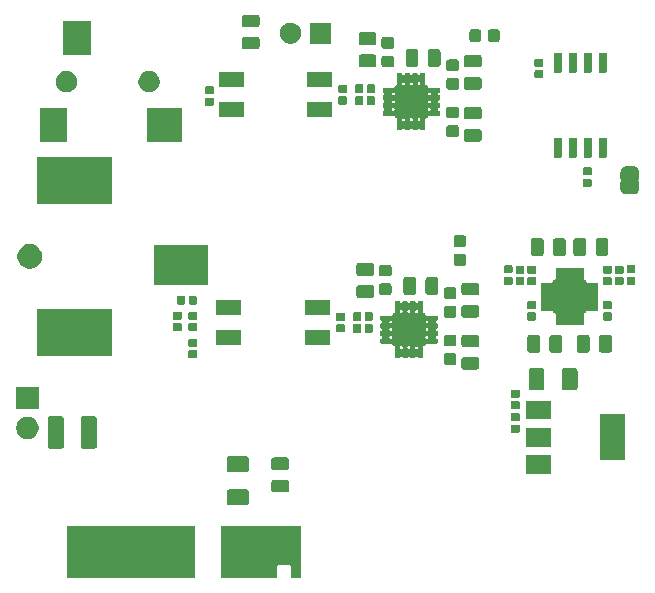
<source format=gbr>
G04 #@! TF.GenerationSoftware,KiCad,Pcbnew,(5.1.5)-3*
G04 #@! TF.CreationDate,2020-03-14T23:44:40+00:00*
G04 #@! TF.ProjectId,VC-01 Card,56432d30-3120-4436-9172-642e6b696361,DRAFT WIP*
G04 #@! TF.SameCoordinates,Original*
G04 #@! TF.FileFunction,Soldermask,Top*
G04 #@! TF.FilePolarity,Negative*
%FSLAX46Y46*%
G04 Gerber Fmt 4.6, Leading zero omitted, Abs format (unit mm)*
G04 Created by KiCad (PCBNEW (5.1.5)-3) date 2020-03-14 23:44:40*
%MOMM*%
%LPD*%
G04 APERTURE LIST*
%ADD10C,0.100000*%
G04 APERTURE END LIST*
D10*
G36*
X149051000Y-146351000D02*
G01*
X148249000Y-146351000D01*
X148249000Y-145375999D01*
X148246598Y-145351613D01*
X148239485Y-145328164D01*
X148227934Y-145306553D01*
X148212389Y-145287611D01*
X148193447Y-145272066D01*
X148171836Y-145260515D01*
X148148387Y-145253402D01*
X148124001Y-145251000D01*
X147175999Y-145251000D01*
X147151613Y-145253402D01*
X147128164Y-145260515D01*
X147106553Y-145272066D01*
X147087611Y-145287611D01*
X147072066Y-145306553D01*
X147060515Y-145328164D01*
X147053402Y-145351613D01*
X147051000Y-145375999D01*
X147051000Y-146351000D01*
X142249000Y-146351000D01*
X142249000Y-141949000D01*
X149051000Y-141949000D01*
X149051000Y-146351000D01*
G37*
G36*
X140051000Y-146351000D02*
G01*
X129249000Y-146351000D01*
X129249000Y-141949000D01*
X140051000Y-141949000D01*
X140051000Y-146351000D01*
G37*
G36*
X144468604Y-138828347D02*
G01*
X144505144Y-138839432D01*
X144538821Y-138857433D01*
X144568341Y-138881659D01*
X144592567Y-138911179D01*
X144610568Y-138944856D01*
X144621653Y-138981396D01*
X144626000Y-139025538D01*
X144626000Y-139974462D01*
X144621653Y-140018604D01*
X144610568Y-140055144D01*
X144592567Y-140088821D01*
X144568341Y-140118341D01*
X144538821Y-140142567D01*
X144505144Y-140160568D01*
X144468604Y-140171653D01*
X144424462Y-140176000D01*
X142975538Y-140176000D01*
X142931396Y-140171653D01*
X142894856Y-140160568D01*
X142861179Y-140142567D01*
X142831659Y-140118341D01*
X142807433Y-140088821D01*
X142789432Y-140055144D01*
X142778347Y-140018604D01*
X142774000Y-139974462D01*
X142774000Y-139025538D01*
X142778347Y-138981396D01*
X142789432Y-138944856D01*
X142807433Y-138911179D01*
X142831659Y-138881659D01*
X142861179Y-138857433D01*
X142894856Y-138839432D01*
X142931396Y-138828347D01*
X142975538Y-138824000D01*
X144424462Y-138824000D01*
X144468604Y-138828347D01*
G37*
G36*
X147884468Y-138003565D02*
G01*
X147923138Y-138015296D01*
X147958777Y-138034346D01*
X147990017Y-138059983D01*
X148015654Y-138091223D01*
X148034704Y-138126862D01*
X148046435Y-138165532D01*
X148051000Y-138211888D01*
X148051000Y-138863112D01*
X148046435Y-138909468D01*
X148034704Y-138948138D01*
X148015654Y-138983777D01*
X147990017Y-139015017D01*
X147958777Y-139040654D01*
X147923138Y-139059704D01*
X147884468Y-139071435D01*
X147838112Y-139076000D01*
X146761888Y-139076000D01*
X146715532Y-139071435D01*
X146676862Y-139059704D01*
X146641223Y-139040654D01*
X146609983Y-139015017D01*
X146584346Y-138983777D01*
X146565296Y-138948138D01*
X146553565Y-138909468D01*
X146549000Y-138863112D01*
X146549000Y-138211888D01*
X146553565Y-138165532D01*
X146565296Y-138126862D01*
X146584346Y-138091223D01*
X146609983Y-138059983D01*
X146641223Y-138034346D01*
X146676862Y-138015296D01*
X146715532Y-138003565D01*
X146761888Y-137999000D01*
X147838112Y-137999000D01*
X147884468Y-138003565D01*
G37*
G36*
X170201000Y-137501000D02*
G01*
X168099000Y-137501000D01*
X168099000Y-135899000D01*
X170201000Y-135899000D01*
X170201000Y-137501000D01*
G37*
G36*
X144468604Y-136028347D02*
G01*
X144505144Y-136039432D01*
X144538821Y-136057433D01*
X144568341Y-136081659D01*
X144592567Y-136111179D01*
X144610568Y-136144856D01*
X144621653Y-136181396D01*
X144626000Y-136225538D01*
X144626000Y-137174462D01*
X144621653Y-137218604D01*
X144610568Y-137255144D01*
X144592567Y-137288821D01*
X144568341Y-137318341D01*
X144538821Y-137342567D01*
X144505144Y-137360568D01*
X144468604Y-137371653D01*
X144424462Y-137376000D01*
X142975538Y-137376000D01*
X142931396Y-137371653D01*
X142894856Y-137360568D01*
X142861179Y-137342567D01*
X142831659Y-137318341D01*
X142807433Y-137288821D01*
X142789432Y-137255144D01*
X142778347Y-137218604D01*
X142774000Y-137174462D01*
X142774000Y-136225538D01*
X142778347Y-136181396D01*
X142789432Y-136144856D01*
X142807433Y-136111179D01*
X142831659Y-136081659D01*
X142861179Y-136057433D01*
X142894856Y-136039432D01*
X142931396Y-136028347D01*
X142975538Y-136024000D01*
X144424462Y-136024000D01*
X144468604Y-136028347D01*
G37*
G36*
X147884468Y-136128565D02*
G01*
X147923138Y-136140296D01*
X147958777Y-136159346D01*
X147990017Y-136184983D01*
X148015654Y-136216223D01*
X148034704Y-136251862D01*
X148046435Y-136290532D01*
X148051000Y-136336888D01*
X148051000Y-136988112D01*
X148046435Y-137034468D01*
X148034704Y-137073138D01*
X148015654Y-137108777D01*
X147990017Y-137140017D01*
X147958777Y-137165654D01*
X147923138Y-137184704D01*
X147884468Y-137196435D01*
X147838112Y-137201000D01*
X146761888Y-137201000D01*
X146715532Y-137196435D01*
X146676862Y-137184704D01*
X146641223Y-137165654D01*
X146609983Y-137140017D01*
X146584346Y-137108777D01*
X146565296Y-137073138D01*
X146553565Y-137034468D01*
X146549000Y-136988112D01*
X146549000Y-136336888D01*
X146553565Y-136290532D01*
X146565296Y-136251862D01*
X146584346Y-136216223D01*
X146609983Y-136184983D01*
X146641223Y-136159346D01*
X146676862Y-136140296D01*
X146715532Y-136128565D01*
X146761888Y-136124000D01*
X147838112Y-136124000D01*
X147884468Y-136128565D01*
G37*
G36*
X176501000Y-136351000D02*
G01*
X174399000Y-136351000D01*
X174399000Y-132449000D01*
X176501000Y-132449000D01*
X176501000Y-136351000D01*
G37*
G36*
X131618604Y-132628347D02*
G01*
X131655144Y-132639432D01*
X131688821Y-132657433D01*
X131718341Y-132681659D01*
X131742567Y-132711179D01*
X131760568Y-132744856D01*
X131771653Y-132781396D01*
X131776000Y-132825538D01*
X131776000Y-135174462D01*
X131771653Y-135218604D01*
X131760568Y-135255144D01*
X131742567Y-135288821D01*
X131718341Y-135318341D01*
X131688821Y-135342567D01*
X131655144Y-135360568D01*
X131618604Y-135371653D01*
X131574462Y-135376000D01*
X130625538Y-135376000D01*
X130581396Y-135371653D01*
X130544856Y-135360568D01*
X130511179Y-135342567D01*
X130481659Y-135318341D01*
X130457433Y-135288821D01*
X130439432Y-135255144D01*
X130428347Y-135218604D01*
X130424000Y-135174462D01*
X130424000Y-132825538D01*
X130428347Y-132781396D01*
X130439432Y-132744856D01*
X130457433Y-132711179D01*
X130481659Y-132681659D01*
X130511179Y-132657433D01*
X130544856Y-132639432D01*
X130581396Y-132628347D01*
X130625538Y-132624000D01*
X131574462Y-132624000D01*
X131618604Y-132628347D01*
G37*
G36*
X128818604Y-132628347D02*
G01*
X128855144Y-132639432D01*
X128888821Y-132657433D01*
X128918341Y-132681659D01*
X128942567Y-132711179D01*
X128960568Y-132744856D01*
X128971653Y-132781396D01*
X128976000Y-132825538D01*
X128976000Y-135174462D01*
X128971653Y-135218604D01*
X128960568Y-135255144D01*
X128942567Y-135288821D01*
X128918341Y-135318341D01*
X128888821Y-135342567D01*
X128855144Y-135360568D01*
X128818604Y-135371653D01*
X128774462Y-135376000D01*
X127825538Y-135376000D01*
X127781396Y-135371653D01*
X127744856Y-135360568D01*
X127711179Y-135342567D01*
X127681659Y-135318341D01*
X127657433Y-135288821D01*
X127639432Y-135255144D01*
X127628347Y-135218604D01*
X127624000Y-135174462D01*
X127624000Y-132825538D01*
X127628347Y-132781396D01*
X127639432Y-132744856D01*
X127657433Y-132711179D01*
X127681659Y-132681659D01*
X127711179Y-132657433D01*
X127744856Y-132639432D01*
X127781396Y-132628347D01*
X127825538Y-132624000D01*
X128774462Y-132624000D01*
X128818604Y-132628347D01*
G37*
G36*
X170201000Y-135201000D02*
G01*
X168099000Y-135201000D01*
X168099000Y-133599000D01*
X170201000Y-133599000D01*
X170201000Y-135201000D01*
G37*
G36*
X126177395Y-132725546D02*
G01*
X126350466Y-132797234D01*
X126350467Y-132797235D01*
X126506227Y-132901310D01*
X126638690Y-133033773D01*
X126656882Y-133061000D01*
X126742766Y-133189534D01*
X126814454Y-133362605D01*
X126851000Y-133546333D01*
X126851000Y-133733667D01*
X126814454Y-133917395D01*
X126742766Y-134090466D01*
X126742765Y-134090467D01*
X126638690Y-134246227D01*
X126506227Y-134378690D01*
X126427818Y-134431081D01*
X126350466Y-134482766D01*
X126177395Y-134554454D01*
X125993667Y-134591000D01*
X125806333Y-134591000D01*
X125622605Y-134554454D01*
X125449534Y-134482766D01*
X125372182Y-134431081D01*
X125293773Y-134378690D01*
X125161310Y-134246227D01*
X125057235Y-134090467D01*
X125057234Y-134090466D01*
X124985546Y-133917395D01*
X124949000Y-133733667D01*
X124949000Y-133546333D01*
X124985546Y-133362605D01*
X125057234Y-133189534D01*
X125143118Y-133061000D01*
X125161310Y-133033773D01*
X125293773Y-132901310D01*
X125449533Y-132797235D01*
X125449534Y-132797234D01*
X125622605Y-132725546D01*
X125806333Y-132689000D01*
X125993667Y-132689000D01*
X126177395Y-132725546D01*
G37*
G36*
X167481938Y-133341716D02*
G01*
X167502557Y-133347971D01*
X167521553Y-133358124D01*
X167538208Y-133371792D01*
X167551876Y-133388447D01*
X167562029Y-133407443D01*
X167568284Y-133428062D01*
X167571000Y-133455640D01*
X167571000Y-133914360D01*
X167568284Y-133941938D01*
X167562029Y-133962557D01*
X167551876Y-133981553D01*
X167538208Y-133998208D01*
X167521553Y-134011876D01*
X167502557Y-134022029D01*
X167481938Y-134028284D01*
X167454360Y-134031000D01*
X166945640Y-134031000D01*
X166918062Y-134028284D01*
X166897443Y-134022029D01*
X166878447Y-134011876D01*
X166861792Y-133998208D01*
X166848124Y-133981553D01*
X166837971Y-133962557D01*
X166831716Y-133941938D01*
X166829000Y-133914360D01*
X166829000Y-133455640D01*
X166831716Y-133428062D01*
X166837971Y-133407443D01*
X166848124Y-133388447D01*
X166861792Y-133371792D01*
X166878447Y-133358124D01*
X166897443Y-133347971D01*
X166918062Y-133341716D01*
X166945640Y-133339000D01*
X167454360Y-133339000D01*
X167481938Y-133341716D01*
G37*
G36*
X167481938Y-132371716D02*
G01*
X167502557Y-132377971D01*
X167521553Y-132388124D01*
X167538208Y-132401792D01*
X167551876Y-132418447D01*
X167562029Y-132437443D01*
X167568284Y-132458062D01*
X167571000Y-132485640D01*
X167571000Y-132944360D01*
X167568284Y-132971938D01*
X167562029Y-132992557D01*
X167551876Y-133011553D01*
X167538208Y-133028208D01*
X167521553Y-133041876D01*
X167502557Y-133052029D01*
X167481938Y-133058284D01*
X167454360Y-133061000D01*
X166945640Y-133061000D01*
X166918062Y-133058284D01*
X166897443Y-133052029D01*
X166878447Y-133041876D01*
X166861792Y-133028208D01*
X166848124Y-133011553D01*
X166837971Y-132992557D01*
X166831716Y-132971938D01*
X166829000Y-132944360D01*
X166829000Y-132485640D01*
X166831716Y-132458062D01*
X166837971Y-132437443D01*
X166848124Y-132418447D01*
X166861792Y-132401792D01*
X166878447Y-132388124D01*
X166897443Y-132377971D01*
X166918062Y-132371716D01*
X166945640Y-132369000D01*
X167454360Y-132369000D01*
X167481938Y-132371716D01*
G37*
G36*
X170201000Y-132901000D02*
G01*
X168099000Y-132901000D01*
X168099000Y-131299000D01*
X170201000Y-131299000D01*
X170201000Y-132901000D01*
G37*
G36*
X126851000Y-132051000D02*
G01*
X124949000Y-132051000D01*
X124949000Y-130149000D01*
X126851000Y-130149000D01*
X126851000Y-132051000D01*
G37*
G36*
X167481938Y-131341716D02*
G01*
X167502557Y-131347971D01*
X167521553Y-131358124D01*
X167538208Y-131371792D01*
X167551876Y-131388447D01*
X167562029Y-131407443D01*
X167568284Y-131428062D01*
X167571000Y-131455640D01*
X167571000Y-131914360D01*
X167568284Y-131941938D01*
X167562029Y-131962557D01*
X167551876Y-131981553D01*
X167538208Y-131998208D01*
X167521553Y-132011876D01*
X167502557Y-132022029D01*
X167481938Y-132028284D01*
X167454360Y-132031000D01*
X166945640Y-132031000D01*
X166918062Y-132028284D01*
X166897443Y-132022029D01*
X166878447Y-132011876D01*
X166861792Y-131998208D01*
X166848124Y-131981553D01*
X166837971Y-131962557D01*
X166831716Y-131941938D01*
X166829000Y-131914360D01*
X166829000Y-131455640D01*
X166831716Y-131428062D01*
X166837971Y-131407443D01*
X166848124Y-131388447D01*
X166861792Y-131371792D01*
X166878447Y-131358124D01*
X166897443Y-131347971D01*
X166918062Y-131341716D01*
X166945640Y-131339000D01*
X167454360Y-131339000D01*
X167481938Y-131341716D01*
G37*
G36*
X167481938Y-130371716D02*
G01*
X167502557Y-130377971D01*
X167521553Y-130388124D01*
X167538208Y-130401792D01*
X167551876Y-130418447D01*
X167562029Y-130437443D01*
X167568284Y-130458062D01*
X167571000Y-130485640D01*
X167571000Y-130944360D01*
X167568284Y-130971938D01*
X167562029Y-130992557D01*
X167551876Y-131011553D01*
X167538208Y-131028208D01*
X167521553Y-131041876D01*
X167502557Y-131052029D01*
X167481938Y-131058284D01*
X167454360Y-131061000D01*
X166945640Y-131061000D01*
X166918062Y-131058284D01*
X166897443Y-131052029D01*
X166878447Y-131041876D01*
X166861792Y-131028208D01*
X166848124Y-131011553D01*
X166837971Y-130992557D01*
X166831716Y-130971938D01*
X166829000Y-130944360D01*
X166829000Y-130485640D01*
X166831716Y-130458062D01*
X166837971Y-130437443D01*
X166848124Y-130418447D01*
X166861792Y-130401792D01*
X166878447Y-130388124D01*
X166897443Y-130377971D01*
X166918062Y-130371716D01*
X166945640Y-130369000D01*
X167454360Y-130369000D01*
X167481938Y-130371716D01*
G37*
G36*
X172318604Y-128578347D02*
G01*
X172355144Y-128589432D01*
X172388821Y-128607433D01*
X172418341Y-128631659D01*
X172442567Y-128661179D01*
X172460568Y-128694856D01*
X172471653Y-128731396D01*
X172476000Y-128775538D01*
X172476000Y-130224462D01*
X172471653Y-130268604D01*
X172460568Y-130305144D01*
X172442567Y-130338821D01*
X172418341Y-130368341D01*
X172388821Y-130392567D01*
X172355144Y-130410568D01*
X172318604Y-130421653D01*
X172274462Y-130426000D01*
X171325538Y-130426000D01*
X171281396Y-130421653D01*
X171244856Y-130410568D01*
X171211179Y-130392567D01*
X171181659Y-130368341D01*
X171157433Y-130338821D01*
X171139432Y-130305144D01*
X171128347Y-130268604D01*
X171124000Y-130224462D01*
X171124000Y-128775538D01*
X171128347Y-128731396D01*
X171139432Y-128694856D01*
X171157433Y-128661179D01*
X171181659Y-128631659D01*
X171211179Y-128607433D01*
X171244856Y-128589432D01*
X171281396Y-128578347D01*
X171325538Y-128574000D01*
X172274462Y-128574000D01*
X172318604Y-128578347D01*
G37*
G36*
X169518604Y-128578347D02*
G01*
X169555144Y-128589432D01*
X169588821Y-128607433D01*
X169618341Y-128631659D01*
X169642567Y-128661179D01*
X169660568Y-128694856D01*
X169671653Y-128731396D01*
X169676000Y-128775538D01*
X169676000Y-130224462D01*
X169671653Y-130268604D01*
X169660568Y-130305144D01*
X169642567Y-130338821D01*
X169618341Y-130368341D01*
X169588821Y-130392567D01*
X169555144Y-130410568D01*
X169518604Y-130421653D01*
X169474462Y-130426000D01*
X168525538Y-130426000D01*
X168481396Y-130421653D01*
X168444856Y-130410568D01*
X168411179Y-130392567D01*
X168381659Y-130368341D01*
X168357433Y-130338821D01*
X168339432Y-130305144D01*
X168328347Y-130268604D01*
X168324000Y-130224462D01*
X168324000Y-128775538D01*
X168328347Y-128731396D01*
X168339432Y-128694856D01*
X168357433Y-128661179D01*
X168381659Y-128631659D01*
X168411179Y-128607433D01*
X168444856Y-128589432D01*
X168481396Y-128578347D01*
X168525538Y-128574000D01*
X169474462Y-128574000D01*
X169518604Y-128578347D01*
G37*
G36*
X163984468Y-127603565D02*
G01*
X164023138Y-127615296D01*
X164058777Y-127634346D01*
X164090017Y-127659983D01*
X164115654Y-127691223D01*
X164134704Y-127726862D01*
X164146435Y-127765532D01*
X164151000Y-127811888D01*
X164151000Y-128463112D01*
X164146435Y-128509468D01*
X164134704Y-128548138D01*
X164115654Y-128583777D01*
X164090017Y-128615017D01*
X164058777Y-128640654D01*
X164023138Y-128659704D01*
X163984468Y-128671435D01*
X163938112Y-128676000D01*
X162861888Y-128676000D01*
X162815532Y-128671435D01*
X162776862Y-128659704D01*
X162741223Y-128640654D01*
X162709983Y-128615017D01*
X162684346Y-128583777D01*
X162665296Y-128548138D01*
X162653565Y-128509468D01*
X162649000Y-128463112D01*
X162649000Y-127811888D01*
X162653565Y-127765532D01*
X162665296Y-127726862D01*
X162684346Y-127691223D01*
X162709983Y-127659983D01*
X162741223Y-127634346D01*
X162776862Y-127615296D01*
X162815532Y-127603565D01*
X162861888Y-127599000D01*
X163938112Y-127599000D01*
X163984468Y-127603565D01*
G37*
G36*
X162079591Y-127303085D02*
G01*
X162113569Y-127313393D01*
X162144890Y-127330134D01*
X162172339Y-127352661D01*
X162194866Y-127380110D01*
X162211607Y-127411431D01*
X162221915Y-127445409D01*
X162226000Y-127486890D01*
X162226000Y-128088110D01*
X162221915Y-128129591D01*
X162211607Y-128163569D01*
X162194866Y-128194890D01*
X162172339Y-128222339D01*
X162144890Y-128244866D01*
X162113569Y-128261607D01*
X162079591Y-128271915D01*
X162038110Y-128276000D01*
X161361890Y-128276000D01*
X161320409Y-128271915D01*
X161286431Y-128261607D01*
X161255110Y-128244866D01*
X161227661Y-128222339D01*
X161205134Y-128194890D01*
X161188393Y-128163569D01*
X161178085Y-128129591D01*
X161174000Y-128088110D01*
X161174000Y-127486890D01*
X161178085Y-127445409D01*
X161188393Y-127411431D01*
X161205134Y-127380110D01*
X161227661Y-127352661D01*
X161255110Y-127330134D01*
X161286431Y-127313393D01*
X161320409Y-127303085D01*
X161361890Y-127299000D01*
X162038110Y-127299000D01*
X162079591Y-127303085D01*
G37*
G36*
X140181938Y-127041716D02*
G01*
X140202557Y-127047971D01*
X140221553Y-127058124D01*
X140238208Y-127071792D01*
X140251876Y-127088447D01*
X140262029Y-127107443D01*
X140268284Y-127128062D01*
X140271000Y-127155640D01*
X140271000Y-127614360D01*
X140268284Y-127641938D01*
X140262029Y-127662557D01*
X140251876Y-127681553D01*
X140238208Y-127698208D01*
X140221553Y-127711876D01*
X140202557Y-127722029D01*
X140181938Y-127728284D01*
X140154360Y-127731000D01*
X139645640Y-127731000D01*
X139618062Y-127728284D01*
X139597443Y-127722029D01*
X139578447Y-127711876D01*
X139561792Y-127698208D01*
X139548124Y-127681553D01*
X139537971Y-127662557D01*
X139531716Y-127641938D01*
X139529000Y-127614360D01*
X139529000Y-127155640D01*
X139531716Y-127128062D01*
X139537971Y-127107443D01*
X139548124Y-127088447D01*
X139561792Y-127071792D01*
X139578447Y-127058124D01*
X139597443Y-127047971D01*
X139618062Y-127041716D01*
X139645640Y-127039000D01*
X140154360Y-127039000D01*
X140181938Y-127041716D01*
G37*
G36*
X157395295Y-122875323D02*
G01*
X157402310Y-122877451D01*
X157408776Y-122880908D01*
X157414442Y-122885558D01*
X157419092Y-122891224D01*
X157422549Y-122897690D01*
X157424677Y-122904705D01*
X157425603Y-122914109D01*
X157430383Y-122938142D01*
X157439761Y-122960781D01*
X157453374Y-122981155D01*
X157470701Y-122998482D01*
X157491076Y-123012096D01*
X157513715Y-123021474D01*
X157537748Y-123026254D01*
X157562252Y-123026254D01*
X157586285Y-123021474D01*
X157608924Y-123012096D01*
X157629298Y-122998483D01*
X157646625Y-122981156D01*
X157660239Y-122960781D01*
X157669617Y-122938142D01*
X157674397Y-122914109D01*
X157675323Y-122904705D01*
X157677451Y-122897690D01*
X157680908Y-122891224D01*
X157685558Y-122885558D01*
X157691224Y-122880908D01*
X157697690Y-122877451D01*
X157704705Y-122875323D01*
X157718140Y-122874000D01*
X158031860Y-122874000D01*
X158045295Y-122875323D01*
X158052310Y-122877451D01*
X158058776Y-122880908D01*
X158064442Y-122885558D01*
X158069092Y-122891224D01*
X158072549Y-122897690D01*
X158074677Y-122904705D01*
X158075603Y-122914109D01*
X158080383Y-122938142D01*
X158089761Y-122960781D01*
X158103374Y-122981155D01*
X158120701Y-122998482D01*
X158141076Y-123012096D01*
X158163715Y-123021474D01*
X158187748Y-123026254D01*
X158212252Y-123026254D01*
X158236285Y-123021474D01*
X158258924Y-123012096D01*
X158279298Y-122998483D01*
X158296625Y-122981156D01*
X158310239Y-122960781D01*
X158319617Y-122938142D01*
X158324397Y-122914109D01*
X158325323Y-122904705D01*
X158327451Y-122897690D01*
X158330908Y-122891224D01*
X158335558Y-122885558D01*
X158341224Y-122880908D01*
X158347690Y-122877451D01*
X158354705Y-122875323D01*
X158368140Y-122874000D01*
X158681860Y-122874000D01*
X158695295Y-122875323D01*
X158702310Y-122877451D01*
X158708776Y-122880908D01*
X158714442Y-122885558D01*
X158719092Y-122891224D01*
X158722549Y-122897690D01*
X158724677Y-122904705D01*
X158725603Y-122914109D01*
X158730383Y-122938142D01*
X158739761Y-122960781D01*
X158753374Y-122981155D01*
X158770701Y-122998482D01*
X158791076Y-123012096D01*
X158813715Y-123021474D01*
X158837748Y-123026254D01*
X158862252Y-123026254D01*
X158886285Y-123021474D01*
X158908924Y-123012096D01*
X158929298Y-122998483D01*
X158946625Y-122981156D01*
X158960239Y-122960781D01*
X158969617Y-122938142D01*
X158974397Y-122914109D01*
X158975323Y-122904705D01*
X158977451Y-122897690D01*
X158980908Y-122891224D01*
X158985558Y-122885558D01*
X158991224Y-122880908D01*
X158997690Y-122877451D01*
X159004705Y-122875323D01*
X159018140Y-122874000D01*
X159331860Y-122874000D01*
X159345295Y-122875323D01*
X159352310Y-122877451D01*
X159358776Y-122880908D01*
X159364442Y-122885558D01*
X159369092Y-122891224D01*
X159372549Y-122897690D01*
X159374677Y-122904705D01*
X159376000Y-122918140D01*
X159376000Y-123756859D01*
X159374959Y-123767427D01*
X159374959Y-123791931D01*
X159379739Y-123815964D01*
X159389116Y-123838603D01*
X159402730Y-123858978D01*
X159420057Y-123876305D01*
X159440431Y-123889919D01*
X159463073Y-123899297D01*
X159503483Y-123911555D01*
X159530623Y-123926062D01*
X159554414Y-123945586D01*
X159573938Y-123969377D01*
X159588445Y-123996517D01*
X159600703Y-124036927D01*
X159610080Y-124059566D01*
X159623693Y-124079941D01*
X159641020Y-124097268D01*
X159661394Y-124110882D01*
X159684033Y-124120260D01*
X159708066Y-124125041D01*
X159732573Y-124125041D01*
X159743141Y-124124000D01*
X160581860Y-124124000D01*
X160595295Y-124125323D01*
X160602310Y-124127451D01*
X160608776Y-124130908D01*
X160614442Y-124135558D01*
X160619092Y-124141224D01*
X160622549Y-124147690D01*
X160624677Y-124154705D01*
X160626000Y-124168140D01*
X160626000Y-124481860D01*
X160624677Y-124495295D01*
X160622549Y-124502310D01*
X160619092Y-124508776D01*
X160614442Y-124514442D01*
X160608776Y-124519092D01*
X160602310Y-124522549D01*
X160595295Y-124524677D01*
X160585891Y-124525603D01*
X160561858Y-124530383D01*
X160539219Y-124539761D01*
X160518845Y-124553374D01*
X160501518Y-124570701D01*
X160487904Y-124591076D01*
X160478526Y-124613715D01*
X160473746Y-124637748D01*
X160473746Y-124662252D01*
X160478526Y-124686285D01*
X160487904Y-124708924D01*
X160501517Y-124729298D01*
X160518844Y-124746625D01*
X160539219Y-124760239D01*
X160561858Y-124769617D01*
X160585891Y-124774397D01*
X160595295Y-124775323D01*
X160602310Y-124777451D01*
X160608776Y-124780908D01*
X160614442Y-124785558D01*
X160619092Y-124791224D01*
X160622549Y-124797690D01*
X160624677Y-124804705D01*
X160626000Y-124818140D01*
X160626000Y-125131860D01*
X160624677Y-125145295D01*
X160622549Y-125152310D01*
X160619092Y-125158776D01*
X160614442Y-125164442D01*
X160608776Y-125169092D01*
X160602310Y-125172549D01*
X160595295Y-125174677D01*
X160585891Y-125175603D01*
X160561858Y-125180383D01*
X160539219Y-125189761D01*
X160518845Y-125203374D01*
X160501518Y-125220701D01*
X160487904Y-125241076D01*
X160478526Y-125263715D01*
X160473746Y-125287748D01*
X160473746Y-125312252D01*
X160478526Y-125336285D01*
X160487904Y-125358924D01*
X160501517Y-125379298D01*
X160518844Y-125396625D01*
X160539219Y-125410239D01*
X160561858Y-125419617D01*
X160585891Y-125424397D01*
X160595295Y-125425323D01*
X160602310Y-125427451D01*
X160608776Y-125430908D01*
X160614442Y-125435558D01*
X160619092Y-125441224D01*
X160622549Y-125447690D01*
X160624677Y-125454705D01*
X160626000Y-125468140D01*
X160626000Y-125781860D01*
X160624677Y-125795295D01*
X160622549Y-125802310D01*
X160619092Y-125808776D01*
X160614442Y-125814442D01*
X160608776Y-125819092D01*
X160602310Y-125822549D01*
X160595295Y-125824677D01*
X160585891Y-125825603D01*
X160561858Y-125830383D01*
X160539219Y-125839761D01*
X160518845Y-125853374D01*
X160501518Y-125870701D01*
X160487904Y-125891076D01*
X160478526Y-125913715D01*
X160473746Y-125937748D01*
X160473746Y-125962252D01*
X160478526Y-125986285D01*
X160487904Y-126008924D01*
X160501517Y-126029298D01*
X160518844Y-126046625D01*
X160539219Y-126060239D01*
X160561858Y-126069617D01*
X160585891Y-126074397D01*
X160595295Y-126075323D01*
X160602310Y-126077451D01*
X160608776Y-126080908D01*
X160614442Y-126085558D01*
X160619092Y-126091224D01*
X160622549Y-126097690D01*
X160624677Y-126104705D01*
X160626000Y-126118140D01*
X160626000Y-126431860D01*
X160624677Y-126445295D01*
X160622549Y-126452310D01*
X160619092Y-126458776D01*
X160614442Y-126464442D01*
X160608776Y-126469092D01*
X160602310Y-126472549D01*
X160595295Y-126474677D01*
X160581860Y-126476000D01*
X159743141Y-126476000D01*
X159732573Y-126474959D01*
X159708069Y-126474959D01*
X159684036Y-126479739D01*
X159661397Y-126489116D01*
X159641022Y-126502730D01*
X159623695Y-126520057D01*
X159610081Y-126540431D01*
X159600703Y-126563073D01*
X159588445Y-126603483D01*
X159573938Y-126630623D01*
X159554414Y-126654414D01*
X159530623Y-126673938D01*
X159503483Y-126688445D01*
X159463073Y-126700703D01*
X159440434Y-126710080D01*
X159420059Y-126723693D01*
X159402732Y-126741020D01*
X159389118Y-126761394D01*
X159379740Y-126784033D01*
X159374959Y-126808066D01*
X159374959Y-126832573D01*
X159376000Y-126843141D01*
X159376000Y-127681860D01*
X159374677Y-127695295D01*
X159372549Y-127702310D01*
X159369092Y-127708776D01*
X159364442Y-127714442D01*
X159358776Y-127719092D01*
X159352310Y-127722549D01*
X159345295Y-127724677D01*
X159331860Y-127726000D01*
X159018140Y-127726000D01*
X159004705Y-127724677D01*
X158997690Y-127722549D01*
X158991224Y-127719092D01*
X158985558Y-127714442D01*
X158980908Y-127708776D01*
X158977451Y-127702310D01*
X158975323Y-127695295D01*
X158974397Y-127685891D01*
X158969617Y-127661858D01*
X158960239Y-127639219D01*
X158946626Y-127618845D01*
X158929299Y-127601518D01*
X158908924Y-127587904D01*
X158886285Y-127578526D01*
X158862252Y-127573746D01*
X158837748Y-127573746D01*
X158813715Y-127578526D01*
X158791076Y-127587904D01*
X158770702Y-127601517D01*
X158753375Y-127618844D01*
X158739761Y-127639219D01*
X158730383Y-127661858D01*
X158725603Y-127685891D01*
X158724677Y-127695295D01*
X158722549Y-127702310D01*
X158719092Y-127708776D01*
X158714442Y-127714442D01*
X158708776Y-127719092D01*
X158702310Y-127722549D01*
X158695295Y-127724677D01*
X158681860Y-127726000D01*
X158368140Y-127726000D01*
X158354705Y-127724677D01*
X158347690Y-127722549D01*
X158341224Y-127719092D01*
X158335558Y-127714442D01*
X158330908Y-127708776D01*
X158327451Y-127702310D01*
X158325323Y-127695295D01*
X158324397Y-127685891D01*
X158319617Y-127661858D01*
X158310239Y-127639219D01*
X158296626Y-127618845D01*
X158279299Y-127601518D01*
X158258924Y-127587904D01*
X158236285Y-127578526D01*
X158212252Y-127573746D01*
X158187748Y-127573746D01*
X158163715Y-127578526D01*
X158141076Y-127587904D01*
X158120702Y-127601517D01*
X158103375Y-127618844D01*
X158089761Y-127639219D01*
X158080383Y-127661858D01*
X158075603Y-127685891D01*
X158074677Y-127695295D01*
X158072549Y-127702310D01*
X158069092Y-127708776D01*
X158064442Y-127714442D01*
X158058776Y-127719092D01*
X158052310Y-127722549D01*
X158045295Y-127724677D01*
X158031860Y-127726000D01*
X157718140Y-127726000D01*
X157704705Y-127724677D01*
X157697690Y-127722549D01*
X157691224Y-127719092D01*
X157685558Y-127714442D01*
X157680908Y-127708776D01*
X157677451Y-127702310D01*
X157675323Y-127695295D01*
X157674397Y-127685891D01*
X157669617Y-127661858D01*
X157660239Y-127639219D01*
X157646626Y-127618845D01*
X157629299Y-127601518D01*
X157608924Y-127587904D01*
X157586285Y-127578526D01*
X157562252Y-127573746D01*
X157537748Y-127573746D01*
X157513715Y-127578526D01*
X157491076Y-127587904D01*
X157470702Y-127601517D01*
X157453375Y-127618844D01*
X157439761Y-127639219D01*
X157430383Y-127661858D01*
X157425603Y-127685891D01*
X157424677Y-127695295D01*
X157422549Y-127702310D01*
X157419092Y-127708776D01*
X157414442Y-127714442D01*
X157408776Y-127719092D01*
X157402310Y-127722549D01*
X157395295Y-127724677D01*
X157381860Y-127726000D01*
X157068140Y-127726000D01*
X157054705Y-127724677D01*
X157047690Y-127722549D01*
X157041224Y-127719092D01*
X157035558Y-127714442D01*
X157030908Y-127708776D01*
X157027451Y-127702310D01*
X157025323Y-127695295D01*
X157024000Y-127681860D01*
X157024000Y-126843141D01*
X157024488Y-126838178D01*
X157425512Y-126838178D01*
X157425596Y-126839036D01*
X157430362Y-126863072D01*
X157439726Y-126885717D01*
X157453328Y-126906099D01*
X157470645Y-126923436D01*
X157491012Y-126937062D01*
X157513645Y-126946452D01*
X157537675Y-126951247D01*
X157562179Y-126951261D01*
X157586215Y-126946495D01*
X157608860Y-126937131D01*
X157629242Y-126923529D01*
X157646579Y-126906212D01*
X157660205Y-126885845D01*
X157669595Y-126863212D01*
X157674404Y-126839036D01*
X157674488Y-126838178D01*
X158075512Y-126838178D01*
X158075596Y-126839036D01*
X158080362Y-126863072D01*
X158089726Y-126885717D01*
X158103328Y-126906099D01*
X158120645Y-126923436D01*
X158141012Y-126937062D01*
X158163645Y-126946452D01*
X158187675Y-126951247D01*
X158212179Y-126951261D01*
X158236215Y-126946495D01*
X158258860Y-126937131D01*
X158279242Y-126923529D01*
X158296579Y-126906212D01*
X158310205Y-126885845D01*
X158319595Y-126863212D01*
X158324404Y-126839036D01*
X158324488Y-126838178D01*
X158725512Y-126838178D01*
X158725596Y-126839036D01*
X158730362Y-126863072D01*
X158739726Y-126885717D01*
X158753328Y-126906099D01*
X158770645Y-126923436D01*
X158791012Y-126937062D01*
X158813645Y-126946452D01*
X158837675Y-126951247D01*
X158862179Y-126951261D01*
X158886215Y-126946495D01*
X158908860Y-126937131D01*
X158929242Y-126923529D01*
X158946579Y-126906212D01*
X158960205Y-126885845D01*
X158969595Y-126863212D01*
X158974404Y-126839036D01*
X158974488Y-126838178D01*
X158974474Y-126813674D01*
X158969679Y-126789644D01*
X158960289Y-126767011D01*
X158946663Y-126746644D01*
X158929326Y-126729327D01*
X158908944Y-126715725D01*
X158886299Y-126706361D01*
X158850084Y-126701000D01*
X158849916Y-126701000D01*
X158825530Y-126703402D01*
X158802081Y-126710515D01*
X158780470Y-126722066D01*
X158761528Y-126737611D01*
X158745983Y-126756553D01*
X158734432Y-126778164D01*
X158727319Y-126801613D01*
X158725512Y-126838178D01*
X158324488Y-126838178D01*
X158324474Y-126813674D01*
X158319679Y-126789644D01*
X158310289Y-126767011D01*
X158296663Y-126746644D01*
X158279326Y-126729327D01*
X158258944Y-126715725D01*
X158236299Y-126706361D01*
X158200084Y-126701000D01*
X158199916Y-126701000D01*
X158175530Y-126703402D01*
X158152081Y-126710515D01*
X158130470Y-126722066D01*
X158111528Y-126737611D01*
X158095983Y-126756553D01*
X158084432Y-126778164D01*
X158077319Y-126801613D01*
X158075512Y-126838178D01*
X157674488Y-126838178D01*
X157674474Y-126813674D01*
X157669679Y-126789644D01*
X157660289Y-126767011D01*
X157646663Y-126746644D01*
X157629326Y-126729327D01*
X157608944Y-126715725D01*
X157586299Y-126706361D01*
X157550084Y-126701000D01*
X157549916Y-126701000D01*
X157525530Y-126703402D01*
X157502081Y-126710515D01*
X157480470Y-126722066D01*
X157461528Y-126737611D01*
X157445983Y-126756553D01*
X157434432Y-126778164D01*
X157427319Y-126801613D01*
X157425512Y-126838178D01*
X157024488Y-126838178D01*
X157025041Y-126832573D01*
X157025041Y-126808069D01*
X157020261Y-126784036D01*
X157010884Y-126761397D01*
X156997270Y-126741022D01*
X156979943Y-126723695D01*
X156959569Y-126710081D01*
X156936927Y-126700703D01*
X156896517Y-126688445D01*
X156869377Y-126673938D01*
X156845586Y-126654414D01*
X156826062Y-126630623D01*
X156811555Y-126603483D01*
X156799297Y-126563073D01*
X156789920Y-126540434D01*
X156776307Y-126520059D01*
X156758980Y-126502732D01*
X156738606Y-126489118D01*
X156715967Y-126479740D01*
X156691934Y-126474959D01*
X156667427Y-126474959D01*
X156656859Y-126476000D01*
X155818140Y-126476000D01*
X155804705Y-126474677D01*
X155797690Y-126472549D01*
X155791224Y-126469092D01*
X155785558Y-126464442D01*
X155780908Y-126458776D01*
X155777451Y-126452310D01*
X155775323Y-126445295D01*
X155774000Y-126431860D01*
X155774000Y-126118140D01*
X155775323Y-126104705D01*
X155777451Y-126097690D01*
X155780908Y-126091224D01*
X155785558Y-126085558D01*
X155791224Y-126080908D01*
X155797690Y-126077451D01*
X155804705Y-126075323D01*
X155814109Y-126074397D01*
X155838142Y-126069617D01*
X155860781Y-126060239D01*
X155881155Y-126046626D01*
X155898482Y-126029299D01*
X155912096Y-126008924D01*
X155921474Y-125986285D01*
X155926254Y-125962252D01*
X155926254Y-125962179D01*
X156548739Y-125962179D01*
X156553505Y-125986215D01*
X156562869Y-126008860D01*
X156576471Y-126029242D01*
X156593788Y-126046579D01*
X156614155Y-126060205D01*
X156636788Y-126069595D01*
X156660964Y-126074404D01*
X156661822Y-126074488D01*
X156686326Y-126074474D01*
X156710356Y-126069679D01*
X156732989Y-126060289D01*
X156753356Y-126046663D01*
X156770673Y-126029326D01*
X156784275Y-126008944D01*
X156793639Y-125986299D01*
X156799000Y-125950084D01*
X156799000Y-125949916D01*
X159601000Y-125949916D01*
X159601000Y-125950084D01*
X159603402Y-125974470D01*
X159610515Y-125997919D01*
X159622066Y-126019530D01*
X159637611Y-126038472D01*
X159656553Y-126054017D01*
X159678164Y-126065568D01*
X159701613Y-126072681D01*
X159738178Y-126074488D01*
X159739036Y-126074404D01*
X159763072Y-126069638D01*
X159785717Y-126060274D01*
X159806099Y-126046672D01*
X159823436Y-126029355D01*
X159837062Y-126008988D01*
X159846452Y-125986355D01*
X159851247Y-125962325D01*
X159851261Y-125937821D01*
X159846495Y-125913785D01*
X159837131Y-125891140D01*
X159823529Y-125870758D01*
X159806212Y-125853421D01*
X159785845Y-125839795D01*
X159763212Y-125830405D01*
X159739036Y-125825596D01*
X159738178Y-125825512D01*
X159713674Y-125825526D01*
X159689644Y-125830321D01*
X159667011Y-125839711D01*
X159646644Y-125853337D01*
X159629327Y-125870674D01*
X159615725Y-125891056D01*
X159606361Y-125913701D01*
X159601000Y-125949916D01*
X156799000Y-125949916D01*
X156796598Y-125925530D01*
X156789485Y-125902081D01*
X156777934Y-125880470D01*
X156762389Y-125861528D01*
X156743447Y-125845983D01*
X156721836Y-125834432D01*
X156698387Y-125827319D01*
X156661822Y-125825512D01*
X156660964Y-125825596D01*
X156636928Y-125830362D01*
X156614283Y-125839726D01*
X156593901Y-125853328D01*
X156576564Y-125870645D01*
X156562938Y-125891012D01*
X156553548Y-125913645D01*
X156548753Y-125937675D01*
X156548739Y-125962179D01*
X155926254Y-125962179D01*
X155926254Y-125937748D01*
X155921474Y-125913715D01*
X155912096Y-125891076D01*
X155898483Y-125870702D01*
X155881156Y-125853375D01*
X155860781Y-125839761D01*
X155838142Y-125830383D01*
X155814109Y-125825603D01*
X155804705Y-125824677D01*
X155797690Y-125822549D01*
X155791224Y-125819092D01*
X155785558Y-125814442D01*
X155780908Y-125808776D01*
X155777451Y-125802310D01*
X155775323Y-125795295D01*
X155774000Y-125781860D01*
X155774000Y-125468140D01*
X155775323Y-125454705D01*
X155777451Y-125447690D01*
X155780908Y-125441224D01*
X155785558Y-125435558D01*
X155791224Y-125430908D01*
X155797690Y-125427451D01*
X155804705Y-125425323D01*
X155814109Y-125424397D01*
X155838142Y-125419617D01*
X155860781Y-125410239D01*
X155881155Y-125396626D01*
X155898482Y-125379299D01*
X155912096Y-125358924D01*
X155921474Y-125336285D01*
X155926254Y-125312252D01*
X155926254Y-125312179D01*
X156548739Y-125312179D01*
X156553505Y-125336215D01*
X156562869Y-125358860D01*
X156576471Y-125379242D01*
X156593788Y-125396579D01*
X156614155Y-125410205D01*
X156636788Y-125419595D01*
X156660964Y-125424404D01*
X156661822Y-125424488D01*
X156686326Y-125424474D01*
X156710356Y-125419679D01*
X156732989Y-125410289D01*
X156753356Y-125396663D01*
X156770673Y-125379326D01*
X156784275Y-125358944D01*
X156793639Y-125336299D01*
X156799000Y-125300084D01*
X156799000Y-125299916D01*
X159601000Y-125299916D01*
X159601000Y-125300084D01*
X159603402Y-125324470D01*
X159610515Y-125347919D01*
X159622066Y-125369530D01*
X159637611Y-125388472D01*
X159656553Y-125404017D01*
X159678164Y-125415568D01*
X159701613Y-125422681D01*
X159738178Y-125424488D01*
X159739036Y-125424404D01*
X159763072Y-125419638D01*
X159785717Y-125410274D01*
X159806099Y-125396672D01*
X159823436Y-125379355D01*
X159837062Y-125358988D01*
X159846452Y-125336355D01*
X159851247Y-125312325D01*
X159851261Y-125287821D01*
X159846495Y-125263785D01*
X159837131Y-125241140D01*
X159823529Y-125220758D01*
X159806212Y-125203421D01*
X159785845Y-125189795D01*
X159763212Y-125180405D01*
X159739036Y-125175596D01*
X159738178Y-125175512D01*
X159713674Y-125175526D01*
X159689644Y-125180321D01*
X159667011Y-125189711D01*
X159646644Y-125203337D01*
X159629327Y-125220674D01*
X159615725Y-125241056D01*
X159606361Y-125263701D01*
X159601000Y-125299916D01*
X156799000Y-125299916D01*
X156796598Y-125275530D01*
X156789485Y-125252081D01*
X156777934Y-125230470D01*
X156762389Y-125211528D01*
X156743447Y-125195983D01*
X156721836Y-125184432D01*
X156698387Y-125177319D01*
X156661822Y-125175512D01*
X156660964Y-125175596D01*
X156636928Y-125180362D01*
X156614283Y-125189726D01*
X156593901Y-125203328D01*
X156576564Y-125220645D01*
X156562938Y-125241012D01*
X156553548Y-125263645D01*
X156548753Y-125287675D01*
X156548739Y-125312179D01*
X155926254Y-125312179D01*
X155926254Y-125287748D01*
X155921474Y-125263715D01*
X155912096Y-125241076D01*
X155898483Y-125220702D01*
X155881156Y-125203375D01*
X155860781Y-125189761D01*
X155838142Y-125180383D01*
X155814109Y-125175603D01*
X155804705Y-125174677D01*
X155797690Y-125172549D01*
X155791224Y-125169092D01*
X155785558Y-125164442D01*
X155780908Y-125158776D01*
X155777451Y-125152310D01*
X155775323Y-125145295D01*
X155774000Y-125131860D01*
X155774000Y-124818140D01*
X155775323Y-124804705D01*
X155777451Y-124797690D01*
X155780908Y-124791224D01*
X155785558Y-124785558D01*
X155791224Y-124780908D01*
X155797690Y-124777451D01*
X155804705Y-124775323D01*
X155814109Y-124774397D01*
X155838142Y-124769617D01*
X155860781Y-124760239D01*
X155881155Y-124746626D01*
X155898482Y-124729299D01*
X155912096Y-124708924D01*
X155921474Y-124686285D01*
X155926254Y-124662252D01*
X155926254Y-124662179D01*
X156548739Y-124662179D01*
X156553505Y-124686215D01*
X156562869Y-124708860D01*
X156576471Y-124729242D01*
X156593788Y-124746579D01*
X156614155Y-124760205D01*
X156636788Y-124769595D01*
X156660964Y-124774404D01*
X156661822Y-124774488D01*
X156686326Y-124774474D01*
X156710356Y-124769679D01*
X156732989Y-124760289D01*
X156753356Y-124746663D01*
X156770673Y-124729326D01*
X156784275Y-124708944D01*
X156793639Y-124686299D01*
X156799000Y-124650084D01*
X156799000Y-124649916D01*
X159601000Y-124649916D01*
X159601000Y-124650084D01*
X159603402Y-124674470D01*
X159610515Y-124697919D01*
X159622066Y-124719530D01*
X159637611Y-124738472D01*
X159656553Y-124754017D01*
X159678164Y-124765568D01*
X159701613Y-124772681D01*
X159738178Y-124774488D01*
X159739036Y-124774404D01*
X159763072Y-124769638D01*
X159785717Y-124760274D01*
X159806099Y-124746672D01*
X159823436Y-124729355D01*
X159837062Y-124708988D01*
X159846452Y-124686355D01*
X159851247Y-124662325D01*
X159851261Y-124637821D01*
X159846495Y-124613785D01*
X159837131Y-124591140D01*
X159823529Y-124570758D01*
X159806212Y-124553421D01*
X159785845Y-124539795D01*
X159763212Y-124530405D01*
X159739036Y-124525596D01*
X159738178Y-124525512D01*
X159713674Y-124525526D01*
X159689644Y-124530321D01*
X159667011Y-124539711D01*
X159646644Y-124553337D01*
X159629327Y-124570674D01*
X159615725Y-124591056D01*
X159606361Y-124613701D01*
X159601000Y-124649916D01*
X156799000Y-124649916D01*
X156796598Y-124625530D01*
X156789485Y-124602081D01*
X156777934Y-124580470D01*
X156762389Y-124561528D01*
X156743447Y-124545983D01*
X156721836Y-124534432D01*
X156698387Y-124527319D01*
X156661822Y-124525512D01*
X156660964Y-124525596D01*
X156636928Y-124530362D01*
X156614283Y-124539726D01*
X156593901Y-124553328D01*
X156576564Y-124570645D01*
X156562938Y-124591012D01*
X156553548Y-124613645D01*
X156548753Y-124637675D01*
X156548739Y-124662179D01*
X155926254Y-124662179D01*
X155926254Y-124637748D01*
X155921474Y-124613715D01*
X155912096Y-124591076D01*
X155898483Y-124570702D01*
X155881156Y-124553375D01*
X155860781Y-124539761D01*
X155838142Y-124530383D01*
X155814109Y-124525603D01*
X155804705Y-124524677D01*
X155797690Y-124522549D01*
X155791224Y-124519092D01*
X155785558Y-124514442D01*
X155780908Y-124508776D01*
X155777451Y-124502310D01*
X155775323Y-124495295D01*
X155774000Y-124481860D01*
X155774000Y-124168140D01*
X155775323Y-124154705D01*
X155777451Y-124147690D01*
X155780908Y-124141224D01*
X155785558Y-124135558D01*
X155791224Y-124130908D01*
X155797690Y-124127451D01*
X155804705Y-124125323D01*
X155818140Y-124124000D01*
X156656859Y-124124000D01*
X156667427Y-124125041D01*
X156691931Y-124125041D01*
X156715964Y-124120261D01*
X156738603Y-124110884D01*
X156758978Y-124097270D01*
X156776305Y-124079943D01*
X156789919Y-124059569D01*
X156799297Y-124036927D01*
X156811555Y-123996517D01*
X156826062Y-123969377D01*
X156845586Y-123945586D01*
X156869377Y-123926062D01*
X156896517Y-123911555D01*
X156936927Y-123899297D01*
X156959566Y-123889920D01*
X156979941Y-123876307D01*
X156997268Y-123858980D01*
X157010882Y-123838606D01*
X157020260Y-123815967D01*
X157025041Y-123791934D01*
X157025041Y-123767427D01*
X157024489Y-123761822D01*
X157425512Y-123761822D01*
X157425526Y-123786326D01*
X157430321Y-123810356D01*
X157439711Y-123832989D01*
X157453337Y-123853356D01*
X157470674Y-123870673D01*
X157491056Y-123884275D01*
X157513701Y-123893639D01*
X157549916Y-123899000D01*
X157550084Y-123899000D01*
X157574470Y-123896598D01*
X157597919Y-123889485D01*
X157619530Y-123877934D01*
X157638472Y-123862389D01*
X157654017Y-123843447D01*
X157665568Y-123821836D01*
X157672681Y-123798387D01*
X157674488Y-123761822D01*
X158075512Y-123761822D01*
X158075526Y-123786326D01*
X158080321Y-123810356D01*
X158089711Y-123832989D01*
X158103337Y-123853356D01*
X158120674Y-123870673D01*
X158141056Y-123884275D01*
X158163701Y-123893639D01*
X158199916Y-123899000D01*
X158200084Y-123899000D01*
X158224470Y-123896598D01*
X158247919Y-123889485D01*
X158269530Y-123877934D01*
X158288472Y-123862389D01*
X158304017Y-123843447D01*
X158315568Y-123821836D01*
X158322681Y-123798387D01*
X158324488Y-123761822D01*
X158725512Y-123761822D01*
X158725526Y-123786326D01*
X158730321Y-123810356D01*
X158739711Y-123832989D01*
X158753337Y-123853356D01*
X158770674Y-123870673D01*
X158791056Y-123884275D01*
X158813701Y-123893639D01*
X158849916Y-123899000D01*
X158850084Y-123899000D01*
X158874470Y-123896598D01*
X158897919Y-123889485D01*
X158919530Y-123877934D01*
X158938472Y-123862389D01*
X158954017Y-123843447D01*
X158965568Y-123821836D01*
X158972681Y-123798387D01*
X158974488Y-123761822D01*
X158974404Y-123760964D01*
X158969638Y-123736928D01*
X158960274Y-123714283D01*
X158946672Y-123693901D01*
X158929355Y-123676564D01*
X158908988Y-123662938D01*
X158886355Y-123653548D01*
X158862325Y-123648753D01*
X158837821Y-123648739D01*
X158813785Y-123653505D01*
X158791140Y-123662869D01*
X158770758Y-123676471D01*
X158753421Y-123693788D01*
X158739795Y-123714155D01*
X158730405Y-123736788D01*
X158725596Y-123760964D01*
X158725512Y-123761822D01*
X158324488Y-123761822D01*
X158324404Y-123760964D01*
X158319638Y-123736928D01*
X158310274Y-123714283D01*
X158296672Y-123693901D01*
X158279355Y-123676564D01*
X158258988Y-123662938D01*
X158236355Y-123653548D01*
X158212325Y-123648753D01*
X158187821Y-123648739D01*
X158163785Y-123653505D01*
X158141140Y-123662869D01*
X158120758Y-123676471D01*
X158103421Y-123693788D01*
X158089795Y-123714155D01*
X158080405Y-123736788D01*
X158075596Y-123760964D01*
X158075512Y-123761822D01*
X157674488Y-123761822D01*
X157674404Y-123760964D01*
X157669638Y-123736928D01*
X157660274Y-123714283D01*
X157646672Y-123693901D01*
X157629355Y-123676564D01*
X157608988Y-123662938D01*
X157586355Y-123653548D01*
X157562325Y-123648753D01*
X157537821Y-123648739D01*
X157513785Y-123653505D01*
X157491140Y-123662869D01*
X157470758Y-123676471D01*
X157453421Y-123693788D01*
X157439795Y-123714155D01*
X157430405Y-123736788D01*
X157425596Y-123760964D01*
X157425512Y-123761822D01*
X157024489Y-123761822D01*
X157024000Y-123756859D01*
X157024000Y-122918140D01*
X157025323Y-122904705D01*
X157027451Y-122897690D01*
X157030908Y-122891224D01*
X157035558Y-122885558D01*
X157041224Y-122880908D01*
X157047690Y-122877451D01*
X157054705Y-122875323D01*
X157068140Y-122874000D01*
X157381860Y-122874000D01*
X157395295Y-122875323D01*
G37*
G36*
X133051000Y-127551000D02*
G01*
X126749000Y-127551000D01*
X126749000Y-123549000D01*
X133051000Y-123549000D01*
X133051000Y-127551000D01*
G37*
G36*
X173334468Y-125753565D02*
G01*
X173373138Y-125765296D01*
X173408777Y-125784346D01*
X173440017Y-125809983D01*
X173465654Y-125841223D01*
X173484704Y-125876862D01*
X173496435Y-125915532D01*
X173501000Y-125961888D01*
X173501000Y-127038112D01*
X173496435Y-127084468D01*
X173484704Y-127123138D01*
X173465654Y-127158777D01*
X173440017Y-127190017D01*
X173408777Y-127215654D01*
X173373138Y-127234704D01*
X173334468Y-127246435D01*
X173288112Y-127251000D01*
X172636888Y-127251000D01*
X172590532Y-127246435D01*
X172551862Y-127234704D01*
X172516223Y-127215654D01*
X172484983Y-127190017D01*
X172459346Y-127158777D01*
X172440296Y-127123138D01*
X172428565Y-127084468D01*
X172424000Y-127038112D01*
X172424000Y-125961888D01*
X172428565Y-125915532D01*
X172440296Y-125876862D01*
X172459346Y-125841223D01*
X172484983Y-125809983D01*
X172516223Y-125784346D01*
X172551862Y-125765296D01*
X172590532Y-125753565D01*
X172636888Y-125749000D01*
X173288112Y-125749000D01*
X173334468Y-125753565D01*
G37*
G36*
X171009468Y-125753565D02*
G01*
X171048138Y-125765296D01*
X171083777Y-125784346D01*
X171115017Y-125809983D01*
X171140654Y-125841223D01*
X171159704Y-125876862D01*
X171171435Y-125915532D01*
X171176000Y-125961888D01*
X171176000Y-127038112D01*
X171171435Y-127084468D01*
X171159704Y-127123138D01*
X171140654Y-127158777D01*
X171115017Y-127190017D01*
X171083777Y-127215654D01*
X171048138Y-127234704D01*
X171009468Y-127246435D01*
X170963112Y-127251000D01*
X170311888Y-127251000D01*
X170265532Y-127246435D01*
X170226862Y-127234704D01*
X170191223Y-127215654D01*
X170159983Y-127190017D01*
X170134346Y-127158777D01*
X170115296Y-127123138D01*
X170103565Y-127084468D01*
X170099000Y-127038112D01*
X170099000Y-125961888D01*
X170103565Y-125915532D01*
X170115296Y-125876862D01*
X170134346Y-125841223D01*
X170159983Y-125809983D01*
X170191223Y-125784346D01*
X170226862Y-125765296D01*
X170265532Y-125753565D01*
X170311888Y-125749000D01*
X170963112Y-125749000D01*
X171009468Y-125753565D01*
G37*
G36*
X169134468Y-125753565D02*
G01*
X169173138Y-125765296D01*
X169208777Y-125784346D01*
X169240017Y-125809983D01*
X169265654Y-125841223D01*
X169284704Y-125876862D01*
X169296435Y-125915532D01*
X169301000Y-125961888D01*
X169301000Y-127038112D01*
X169296435Y-127084468D01*
X169284704Y-127123138D01*
X169265654Y-127158777D01*
X169240017Y-127190017D01*
X169208777Y-127215654D01*
X169173138Y-127234704D01*
X169134468Y-127246435D01*
X169088112Y-127251000D01*
X168436888Y-127251000D01*
X168390532Y-127246435D01*
X168351862Y-127234704D01*
X168316223Y-127215654D01*
X168284983Y-127190017D01*
X168259346Y-127158777D01*
X168240296Y-127123138D01*
X168228565Y-127084468D01*
X168224000Y-127038112D01*
X168224000Y-125961888D01*
X168228565Y-125915532D01*
X168240296Y-125876862D01*
X168259346Y-125841223D01*
X168284983Y-125809983D01*
X168316223Y-125784346D01*
X168351862Y-125765296D01*
X168390532Y-125753565D01*
X168436888Y-125749000D01*
X169088112Y-125749000D01*
X169134468Y-125753565D01*
G37*
G36*
X175209468Y-125753565D02*
G01*
X175248138Y-125765296D01*
X175283777Y-125784346D01*
X175315017Y-125809983D01*
X175340654Y-125841223D01*
X175359704Y-125876862D01*
X175371435Y-125915532D01*
X175376000Y-125961888D01*
X175376000Y-127038112D01*
X175371435Y-127084468D01*
X175359704Y-127123138D01*
X175340654Y-127158777D01*
X175315017Y-127190017D01*
X175283777Y-127215654D01*
X175248138Y-127234704D01*
X175209468Y-127246435D01*
X175163112Y-127251000D01*
X174511888Y-127251000D01*
X174465532Y-127246435D01*
X174426862Y-127234704D01*
X174391223Y-127215654D01*
X174359983Y-127190017D01*
X174334346Y-127158777D01*
X174315296Y-127123138D01*
X174303565Y-127084468D01*
X174299000Y-127038112D01*
X174299000Y-125961888D01*
X174303565Y-125915532D01*
X174315296Y-125876862D01*
X174334346Y-125841223D01*
X174359983Y-125809983D01*
X174391223Y-125784346D01*
X174426862Y-125765296D01*
X174465532Y-125753565D01*
X174511888Y-125749000D01*
X175163112Y-125749000D01*
X175209468Y-125753565D01*
G37*
G36*
X163984468Y-125728565D02*
G01*
X164023138Y-125740296D01*
X164058777Y-125759346D01*
X164090017Y-125784983D01*
X164115654Y-125816223D01*
X164134704Y-125851862D01*
X164146435Y-125890532D01*
X164151000Y-125936888D01*
X164151000Y-126588112D01*
X164146435Y-126634468D01*
X164134704Y-126673138D01*
X164115654Y-126708777D01*
X164090017Y-126740017D01*
X164058777Y-126765654D01*
X164023138Y-126784704D01*
X163984468Y-126796435D01*
X163938112Y-126801000D01*
X162861888Y-126801000D01*
X162815532Y-126796435D01*
X162776862Y-126784704D01*
X162741223Y-126765654D01*
X162709983Y-126740017D01*
X162684346Y-126708777D01*
X162665296Y-126673138D01*
X162653565Y-126634468D01*
X162649000Y-126588112D01*
X162649000Y-125936888D01*
X162653565Y-125890532D01*
X162665296Y-125851862D01*
X162684346Y-125816223D01*
X162709983Y-125784983D01*
X162741223Y-125759346D01*
X162776862Y-125740296D01*
X162815532Y-125728565D01*
X162861888Y-125724000D01*
X163938112Y-125724000D01*
X163984468Y-125728565D01*
G37*
G36*
X140181938Y-126071716D02*
G01*
X140202557Y-126077971D01*
X140221553Y-126088124D01*
X140238208Y-126101792D01*
X140251876Y-126118447D01*
X140262029Y-126137443D01*
X140268284Y-126158062D01*
X140271000Y-126185640D01*
X140271000Y-126644360D01*
X140268284Y-126671938D01*
X140262029Y-126692557D01*
X140251876Y-126711553D01*
X140238208Y-126728208D01*
X140221553Y-126741876D01*
X140202557Y-126752029D01*
X140181938Y-126758284D01*
X140154360Y-126761000D01*
X139645640Y-126761000D01*
X139618062Y-126758284D01*
X139597443Y-126752029D01*
X139578447Y-126741876D01*
X139561792Y-126728208D01*
X139548124Y-126711553D01*
X139537971Y-126692557D01*
X139531716Y-126671938D01*
X139529000Y-126644360D01*
X139529000Y-126185640D01*
X139531716Y-126158062D01*
X139537971Y-126137443D01*
X139548124Y-126118447D01*
X139561792Y-126101792D01*
X139578447Y-126088124D01*
X139597443Y-126077971D01*
X139618062Y-126071716D01*
X139645640Y-126069000D01*
X140154360Y-126069000D01*
X140181938Y-126071716D01*
G37*
G36*
X162079591Y-125728085D02*
G01*
X162113569Y-125738393D01*
X162144890Y-125755134D01*
X162172339Y-125777661D01*
X162194866Y-125805110D01*
X162211607Y-125836431D01*
X162221915Y-125870409D01*
X162226000Y-125911890D01*
X162226000Y-126513110D01*
X162221915Y-126554591D01*
X162211607Y-126588569D01*
X162194866Y-126619890D01*
X162172339Y-126647339D01*
X162144890Y-126669866D01*
X162113569Y-126686607D01*
X162079591Y-126696915D01*
X162038110Y-126701000D01*
X161361890Y-126701000D01*
X161320409Y-126696915D01*
X161286431Y-126686607D01*
X161255110Y-126669866D01*
X161227661Y-126647339D01*
X161205134Y-126619890D01*
X161188393Y-126588569D01*
X161178085Y-126554591D01*
X161174000Y-126513110D01*
X161174000Y-125911890D01*
X161178085Y-125870409D01*
X161188393Y-125836431D01*
X161205134Y-125805110D01*
X161227661Y-125777661D01*
X161255110Y-125755134D01*
X161286431Y-125738393D01*
X161320409Y-125728085D01*
X161361890Y-125724000D01*
X162038110Y-125724000D01*
X162079591Y-125728085D01*
G37*
G36*
X144001000Y-126621000D02*
G01*
X141899000Y-126621000D01*
X141899000Y-125319000D01*
X144001000Y-125319000D01*
X144001000Y-126621000D01*
G37*
G36*
X151501000Y-126621000D02*
G01*
X149399000Y-126621000D01*
X149399000Y-125319000D01*
X151501000Y-125319000D01*
X151501000Y-126621000D01*
G37*
G36*
X155041938Y-124831716D02*
G01*
X155062557Y-124837971D01*
X155081553Y-124848124D01*
X155098208Y-124861792D01*
X155111876Y-124878447D01*
X155122029Y-124897443D01*
X155128284Y-124918062D01*
X155131000Y-124945640D01*
X155131000Y-125454360D01*
X155128284Y-125481938D01*
X155122029Y-125502557D01*
X155111876Y-125521553D01*
X155098208Y-125538208D01*
X155081553Y-125551876D01*
X155062557Y-125562029D01*
X155041938Y-125568284D01*
X155014360Y-125571000D01*
X154555640Y-125571000D01*
X154528062Y-125568284D01*
X154507443Y-125562029D01*
X154488447Y-125551876D01*
X154471792Y-125538208D01*
X154458124Y-125521553D01*
X154447971Y-125502557D01*
X154441716Y-125481938D01*
X154439000Y-125454360D01*
X154439000Y-124945640D01*
X154441716Y-124918062D01*
X154447971Y-124897443D01*
X154458124Y-124878447D01*
X154471792Y-124861792D01*
X154488447Y-124848124D01*
X154507443Y-124837971D01*
X154528062Y-124831716D01*
X154555640Y-124829000D01*
X155014360Y-124829000D01*
X155041938Y-124831716D01*
G37*
G36*
X154071938Y-124831716D02*
G01*
X154092557Y-124837971D01*
X154111553Y-124848124D01*
X154128208Y-124861792D01*
X154141876Y-124878447D01*
X154152029Y-124897443D01*
X154158284Y-124918062D01*
X154161000Y-124945640D01*
X154161000Y-125454360D01*
X154158284Y-125481938D01*
X154152029Y-125502557D01*
X154141876Y-125521553D01*
X154128208Y-125538208D01*
X154111553Y-125551876D01*
X154092557Y-125562029D01*
X154071938Y-125568284D01*
X154044360Y-125571000D01*
X153585640Y-125571000D01*
X153558062Y-125568284D01*
X153537443Y-125562029D01*
X153518447Y-125551876D01*
X153501792Y-125538208D01*
X153488124Y-125521553D01*
X153477971Y-125502557D01*
X153471716Y-125481938D01*
X153469000Y-125454360D01*
X153469000Y-124945640D01*
X153471716Y-124918062D01*
X153477971Y-124897443D01*
X153488124Y-124878447D01*
X153501792Y-124861792D01*
X153518447Y-124848124D01*
X153537443Y-124837971D01*
X153558062Y-124831716D01*
X153585640Y-124829000D01*
X154044360Y-124829000D01*
X154071938Y-124831716D01*
G37*
G36*
X152681938Y-124841716D02*
G01*
X152702557Y-124847971D01*
X152721553Y-124858124D01*
X152738208Y-124871792D01*
X152751876Y-124888447D01*
X152762029Y-124907443D01*
X152768284Y-124928062D01*
X152771000Y-124955640D01*
X152771000Y-125414360D01*
X152768284Y-125441938D01*
X152762029Y-125462557D01*
X152751876Y-125481553D01*
X152738208Y-125498208D01*
X152721553Y-125511876D01*
X152702557Y-125522029D01*
X152681938Y-125528284D01*
X152654360Y-125531000D01*
X152145640Y-125531000D01*
X152118062Y-125528284D01*
X152097443Y-125522029D01*
X152078447Y-125511876D01*
X152061792Y-125498208D01*
X152048124Y-125481553D01*
X152037971Y-125462557D01*
X152031716Y-125441938D01*
X152029000Y-125414360D01*
X152029000Y-124955640D01*
X152031716Y-124928062D01*
X152037971Y-124907443D01*
X152048124Y-124888447D01*
X152061792Y-124871792D01*
X152078447Y-124858124D01*
X152097443Y-124847971D01*
X152118062Y-124841716D01*
X152145640Y-124839000D01*
X152654360Y-124839000D01*
X152681938Y-124841716D01*
G37*
G36*
X138881938Y-124741716D02*
G01*
X138902557Y-124747971D01*
X138921553Y-124758124D01*
X138938208Y-124771792D01*
X138951876Y-124788447D01*
X138962029Y-124807443D01*
X138968284Y-124828062D01*
X138971000Y-124855640D01*
X138971000Y-125314360D01*
X138968284Y-125341938D01*
X138962029Y-125362557D01*
X138951876Y-125381553D01*
X138938208Y-125398208D01*
X138921553Y-125411876D01*
X138902557Y-125422029D01*
X138881938Y-125428284D01*
X138854360Y-125431000D01*
X138345640Y-125431000D01*
X138318062Y-125428284D01*
X138297443Y-125422029D01*
X138278447Y-125411876D01*
X138261792Y-125398208D01*
X138248124Y-125381553D01*
X138237971Y-125362557D01*
X138231716Y-125341938D01*
X138229000Y-125314360D01*
X138229000Y-124855640D01*
X138231716Y-124828062D01*
X138237971Y-124807443D01*
X138248124Y-124788447D01*
X138261792Y-124771792D01*
X138278447Y-124758124D01*
X138297443Y-124747971D01*
X138318062Y-124741716D01*
X138345640Y-124739000D01*
X138854360Y-124739000D01*
X138881938Y-124741716D01*
G37*
G36*
X140181938Y-124741716D02*
G01*
X140202557Y-124747971D01*
X140221553Y-124758124D01*
X140238208Y-124771792D01*
X140251876Y-124788447D01*
X140262029Y-124807443D01*
X140268284Y-124828062D01*
X140271000Y-124855640D01*
X140271000Y-125314360D01*
X140268284Y-125341938D01*
X140262029Y-125362557D01*
X140251876Y-125381553D01*
X140238208Y-125398208D01*
X140221553Y-125411876D01*
X140202557Y-125422029D01*
X140181938Y-125428284D01*
X140154360Y-125431000D01*
X139645640Y-125431000D01*
X139618062Y-125428284D01*
X139597443Y-125422029D01*
X139578447Y-125411876D01*
X139561792Y-125398208D01*
X139548124Y-125381553D01*
X139537971Y-125362557D01*
X139531716Y-125341938D01*
X139529000Y-125314360D01*
X139529000Y-124855640D01*
X139531716Y-124828062D01*
X139537971Y-124807443D01*
X139548124Y-124788447D01*
X139561792Y-124771792D01*
X139578447Y-124758124D01*
X139597443Y-124747971D01*
X139618062Y-124741716D01*
X139645640Y-124739000D01*
X140154360Y-124739000D01*
X140181938Y-124741716D01*
G37*
G36*
X172981000Y-120974001D02*
G01*
X172983402Y-120998387D01*
X172990515Y-121021836D01*
X173002066Y-121043447D01*
X173017611Y-121062389D01*
X173036553Y-121077934D01*
X173058164Y-121089485D01*
X173081613Y-121096598D01*
X173105999Y-121099000D01*
X173201000Y-121099000D01*
X173201000Y-121194001D01*
X173203402Y-121218387D01*
X173210515Y-121241836D01*
X173222066Y-121263447D01*
X173237611Y-121282389D01*
X173256553Y-121297934D01*
X173278164Y-121309485D01*
X173301613Y-121316598D01*
X173325999Y-121319000D01*
X174241000Y-121319000D01*
X174241000Y-123681000D01*
X173325999Y-123681000D01*
X173301613Y-123683402D01*
X173278164Y-123690515D01*
X173256553Y-123702066D01*
X173237611Y-123717611D01*
X173222066Y-123736553D01*
X173210515Y-123758164D01*
X173203402Y-123781613D01*
X173201000Y-123805999D01*
X173201000Y-123901000D01*
X173105999Y-123901000D01*
X173081613Y-123903402D01*
X173058164Y-123910515D01*
X173036553Y-123922066D01*
X173017611Y-123937611D01*
X173002066Y-123956553D01*
X172990515Y-123978164D01*
X172983402Y-124001613D01*
X172981000Y-124025999D01*
X172981000Y-124941000D01*
X170619000Y-124941000D01*
X170619000Y-124025999D01*
X170616598Y-124001613D01*
X170609485Y-123978164D01*
X170597934Y-123956553D01*
X170582389Y-123937611D01*
X170563447Y-123922066D01*
X170541836Y-123910515D01*
X170518387Y-123903402D01*
X170494001Y-123901000D01*
X170399000Y-123901000D01*
X170399000Y-123805999D01*
X170396598Y-123781613D01*
X170389485Y-123758164D01*
X170377934Y-123736553D01*
X170362389Y-123717611D01*
X170343447Y-123702066D01*
X170321836Y-123690515D01*
X170298387Y-123683402D01*
X170274001Y-123681000D01*
X169359000Y-123681000D01*
X169359000Y-121319000D01*
X170274001Y-121319000D01*
X170298387Y-121316598D01*
X170321836Y-121309485D01*
X170343447Y-121297934D01*
X170362389Y-121282389D01*
X170377934Y-121263447D01*
X170389485Y-121241836D01*
X170396598Y-121218387D01*
X170399000Y-121194001D01*
X170399000Y-121099000D01*
X170494001Y-121099000D01*
X170518387Y-121096598D01*
X170541836Y-121089485D01*
X170563447Y-121077934D01*
X170582389Y-121062389D01*
X170597934Y-121043447D01*
X170609485Y-121021836D01*
X170616598Y-120998387D01*
X170619000Y-120974001D01*
X170619000Y-120059000D01*
X172981000Y-120059000D01*
X172981000Y-120974001D01*
G37*
G36*
X154071938Y-123831716D02*
G01*
X154092557Y-123837971D01*
X154111553Y-123848124D01*
X154128208Y-123861792D01*
X154141876Y-123878447D01*
X154152029Y-123897443D01*
X154158284Y-123918062D01*
X154161000Y-123945640D01*
X154161000Y-124454360D01*
X154158284Y-124481938D01*
X154152029Y-124502557D01*
X154141876Y-124521553D01*
X154128208Y-124538208D01*
X154111553Y-124551876D01*
X154092557Y-124562029D01*
X154071938Y-124568284D01*
X154044360Y-124571000D01*
X153585640Y-124571000D01*
X153558062Y-124568284D01*
X153537443Y-124562029D01*
X153518447Y-124551876D01*
X153501792Y-124538208D01*
X153488124Y-124521553D01*
X153477971Y-124502557D01*
X153471716Y-124481938D01*
X153469000Y-124454360D01*
X153469000Y-123945640D01*
X153471716Y-123918062D01*
X153477971Y-123897443D01*
X153488124Y-123878447D01*
X153501792Y-123861792D01*
X153518447Y-123848124D01*
X153537443Y-123837971D01*
X153558062Y-123831716D01*
X153585640Y-123829000D01*
X154044360Y-123829000D01*
X154071938Y-123831716D01*
G37*
G36*
X155041938Y-123831716D02*
G01*
X155062557Y-123837971D01*
X155081553Y-123848124D01*
X155098208Y-123861792D01*
X155111876Y-123878447D01*
X155122029Y-123897443D01*
X155128284Y-123918062D01*
X155131000Y-123945640D01*
X155131000Y-124454360D01*
X155128284Y-124481938D01*
X155122029Y-124502557D01*
X155111876Y-124521553D01*
X155098208Y-124538208D01*
X155081553Y-124551876D01*
X155062557Y-124562029D01*
X155041938Y-124568284D01*
X155014360Y-124571000D01*
X154555640Y-124571000D01*
X154528062Y-124568284D01*
X154507443Y-124562029D01*
X154488447Y-124551876D01*
X154471792Y-124538208D01*
X154458124Y-124521553D01*
X154447971Y-124502557D01*
X154441716Y-124481938D01*
X154439000Y-124454360D01*
X154439000Y-123945640D01*
X154441716Y-123918062D01*
X154447971Y-123897443D01*
X154458124Y-123878447D01*
X154471792Y-123861792D01*
X154488447Y-123848124D01*
X154507443Y-123837971D01*
X154528062Y-123831716D01*
X154555640Y-123829000D01*
X155014360Y-123829000D01*
X155041938Y-123831716D01*
G37*
G36*
X152681938Y-123871716D02*
G01*
X152702557Y-123877971D01*
X152721553Y-123888124D01*
X152738208Y-123901792D01*
X152751876Y-123918447D01*
X152762029Y-123937443D01*
X152768284Y-123958062D01*
X152771000Y-123985640D01*
X152771000Y-124444360D01*
X152768284Y-124471938D01*
X152762029Y-124492557D01*
X152751876Y-124511553D01*
X152738208Y-124528208D01*
X152721553Y-124541876D01*
X152702557Y-124552029D01*
X152681938Y-124558284D01*
X152654360Y-124561000D01*
X152145640Y-124561000D01*
X152118062Y-124558284D01*
X152097443Y-124552029D01*
X152078447Y-124541876D01*
X152061792Y-124528208D01*
X152048124Y-124511553D01*
X152037971Y-124492557D01*
X152031716Y-124471938D01*
X152029000Y-124444360D01*
X152029000Y-123985640D01*
X152031716Y-123958062D01*
X152037971Y-123937443D01*
X152048124Y-123918447D01*
X152061792Y-123901792D01*
X152078447Y-123888124D01*
X152097443Y-123877971D01*
X152118062Y-123871716D01*
X152145640Y-123869000D01*
X152654360Y-123869000D01*
X152681938Y-123871716D01*
G37*
G36*
X175281938Y-123841716D02*
G01*
X175302557Y-123847971D01*
X175321553Y-123858124D01*
X175338208Y-123871792D01*
X175351876Y-123888447D01*
X175362029Y-123907443D01*
X175368284Y-123928062D01*
X175371000Y-123955640D01*
X175371000Y-124414360D01*
X175368284Y-124441938D01*
X175362029Y-124462557D01*
X175351876Y-124481553D01*
X175338208Y-124498208D01*
X175321553Y-124511876D01*
X175302557Y-124522029D01*
X175281938Y-124528284D01*
X175254360Y-124531000D01*
X174745640Y-124531000D01*
X174718062Y-124528284D01*
X174697443Y-124522029D01*
X174678447Y-124511876D01*
X174661792Y-124498208D01*
X174648124Y-124481553D01*
X174637971Y-124462557D01*
X174631716Y-124441938D01*
X174629000Y-124414360D01*
X174629000Y-123955640D01*
X174631716Y-123928062D01*
X174637971Y-123907443D01*
X174648124Y-123888447D01*
X174661792Y-123871792D01*
X174678447Y-123858124D01*
X174697443Y-123847971D01*
X174718062Y-123841716D01*
X174745640Y-123839000D01*
X175254360Y-123839000D01*
X175281938Y-123841716D01*
G37*
G36*
X168881938Y-123841716D02*
G01*
X168902557Y-123847971D01*
X168921553Y-123858124D01*
X168938208Y-123871792D01*
X168951876Y-123888447D01*
X168962029Y-123907443D01*
X168968284Y-123928062D01*
X168971000Y-123955640D01*
X168971000Y-124414360D01*
X168968284Y-124441938D01*
X168962029Y-124462557D01*
X168951876Y-124481553D01*
X168938208Y-124498208D01*
X168921553Y-124511876D01*
X168902557Y-124522029D01*
X168881938Y-124528284D01*
X168854360Y-124531000D01*
X168345640Y-124531000D01*
X168318062Y-124528284D01*
X168297443Y-124522029D01*
X168278447Y-124511876D01*
X168261792Y-124498208D01*
X168248124Y-124481553D01*
X168237971Y-124462557D01*
X168231716Y-124441938D01*
X168229000Y-124414360D01*
X168229000Y-123955640D01*
X168231716Y-123928062D01*
X168237971Y-123907443D01*
X168248124Y-123888447D01*
X168261792Y-123871792D01*
X168278447Y-123858124D01*
X168297443Y-123847971D01*
X168318062Y-123841716D01*
X168345640Y-123839000D01*
X168854360Y-123839000D01*
X168881938Y-123841716D01*
G37*
G36*
X138881938Y-123771716D02*
G01*
X138902557Y-123777971D01*
X138921553Y-123788124D01*
X138938208Y-123801792D01*
X138951876Y-123818447D01*
X138962029Y-123837443D01*
X138968284Y-123858062D01*
X138971000Y-123885640D01*
X138971000Y-124344360D01*
X138968284Y-124371938D01*
X138962029Y-124392557D01*
X138951876Y-124411553D01*
X138938208Y-124428208D01*
X138921553Y-124441876D01*
X138902557Y-124452029D01*
X138881938Y-124458284D01*
X138854360Y-124461000D01*
X138345640Y-124461000D01*
X138318062Y-124458284D01*
X138297443Y-124452029D01*
X138278447Y-124441876D01*
X138261792Y-124428208D01*
X138248124Y-124411553D01*
X138237971Y-124392557D01*
X138231716Y-124371938D01*
X138229000Y-124344360D01*
X138229000Y-123885640D01*
X138231716Y-123858062D01*
X138237971Y-123837443D01*
X138248124Y-123818447D01*
X138261792Y-123801792D01*
X138278447Y-123788124D01*
X138297443Y-123777971D01*
X138318062Y-123771716D01*
X138345640Y-123769000D01*
X138854360Y-123769000D01*
X138881938Y-123771716D01*
G37*
G36*
X140181938Y-123771716D02*
G01*
X140202557Y-123777971D01*
X140221553Y-123788124D01*
X140238208Y-123801792D01*
X140251876Y-123818447D01*
X140262029Y-123837443D01*
X140268284Y-123858062D01*
X140271000Y-123885640D01*
X140271000Y-124344360D01*
X140268284Y-124371938D01*
X140262029Y-124392557D01*
X140251876Y-124411553D01*
X140238208Y-124428208D01*
X140221553Y-124441876D01*
X140202557Y-124452029D01*
X140181938Y-124458284D01*
X140154360Y-124461000D01*
X139645640Y-124461000D01*
X139618062Y-124458284D01*
X139597443Y-124452029D01*
X139578447Y-124441876D01*
X139561792Y-124428208D01*
X139548124Y-124411553D01*
X139537971Y-124392557D01*
X139531716Y-124371938D01*
X139529000Y-124344360D01*
X139529000Y-123885640D01*
X139531716Y-123858062D01*
X139537971Y-123837443D01*
X139548124Y-123818447D01*
X139561792Y-123801792D01*
X139578447Y-123788124D01*
X139597443Y-123777971D01*
X139618062Y-123771716D01*
X139645640Y-123769000D01*
X140154360Y-123769000D01*
X140181938Y-123771716D01*
G37*
G36*
X162079591Y-123303085D02*
G01*
X162113569Y-123313393D01*
X162144890Y-123330134D01*
X162172339Y-123352661D01*
X162194866Y-123380110D01*
X162211607Y-123411431D01*
X162221915Y-123445409D01*
X162226000Y-123486890D01*
X162226000Y-124088110D01*
X162221915Y-124129591D01*
X162211607Y-124163569D01*
X162194866Y-124194890D01*
X162172339Y-124222339D01*
X162144890Y-124244866D01*
X162113569Y-124261607D01*
X162079591Y-124271915D01*
X162038110Y-124276000D01*
X161361890Y-124276000D01*
X161320409Y-124271915D01*
X161286431Y-124261607D01*
X161255110Y-124244866D01*
X161227661Y-124222339D01*
X161205134Y-124194890D01*
X161188393Y-124163569D01*
X161178085Y-124129591D01*
X161174000Y-124088110D01*
X161174000Y-123486890D01*
X161178085Y-123445409D01*
X161188393Y-123411431D01*
X161205134Y-123380110D01*
X161227661Y-123352661D01*
X161255110Y-123330134D01*
X161286431Y-123313393D01*
X161320409Y-123303085D01*
X161361890Y-123299000D01*
X162038110Y-123299000D01*
X162079591Y-123303085D01*
G37*
G36*
X163984468Y-123203565D02*
G01*
X164023138Y-123215296D01*
X164058777Y-123234346D01*
X164090017Y-123259983D01*
X164115654Y-123291223D01*
X164134704Y-123326862D01*
X164146435Y-123365532D01*
X164151000Y-123411888D01*
X164151000Y-124063112D01*
X164146435Y-124109468D01*
X164134704Y-124148138D01*
X164115654Y-124183777D01*
X164090017Y-124215017D01*
X164058777Y-124240654D01*
X164023138Y-124259704D01*
X163984468Y-124271435D01*
X163938112Y-124276000D01*
X162861888Y-124276000D01*
X162815532Y-124271435D01*
X162776862Y-124259704D01*
X162741223Y-124240654D01*
X162709983Y-124215017D01*
X162684346Y-124183777D01*
X162665296Y-124148138D01*
X162653565Y-124109468D01*
X162649000Y-124063112D01*
X162649000Y-123411888D01*
X162653565Y-123365532D01*
X162665296Y-123326862D01*
X162684346Y-123291223D01*
X162709983Y-123259983D01*
X162741223Y-123234346D01*
X162776862Y-123215296D01*
X162815532Y-123203565D01*
X162861888Y-123199000D01*
X163938112Y-123199000D01*
X163984468Y-123203565D01*
G37*
G36*
X144001000Y-124081000D02*
G01*
X141899000Y-124081000D01*
X141899000Y-122779000D01*
X144001000Y-122779000D01*
X144001000Y-124081000D01*
G37*
G36*
X151501000Y-124081000D02*
G01*
X149399000Y-124081000D01*
X149399000Y-122779000D01*
X151501000Y-122779000D01*
X151501000Y-124081000D01*
G37*
G36*
X175281938Y-122871716D02*
G01*
X175302557Y-122877971D01*
X175321553Y-122888124D01*
X175338208Y-122901792D01*
X175351876Y-122918447D01*
X175362029Y-122937443D01*
X175368284Y-122958062D01*
X175371000Y-122985640D01*
X175371000Y-123444360D01*
X175368284Y-123471938D01*
X175362029Y-123492557D01*
X175351876Y-123511553D01*
X175338208Y-123528208D01*
X175321553Y-123541876D01*
X175302557Y-123552029D01*
X175281938Y-123558284D01*
X175254360Y-123561000D01*
X174745640Y-123561000D01*
X174718062Y-123558284D01*
X174697443Y-123552029D01*
X174678447Y-123541876D01*
X174661792Y-123528208D01*
X174648124Y-123511553D01*
X174637971Y-123492557D01*
X174631716Y-123471938D01*
X174629000Y-123444360D01*
X174629000Y-122985640D01*
X174631716Y-122958062D01*
X174637971Y-122937443D01*
X174648124Y-122918447D01*
X174661792Y-122901792D01*
X174678447Y-122888124D01*
X174697443Y-122877971D01*
X174718062Y-122871716D01*
X174745640Y-122869000D01*
X175254360Y-122869000D01*
X175281938Y-122871716D01*
G37*
G36*
X168881938Y-122871716D02*
G01*
X168902557Y-122877971D01*
X168921553Y-122888124D01*
X168938208Y-122901792D01*
X168951876Y-122918447D01*
X168962029Y-122937443D01*
X168968284Y-122958062D01*
X168971000Y-122985640D01*
X168971000Y-123444360D01*
X168968284Y-123471938D01*
X168962029Y-123492557D01*
X168951876Y-123511553D01*
X168938208Y-123528208D01*
X168921553Y-123541876D01*
X168902557Y-123552029D01*
X168881938Y-123558284D01*
X168854360Y-123561000D01*
X168345640Y-123561000D01*
X168318062Y-123558284D01*
X168297443Y-123552029D01*
X168278447Y-123541876D01*
X168261792Y-123528208D01*
X168248124Y-123511553D01*
X168237971Y-123492557D01*
X168231716Y-123471938D01*
X168229000Y-123444360D01*
X168229000Y-122985640D01*
X168231716Y-122958062D01*
X168237971Y-122937443D01*
X168248124Y-122918447D01*
X168261792Y-122901792D01*
X168278447Y-122888124D01*
X168297443Y-122877971D01*
X168318062Y-122871716D01*
X168345640Y-122869000D01*
X168854360Y-122869000D01*
X168881938Y-122871716D01*
G37*
G36*
X140141938Y-122431716D02*
G01*
X140162557Y-122437971D01*
X140181553Y-122448124D01*
X140198208Y-122461792D01*
X140211876Y-122478447D01*
X140222029Y-122497443D01*
X140228284Y-122518062D01*
X140231000Y-122545640D01*
X140231000Y-123054360D01*
X140228284Y-123081938D01*
X140222029Y-123102557D01*
X140211876Y-123121553D01*
X140198208Y-123138208D01*
X140181553Y-123151876D01*
X140162557Y-123162029D01*
X140141938Y-123168284D01*
X140114360Y-123171000D01*
X139655640Y-123171000D01*
X139628062Y-123168284D01*
X139607443Y-123162029D01*
X139588447Y-123151876D01*
X139571792Y-123138208D01*
X139558124Y-123121553D01*
X139547971Y-123102557D01*
X139541716Y-123081938D01*
X139539000Y-123054360D01*
X139539000Y-122545640D01*
X139541716Y-122518062D01*
X139547971Y-122497443D01*
X139558124Y-122478447D01*
X139571792Y-122461792D01*
X139588447Y-122448124D01*
X139607443Y-122437971D01*
X139628062Y-122431716D01*
X139655640Y-122429000D01*
X140114360Y-122429000D01*
X140141938Y-122431716D01*
G37*
G36*
X139171938Y-122431716D02*
G01*
X139192557Y-122437971D01*
X139211553Y-122448124D01*
X139228208Y-122461792D01*
X139241876Y-122478447D01*
X139252029Y-122497443D01*
X139258284Y-122518062D01*
X139261000Y-122545640D01*
X139261000Y-123054360D01*
X139258284Y-123081938D01*
X139252029Y-123102557D01*
X139241876Y-123121553D01*
X139228208Y-123138208D01*
X139211553Y-123151876D01*
X139192557Y-123162029D01*
X139171938Y-123168284D01*
X139144360Y-123171000D01*
X138685640Y-123171000D01*
X138658062Y-123168284D01*
X138637443Y-123162029D01*
X138618447Y-123151876D01*
X138601792Y-123138208D01*
X138588124Y-123121553D01*
X138577971Y-123102557D01*
X138571716Y-123081938D01*
X138569000Y-123054360D01*
X138569000Y-122545640D01*
X138571716Y-122518062D01*
X138577971Y-122497443D01*
X138588124Y-122478447D01*
X138601792Y-122461792D01*
X138618447Y-122448124D01*
X138637443Y-122437971D01*
X138658062Y-122431716D01*
X138685640Y-122429000D01*
X139144360Y-122429000D01*
X139171938Y-122431716D01*
G37*
G36*
X162079591Y-121728085D02*
G01*
X162113569Y-121738393D01*
X162144890Y-121755134D01*
X162172339Y-121777661D01*
X162194866Y-121805110D01*
X162211607Y-121836431D01*
X162221915Y-121870409D01*
X162226000Y-121911890D01*
X162226000Y-122513110D01*
X162221915Y-122554591D01*
X162211607Y-122588569D01*
X162194866Y-122619890D01*
X162172339Y-122647339D01*
X162144890Y-122669866D01*
X162113569Y-122686607D01*
X162079591Y-122696915D01*
X162038110Y-122701000D01*
X161361890Y-122701000D01*
X161320409Y-122696915D01*
X161286431Y-122686607D01*
X161255110Y-122669866D01*
X161227661Y-122647339D01*
X161205134Y-122619890D01*
X161188393Y-122588569D01*
X161178085Y-122554591D01*
X161174000Y-122513110D01*
X161174000Y-121911890D01*
X161178085Y-121870409D01*
X161188393Y-121836431D01*
X161205134Y-121805110D01*
X161227661Y-121777661D01*
X161255110Y-121755134D01*
X161286431Y-121738393D01*
X161320409Y-121728085D01*
X161361890Y-121724000D01*
X162038110Y-121724000D01*
X162079591Y-121728085D01*
G37*
G36*
X155084468Y-121541065D02*
G01*
X155123138Y-121552796D01*
X155158777Y-121571846D01*
X155190017Y-121597483D01*
X155215654Y-121628723D01*
X155234704Y-121664362D01*
X155246435Y-121703032D01*
X155251000Y-121749388D01*
X155251000Y-122400612D01*
X155246435Y-122446968D01*
X155234704Y-122485638D01*
X155215654Y-122521277D01*
X155190017Y-122552517D01*
X155158777Y-122578154D01*
X155123138Y-122597204D01*
X155084468Y-122608935D01*
X155038112Y-122613500D01*
X153961888Y-122613500D01*
X153915532Y-122608935D01*
X153876862Y-122597204D01*
X153841223Y-122578154D01*
X153809983Y-122552517D01*
X153784346Y-122521277D01*
X153765296Y-122485638D01*
X153753565Y-122446968D01*
X153749000Y-122400612D01*
X153749000Y-121749388D01*
X153753565Y-121703032D01*
X153765296Y-121664362D01*
X153784346Y-121628723D01*
X153809983Y-121597483D01*
X153841223Y-121571846D01*
X153876862Y-121552796D01*
X153915532Y-121541065D01*
X153961888Y-121536500D01*
X155038112Y-121536500D01*
X155084468Y-121541065D01*
G37*
G36*
X163984468Y-121328565D02*
G01*
X164023138Y-121340296D01*
X164058777Y-121359346D01*
X164090017Y-121384983D01*
X164115654Y-121416223D01*
X164134704Y-121451862D01*
X164146435Y-121490532D01*
X164151000Y-121536888D01*
X164151000Y-122188112D01*
X164146435Y-122234468D01*
X164134704Y-122273138D01*
X164115654Y-122308777D01*
X164090017Y-122340017D01*
X164058777Y-122365654D01*
X164023138Y-122384704D01*
X163984468Y-122396435D01*
X163938112Y-122401000D01*
X162861888Y-122401000D01*
X162815532Y-122396435D01*
X162776862Y-122384704D01*
X162741223Y-122365654D01*
X162709983Y-122340017D01*
X162684346Y-122308777D01*
X162665296Y-122273138D01*
X162653565Y-122234468D01*
X162649000Y-122188112D01*
X162649000Y-121536888D01*
X162653565Y-121490532D01*
X162665296Y-121451862D01*
X162684346Y-121416223D01*
X162709983Y-121384983D01*
X162741223Y-121359346D01*
X162776862Y-121340296D01*
X162815532Y-121328565D01*
X162861888Y-121324000D01*
X163938112Y-121324000D01*
X163984468Y-121328565D01*
G37*
G36*
X156579591Y-121390585D02*
G01*
X156613569Y-121400893D01*
X156644890Y-121417634D01*
X156672339Y-121440161D01*
X156694866Y-121467610D01*
X156711607Y-121498931D01*
X156721915Y-121532909D01*
X156726000Y-121574390D01*
X156726000Y-122175610D01*
X156721915Y-122217091D01*
X156711607Y-122251069D01*
X156694866Y-122282390D01*
X156672339Y-122309839D01*
X156644890Y-122332366D01*
X156613569Y-122349107D01*
X156579591Y-122359415D01*
X156538110Y-122363500D01*
X155861890Y-122363500D01*
X155820409Y-122359415D01*
X155786431Y-122349107D01*
X155755110Y-122332366D01*
X155727661Y-122309839D01*
X155705134Y-122282390D01*
X155688393Y-122251069D01*
X155678085Y-122217091D01*
X155674000Y-122175610D01*
X155674000Y-121574390D01*
X155678085Y-121532909D01*
X155688393Y-121498931D01*
X155705134Y-121467610D01*
X155727661Y-121440161D01*
X155755110Y-121417634D01*
X155786431Y-121400893D01*
X155820409Y-121390585D01*
X155861890Y-121386500D01*
X156538110Y-121386500D01*
X156579591Y-121390585D01*
G37*
G36*
X158634468Y-120853565D02*
G01*
X158673138Y-120865296D01*
X158708777Y-120884346D01*
X158740017Y-120909983D01*
X158765654Y-120941223D01*
X158784704Y-120976862D01*
X158796435Y-121015532D01*
X158801000Y-121061888D01*
X158801000Y-122138112D01*
X158796435Y-122184468D01*
X158784704Y-122223138D01*
X158765654Y-122258777D01*
X158740017Y-122290017D01*
X158708777Y-122315654D01*
X158673138Y-122334704D01*
X158634468Y-122346435D01*
X158588112Y-122351000D01*
X157936888Y-122351000D01*
X157890532Y-122346435D01*
X157851862Y-122334704D01*
X157816223Y-122315654D01*
X157784983Y-122290017D01*
X157759346Y-122258777D01*
X157740296Y-122223138D01*
X157728565Y-122184468D01*
X157724000Y-122138112D01*
X157724000Y-121061888D01*
X157728565Y-121015532D01*
X157740296Y-120976862D01*
X157759346Y-120941223D01*
X157784983Y-120909983D01*
X157816223Y-120884346D01*
X157851862Y-120865296D01*
X157890532Y-120853565D01*
X157936888Y-120849000D01*
X158588112Y-120849000D01*
X158634468Y-120853565D01*
G37*
G36*
X160509468Y-120853565D02*
G01*
X160548138Y-120865296D01*
X160583777Y-120884346D01*
X160615017Y-120909983D01*
X160640654Y-120941223D01*
X160659704Y-120976862D01*
X160671435Y-121015532D01*
X160676000Y-121061888D01*
X160676000Y-122138112D01*
X160671435Y-122184468D01*
X160659704Y-122223138D01*
X160640654Y-122258777D01*
X160615017Y-122290017D01*
X160583777Y-122315654D01*
X160548138Y-122334704D01*
X160509468Y-122346435D01*
X160463112Y-122351000D01*
X159811888Y-122351000D01*
X159765532Y-122346435D01*
X159726862Y-122334704D01*
X159691223Y-122315654D01*
X159659983Y-122290017D01*
X159634346Y-122258777D01*
X159615296Y-122223138D01*
X159603565Y-122184468D01*
X159599000Y-122138112D01*
X159599000Y-121061888D01*
X159603565Y-121015532D01*
X159615296Y-120976862D01*
X159634346Y-120941223D01*
X159659983Y-120909983D01*
X159691223Y-120884346D01*
X159726862Y-120865296D01*
X159765532Y-120853565D01*
X159811888Y-120849000D01*
X160463112Y-120849000D01*
X160509468Y-120853565D01*
G37*
G36*
X176281938Y-120841716D02*
G01*
X176302557Y-120847971D01*
X176321553Y-120858124D01*
X176338208Y-120871792D01*
X176351876Y-120888447D01*
X176362029Y-120907443D01*
X176368284Y-120928062D01*
X176371000Y-120955640D01*
X176371000Y-121414360D01*
X176368284Y-121441938D01*
X176362029Y-121462557D01*
X176351876Y-121481553D01*
X176338208Y-121498208D01*
X176321553Y-121511876D01*
X176302557Y-121522029D01*
X176281938Y-121528284D01*
X176254360Y-121531000D01*
X175745640Y-121531000D01*
X175718062Y-121528284D01*
X175697443Y-121522029D01*
X175678447Y-121511876D01*
X175661792Y-121498208D01*
X175648124Y-121481553D01*
X175637971Y-121462557D01*
X175631716Y-121441938D01*
X175629000Y-121414360D01*
X175629000Y-120955640D01*
X175631716Y-120928062D01*
X175637971Y-120907443D01*
X175648124Y-120888447D01*
X175661792Y-120871792D01*
X175678447Y-120858124D01*
X175697443Y-120847971D01*
X175718062Y-120841716D01*
X175745640Y-120839000D01*
X176254360Y-120839000D01*
X176281938Y-120841716D01*
G37*
G36*
X167881938Y-120841716D02*
G01*
X167902557Y-120847971D01*
X167921553Y-120858124D01*
X167938208Y-120871792D01*
X167951876Y-120888447D01*
X167962029Y-120907443D01*
X167968284Y-120928062D01*
X167971000Y-120955640D01*
X167971000Y-121414360D01*
X167968284Y-121441938D01*
X167962029Y-121462557D01*
X167951876Y-121481553D01*
X167938208Y-121498208D01*
X167921553Y-121511876D01*
X167902557Y-121522029D01*
X167881938Y-121528284D01*
X167854360Y-121531000D01*
X167345640Y-121531000D01*
X167318062Y-121528284D01*
X167297443Y-121522029D01*
X167278447Y-121511876D01*
X167261792Y-121498208D01*
X167248124Y-121481553D01*
X167237971Y-121462557D01*
X167231716Y-121441938D01*
X167229000Y-121414360D01*
X167229000Y-120955640D01*
X167231716Y-120928062D01*
X167237971Y-120907443D01*
X167248124Y-120888447D01*
X167261792Y-120871792D01*
X167278447Y-120858124D01*
X167297443Y-120847971D01*
X167318062Y-120841716D01*
X167345640Y-120839000D01*
X167854360Y-120839000D01*
X167881938Y-120841716D01*
G37*
G36*
X175281938Y-120841716D02*
G01*
X175302557Y-120847971D01*
X175321553Y-120858124D01*
X175338208Y-120871792D01*
X175351876Y-120888447D01*
X175362029Y-120907443D01*
X175368284Y-120928062D01*
X175371000Y-120955640D01*
X175371000Y-121414360D01*
X175368284Y-121441938D01*
X175362029Y-121462557D01*
X175351876Y-121481553D01*
X175338208Y-121498208D01*
X175321553Y-121511876D01*
X175302557Y-121522029D01*
X175281938Y-121528284D01*
X175254360Y-121531000D01*
X174745640Y-121531000D01*
X174718062Y-121528284D01*
X174697443Y-121522029D01*
X174678447Y-121511876D01*
X174661792Y-121498208D01*
X174648124Y-121481553D01*
X174637971Y-121462557D01*
X174631716Y-121441938D01*
X174629000Y-121414360D01*
X174629000Y-120955640D01*
X174631716Y-120928062D01*
X174637971Y-120907443D01*
X174648124Y-120888447D01*
X174661792Y-120871792D01*
X174678447Y-120858124D01*
X174697443Y-120847971D01*
X174718062Y-120841716D01*
X174745640Y-120839000D01*
X175254360Y-120839000D01*
X175281938Y-120841716D01*
G37*
G36*
X168881938Y-120841716D02*
G01*
X168902557Y-120847971D01*
X168921553Y-120858124D01*
X168938208Y-120871792D01*
X168951876Y-120888447D01*
X168962029Y-120907443D01*
X168968284Y-120928062D01*
X168971000Y-120955640D01*
X168971000Y-121414360D01*
X168968284Y-121441938D01*
X168962029Y-121462557D01*
X168951876Y-121481553D01*
X168938208Y-121498208D01*
X168921553Y-121511876D01*
X168902557Y-121522029D01*
X168881938Y-121528284D01*
X168854360Y-121531000D01*
X168345640Y-121531000D01*
X168318062Y-121528284D01*
X168297443Y-121522029D01*
X168278447Y-121511876D01*
X168261792Y-121498208D01*
X168248124Y-121481553D01*
X168237971Y-121462557D01*
X168231716Y-121441938D01*
X168229000Y-121414360D01*
X168229000Y-120955640D01*
X168231716Y-120928062D01*
X168237971Y-120907443D01*
X168248124Y-120888447D01*
X168261792Y-120871792D01*
X168278447Y-120858124D01*
X168297443Y-120847971D01*
X168318062Y-120841716D01*
X168345640Y-120839000D01*
X168854360Y-120839000D01*
X168881938Y-120841716D01*
G37*
G36*
X177281938Y-120826716D02*
G01*
X177302557Y-120832971D01*
X177321553Y-120843124D01*
X177338208Y-120856792D01*
X177351876Y-120873447D01*
X177362029Y-120892443D01*
X177368284Y-120913062D01*
X177371000Y-120940640D01*
X177371000Y-121399360D01*
X177368284Y-121426938D01*
X177362029Y-121447557D01*
X177351876Y-121466553D01*
X177338208Y-121483208D01*
X177321553Y-121496876D01*
X177302557Y-121507029D01*
X177281938Y-121513284D01*
X177254360Y-121516000D01*
X176745640Y-121516000D01*
X176718062Y-121513284D01*
X176697443Y-121507029D01*
X176678447Y-121496876D01*
X176661792Y-121483208D01*
X176648124Y-121466553D01*
X176637971Y-121447557D01*
X176631716Y-121426938D01*
X176629000Y-121399360D01*
X176629000Y-120940640D01*
X176631716Y-120913062D01*
X176637971Y-120892443D01*
X176648124Y-120873447D01*
X176661792Y-120856792D01*
X176678447Y-120843124D01*
X176697443Y-120832971D01*
X176718062Y-120826716D01*
X176745640Y-120824000D01*
X177254360Y-120824000D01*
X177281938Y-120826716D01*
G37*
G36*
X166881938Y-120826716D02*
G01*
X166902557Y-120832971D01*
X166921553Y-120843124D01*
X166938208Y-120856792D01*
X166951876Y-120873447D01*
X166962029Y-120892443D01*
X166968284Y-120913062D01*
X166971000Y-120940640D01*
X166971000Y-121399360D01*
X166968284Y-121426938D01*
X166962029Y-121447557D01*
X166951876Y-121466553D01*
X166938208Y-121483208D01*
X166921553Y-121496876D01*
X166902557Y-121507029D01*
X166881938Y-121513284D01*
X166854360Y-121516000D01*
X166345640Y-121516000D01*
X166318062Y-121513284D01*
X166297443Y-121507029D01*
X166278447Y-121496876D01*
X166261792Y-121483208D01*
X166248124Y-121466553D01*
X166237971Y-121447557D01*
X166231716Y-121426938D01*
X166229000Y-121399360D01*
X166229000Y-120940640D01*
X166231716Y-120913062D01*
X166237971Y-120892443D01*
X166248124Y-120873447D01*
X166261792Y-120856792D01*
X166278447Y-120843124D01*
X166297443Y-120832971D01*
X166318062Y-120826716D01*
X166345640Y-120824000D01*
X166854360Y-120824000D01*
X166881938Y-120826716D01*
G37*
G36*
X141151000Y-121501000D02*
G01*
X136649000Y-121501000D01*
X136649000Y-118099000D01*
X141151000Y-118099000D01*
X141151000Y-121501000D01*
G37*
G36*
X156579591Y-119815585D02*
G01*
X156613569Y-119825893D01*
X156644890Y-119842634D01*
X156672339Y-119865161D01*
X156694866Y-119892610D01*
X156711607Y-119923931D01*
X156721915Y-119957909D01*
X156726000Y-119999390D01*
X156726000Y-120600610D01*
X156721915Y-120642091D01*
X156711607Y-120676069D01*
X156694866Y-120707390D01*
X156672339Y-120734839D01*
X156644890Y-120757366D01*
X156613569Y-120774107D01*
X156579591Y-120784415D01*
X156538110Y-120788500D01*
X155861890Y-120788500D01*
X155820409Y-120784415D01*
X155786431Y-120774107D01*
X155755110Y-120757366D01*
X155727661Y-120734839D01*
X155705134Y-120707390D01*
X155688393Y-120676069D01*
X155678085Y-120642091D01*
X155674000Y-120600610D01*
X155674000Y-119999390D01*
X155678085Y-119957909D01*
X155688393Y-119923931D01*
X155705134Y-119892610D01*
X155727661Y-119865161D01*
X155755110Y-119842634D01*
X155786431Y-119825893D01*
X155820409Y-119815585D01*
X155861890Y-119811500D01*
X156538110Y-119811500D01*
X156579591Y-119815585D01*
G37*
G36*
X155084468Y-119666065D02*
G01*
X155123138Y-119677796D01*
X155158777Y-119696846D01*
X155190017Y-119722483D01*
X155215654Y-119753723D01*
X155234704Y-119789362D01*
X155246435Y-119828032D01*
X155251000Y-119874388D01*
X155251000Y-120525612D01*
X155246435Y-120571968D01*
X155234704Y-120610638D01*
X155215654Y-120646277D01*
X155190017Y-120677517D01*
X155158777Y-120703154D01*
X155123138Y-120722204D01*
X155084468Y-120733935D01*
X155038112Y-120738500D01*
X153961888Y-120738500D01*
X153915532Y-120733935D01*
X153876862Y-120722204D01*
X153841223Y-120703154D01*
X153809983Y-120677517D01*
X153784346Y-120646277D01*
X153765296Y-120610638D01*
X153753565Y-120571968D01*
X153749000Y-120525612D01*
X153749000Y-119874388D01*
X153753565Y-119828032D01*
X153765296Y-119789362D01*
X153784346Y-119753723D01*
X153809983Y-119722483D01*
X153841223Y-119696846D01*
X153876862Y-119677796D01*
X153915532Y-119666065D01*
X153961888Y-119661500D01*
X155038112Y-119661500D01*
X155084468Y-119666065D01*
G37*
G36*
X175281938Y-119871716D02*
G01*
X175302557Y-119877971D01*
X175321553Y-119888124D01*
X175338208Y-119901792D01*
X175351876Y-119918447D01*
X175362029Y-119937443D01*
X175368284Y-119958062D01*
X175371000Y-119985640D01*
X175371000Y-120444360D01*
X175368284Y-120471938D01*
X175362029Y-120492557D01*
X175351876Y-120511553D01*
X175338208Y-120528208D01*
X175321553Y-120541876D01*
X175302557Y-120552029D01*
X175281938Y-120558284D01*
X175254360Y-120561000D01*
X174745640Y-120561000D01*
X174718062Y-120558284D01*
X174697443Y-120552029D01*
X174678447Y-120541876D01*
X174661792Y-120528208D01*
X174648124Y-120511553D01*
X174637971Y-120492557D01*
X174631716Y-120471938D01*
X174629000Y-120444360D01*
X174629000Y-119985640D01*
X174631716Y-119958062D01*
X174637971Y-119937443D01*
X174648124Y-119918447D01*
X174661792Y-119901792D01*
X174678447Y-119888124D01*
X174697443Y-119877971D01*
X174718062Y-119871716D01*
X174745640Y-119869000D01*
X175254360Y-119869000D01*
X175281938Y-119871716D01*
G37*
G36*
X167881938Y-119871716D02*
G01*
X167902557Y-119877971D01*
X167921553Y-119888124D01*
X167938208Y-119901792D01*
X167951876Y-119918447D01*
X167962029Y-119937443D01*
X167968284Y-119958062D01*
X167971000Y-119985640D01*
X167971000Y-120444360D01*
X167968284Y-120471938D01*
X167962029Y-120492557D01*
X167951876Y-120511553D01*
X167938208Y-120528208D01*
X167921553Y-120541876D01*
X167902557Y-120552029D01*
X167881938Y-120558284D01*
X167854360Y-120561000D01*
X167345640Y-120561000D01*
X167318062Y-120558284D01*
X167297443Y-120552029D01*
X167278447Y-120541876D01*
X167261792Y-120528208D01*
X167248124Y-120511553D01*
X167237971Y-120492557D01*
X167231716Y-120471938D01*
X167229000Y-120444360D01*
X167229000Y-119985640D01*
X167231716Y-119958062D01*
X167237971Y-119937443D01*
X167248124Y-119918447D01*
X167261792Y-119901792D01*
X167278447Y-119888124D01*
X167297443Y-119877971D01*
X167318062Y-119871716D01*
X167345640Y-119869000D01*
X167854360Y-119869000D01*
X167881938Y-119871716D01*
G37*
G36*
X176281938Y-119871716D02*
G01*
X176302557Y-119877971D01*
X176321553Y-119888124D01*
X176338208Y-119901792D01*
X176351876Y-119918447D01*
X176362029Y-119937443D01*
X176368284Y-119958062D01*
X176371000Y-119985640D01*
X176371000Y-120444360D01*
X176368284Y-120471938D01*
X176362029Y-120492557D01*
X176351876Y-120511553D01*
X176338208Y-120528208D01*
X176321553Y-120541876D01*
X176302557Y-120552029D01*
X176281938Y-120558284D01*
X176254360Y-120561000D01*
X175745640Y-120561000D01*
X175718062Y-120558284D01*
X175697443Y-120552029D01*
X175678447Y-120541876D01*
X175661792Y-120528208D01*
X175648124Y-120511553D01*
X175637971Y-120492557D01*
X175631716Y-120471938D01*
X175629000Y-120444360D01*
X175629000Y-119985640D01*
X175631716Y-119958062D01*
X175637971Y-119937443D01*
X175648124Y-119918447D01*
X175661792Y-119901792D01*
X175678447Y-119888124D01*
X175697443Y-119877971D01*
X175718062Y-119871716D01*
X175745640Y-119869000D01*
X176254360Y-119869000D01*
X176281938Y-119871716D01*
G37*
G36*
X168881938Y-119871716D02*
G01*
X168902557Y-119877971D01*
X168921553Y-119888124D01*
X168938208Y-119901792D01*
X168951876Y-119918447D01*
X168962029Y-119937443D01*
X168968284Y-119958062D01*
X168971000Y-119985640D01*
X168971000Y-120444360D01*
X168968284Y-120471938D01*
X168962029Y-120492557D01*
X168951876Y-120511553D01*
X168938208Y-120528208D01*
X168921553Y-120541876D01*
X168902557Y-120552029D01*
X168881938Y-120558284D01*
X168854360Y-120561000D01*
X168345640Y-120561000D01*
X168318062Y-120558284D01*
X168297443Y-120552029D01*
X168278447Y-120541876D01*
X168261792Y-120528208D01*
X168248124Y-120511553D01*
X168237971Y-120492557D01*
X168231716Y-120471938D01*
X168229000Y-120444360D01*
X168229000Y-119985640D01*
X168231716Y-119958062D01*
X168237971Y-119937443D01*
X168248124Y-119918447D01*
X168261792Y-119901792D01*
X168278447Y-119888124D01*
X168297443Y-119877971D01*
X168318062Y-119871716D01*
X168345640Y-119869000D01*
X168854360Y-119869000D01*
X168881938Y-119871716D01*
G37*
G36*
X166881938Y-119856716D02*
G01*
X166902557Y-119862971D01*
X166921553Y-119873124D01*
X166938208Y-119886792D01*
X166951876Y-119903447D01*
X166962029Y-119922443D01*
X166968284Y-119943062D01*
X166971000Y-119970640D01*
X166971000Y-120429360D01*
X166968284Y-120456938D01*
X166962029Y-120477557D01*
X166951876Y-120496553D01*
X166938208Y-120513208D01*
X166921553Y-120526876D01*
X166902557Y-120537029D01*
X166881938Y-120543284D01*
X166854360Y-120546000D01*
X166345640Y-120546000D01*
X166318062Y-120543284D01*
X166297443Y-120537029D01*
X166278447Y-120526876D01*
X166261792Y-120513208D01*
X166248124Y-120496553D01*
X166237971Y-120477557D01*
X166231716Y-120456938D01*
X166229000Y-120429360D01*
X166229000Y-119970640D01*
X166231716Y-119943062D01*
X166237971Y-119922443D01*
X166248124Y-119903447D01*
X166261792Y-119886792D01*
X166278447Y-119873124D01*
X166297443Y-119862971D01*
X166318062Y-119856716D01*
X166345640Y-119854000D01*
X166854360Y-119854000D01*
X166881938Y-119856716D01*
G37*
G36*
X177281938Y-119856716D02*
G01*
X177302557Y-119862971D01*
X177321553Y-119873124D01*
X177338208Y-119886792D01*
X177351876Y-119903447D01*
X177362029Y-119922443D01*
X177368284Y-119943062D01*
X177371000Y-119970640D01*
X177371000Y-120429360D01*
X177368284Y-120456938D01*
X177362029Y-120477557D01*
X177351876Y-120496553D01*
X177338208Y-120513208D01*
X177321553Y-120526876D01*
X177302557Y-120537029D01*
X177281938Y-120543284D01*
X177254360Y-120546000D01*
X176745640Y-120546000D01*
X176718062Y-120543284D01*
X176697443Y-120537029D01*
X176678447Y-120526876D01*
X176661792Y-120513208D01*
X176648124Y-120496553D01*
X176637971Y-120477557D01*
X176631716Y-120456938D01*
X176629000Y-120429360D01*
X176629000Y-119970640D01*
X176631716Y-119943062D01*
X176637971Y-119922443D01*
X176648124Y-119903447D01*
X176661792Y-119886792D01*
X176678447Y-119873124D01*
X176697443Y-119862971D01*
X176718062Y-119856716D01*
X176745640Y-119854000D01*
X177254360Y-119854000D01*
X177281938Y-119856716D01*
G37*
G36*
X126406564Y-118089389D02*
G01*
X126597833Y-118168615D01*
X126597835Y-118168616D01*
X126633502Y-118192448D01*
X126769973Y-118283635D01*
X126916365Y-118430027D01*
X127031385Y-118602167D01*
X127110611Y-118793436D01*
X127151000Y-118996484D01*
X127151000Y-119203516D01*
X127110611Y-119406564D01*
X127031385Y-119597833D01*
X127031384Y-119597835D01*
X126916365Y-119769973D01*
X126769973Y-119916365D01*
X126597835Y-120031384D01*
X126597834Y-120031385D01*
X126597833Y-120031385D01*
X126406564Y-120110611D01*
X126203516Y-120151000D01*
X125996484Y-120151000D01*
X125793436Y-120110611D01*
X125602167Y-120031385D01*
X125602166Y-120031385D01*
X125602165Y-120031384D01*
X125430027Y-119916365D01*
X125283635Y-119769973D01*
X125168616Y-119597835D01*
X125168615Y-119597833D01*
X125089389Y-119406564D01*
X125049000Y-119203516D01*
X125049000Y-118996484D01*
X125089389Y-118793436D01*
X125168615Y-118602167D01*
X125283635Y-118430027D01*
X125430027Y-118283635D01*
X125566498Y-118192448D01*
X125602165Y-118168616D01*
X125602167Y-118168615D01*
X125793436Y-118089389D01*
X125996484Y-118049000D01*
X126203516Y-118049000D01*
X126406564Y-118089389D01*
G37*
G36*
X162879591Y-118903085D02*
G01*
X162913569Y-118913393D01*
X162944890Y-118930134D01*
X162972339Y-118952661D01*
X162994866Y-118980110D01*
X163011607Y-119011431D01*
X163021915Y-119045409D01*
X163026000Y-119086890D01*
X163026000Y-119688110D01*
X163021915Y-119729591D01*
X163011607Y-119763569D01*
X162994866Y-119794890D01*
X162972339Y-119822339D01*
X162944890Y-119844866D01*
X162913569Y-119861607D01*
X162879591Y-119871915D01*
X162838110Y-119876000D01*
X162161890Y-119876000D01*
X162120409Y-119871915D01*
X162086431Y-119861607D01*
X162055110Y-119844866D01*
X162027661Y-119822339D01*
X162005134Y-119794890D01*
X161988393Y-119763569D01*
X161978085Y-119729591D01*
X161974000Y-119688110D01*
X161974000Y-119086890D01*
X161978085Y-119045409D01*
X161988393Y-119011431D01*
X162005134Y-118980110D01*
X162027661Y-118952661D01*
X162055110Y-118930134D01*
X162086431Y-118913393D01*
X162120409Y-118903085D01*
X162161890Y-118899000D01*
X162838110Y-118899000D01*
X162879591Y-118903085D01*
G37*
G36*
X174909468Y-117553565D02*
G01*
X174948138Y-117565296D01*
X174983777Y-117584346D01*
X175015017Y-117609983D01*
X175040654Y-117641223D01*
X175059704Y-117676862D01*
X175071435Y-117715532D01*
X175076000Y-117761888D01*
X175076000Y-118838112D01*
X175071435Y-118884468D01*
X175059704Y-118923138D01*
X175040654Y-118958777D01*
X175015017Y-118990017D01*
X174983777Y-119015654D01*
X174948138Y-119034704D01*
X174909468Y-119046435D01*
X174863112Y-119051000D01*
X174211888Y-119051000D01*
X174165532Y-119046435D01*
X174126862Y-119034704D01*
X174091223Y-119015654D01*
X174059983Y-118990017D01*
X174034346Y-118958777D01*
X174015296Y-118923138D01*
X174003565Y-118884468D01*
X173999000Y-118838112D01*
X173999000Y-117761888D01*
X174003565Y-117715532D01*
X174015296Y-117676862D01*
X174034346Y-117641223D01*
X174059983Y-117609983D01*
X174091223Y-117584346D01*
X174126862Y-117565296D01*
X174165532Y-117553565D01*
X174211888Y-117549000D01*
X174863112Y-117549000D01*
X174909468Y-117553565D01*
G37*
G36*
X173034468Y-117553565D02*
G01*
X173073138Y-117565296D01*
X173108777Y-117584346D01*
X173140017Y-117609983D01*
X173165654Y-117641223D01*
X173184704Y-117676862D01*
X173196435Y-117715532D01*
X173201000Y-117761888D01*
X173201000Y-118838112D01*
X173196435Y-118884468D01*
X173184704Y-118923138D01*
X173165654Y-118958777D01*
X173140017Y-118990017D01*
X173108777Y-119015654D01*
X173073138Y-119034704D01*
X173034468Y-119046435D01*
X172988112Y-119051000D01*
X172336888Y-119051000D01*
X172290532Y-119046435D01*
X172251862Y-119034704D01*
X172216223Y-119015654D01*
X172184983Y-118990017D01*
X172159346Y-118958777D01*
X172140296Y-118923138D01*
X172128565Y-118884468D01*
X172124000Y-118838112D01*
X172124000Y-117761888D01*
X172128565Y-117715532D01*
X172140296Y-117676862D01*
X172159346Y-117641223D01*
X172184983Y-117609983D01*
X172216223Y-117584346D01*
X172251862Y-117565296D01*
X172290532Y-117553565D01*
X172336888Y-117549000D01*
X172988112Y-117549000D01*
X173034468Y-117553565D01*
G37*
G36*
X169434468Y-117553565D02*
G01*
X169473138Y-117565296D01*
X169508777Y-117584346D01*
X169540017Y-117609983D01*
X169565654Y-117641223D01*
X169584704Y-117676862D01*
X169596435Y-117715532D01*
X169601000Y-117761888D01*
X169601000Y-118838112D01*
X169596435Y-118884468D01*
X169584704Y-118923138D01*
X169565654Y-118958777D01*
X169540017Y-118990017D01*
X169508777Y-119015654D01*
X169473138Y-119034704D01*
X169434468Y-119046435D01*
X169388112Y-119051000D01*
X168736888Y-119051000D01*
X168690532Y-119046435D01*
X168651862Y-119034704D01*
X168616223Y-119015654D01*
X168584983Y-118990017D01*
X168559346Y-118958777D01*
X168540296Y-118923138D01*
X168528565Y-118884468D01*
X168524000Y-118838112D01*
X168524000Y-117761888D01*
X168528565Y-117715532D01*
X168540296Y-117676862D01*
X168559346Y-117641223D01*
X168584983Y-117609983D01*
X168616223Y-117584346D01*
X168651862Y-117565296D01*
X168690532Y-117553565D01*
X168736888Y-117549000D01*
X169388112Y-117549000D01*
X169434468Y-117553565D01*
G37*
G36*
X171309468Y-117553565D02*
G01*
X171348138Y-117565296D01*
X171383777Y-117584346D01*
X171415017Y-117609983D01*
X171440654Y-117641223D01*
X171459704Y-117676862D01*
X171471435Y-117715532D01*
X171476000Y-117761888D01*
X171476000Y-118838112D01*
X171471435Y-118884468D01*
X171459704Y-118923138D01*
X171440654Y-118958777D01*
X171415017Y-118990017D01*
X171383777Y-119015654D01*
X171348138Y-119034704D01*
X171309468Y-119046435D01*
X171263112Y-119051000D01*
X170611888Y-119051000D01*
X170565532Y-119046435D01*
X170526862Y-119034704D01*
X170491223Y-119015654D01*
X170459983Y-118990017D01*
X170434346Y-118958777D01*
X170415296Y-118923138D01*
X170403565Y-118884468D01*
X170399000Y-118838112D01*
X170399000Y-117761888D01*
X170403565Y-117715532D01*
X170415296Y-117676862D01*
X170434346Y-117641223D01*
X170459983Y-117609983D01*
X170491223Y-117584346D01*
X170526862Y-117565296D01*
X170565532Y-117553565D01*
X170611888Y-117549000D01*
X171263112Y-117549000D01*
X171309468Y-117553565D01*
G37*
G36*
X162879591Y-117328085D02*
G01*
X162913569Y-117338393D01*
X162944890Y-117355134D01*
X162972339Y-117377661D01*
X162994866Y-117405110D01*
X163011607Y-117436431D01*
X163021915Y-117470409D01*
X163026000Y-117511890D01*
X163026000Y-118113110D01*
X163021915Y-118154591D01*
X163011607Y-118188569D01*
X162994866Y-118219890D01*
X162972339Y-118247339D01*
X162944890Y-118269866D01*
X162913569Y-118286607D01*
X162879591Y-118296915D01*
X162838110Y-118301000D01*
X162161890Y-118301000D01*
X162120409Y-118296915D01*
X162086431Y-118286607D01*
X162055110Y-118269866D01*
X162027661Y-118247339D01*
X162005134Y-118219890D01*
X161988393Y-118188569D01*
X161978085Y-118154591D01*
X161974000Y-118113110D01*
X161974000Y-117511890D01*
X161978085Y-117470409D01*
X161988393Y-117436431D01*
X162005134Y-117405110D01*
X162027661Y-117377661D01*
X162055110Y-117355134D01*
X162086431Y-117338393D01*
X162120409Y-117328085D01*
X162161890Y-117324000D01*
X162838110Y-117324000D01*
X162879591Y-117328085D01*
G37*
G36*
X133051000Y-114651000D02*
G01*
X126749000Y-114651000D01*
X126749000Y-110649000D01*
X133051000Y-110649000D01*
X133051000Y-114651000D01*
G37*
G36*
X177162199Y-111449954D02*
G01*
X177174450Y-111450556D01*
X177192869Y-111450556D01*
X177215149Y-111452750D01*
X177299233Y-111469476D01*
X177320660Y-111475976D01*
X177399858Y-111508780D01*
X177405303Y-111511691D01*
X177405309Y-111511693D01*
X177414169Y-111516429D01*
X177414173Y-111516432D01*
X177419614Y-111519340D01*
X177490899Y-111566971D01*
X177508204Y-111581172D01*
X177568828Y-111641796D01*
X177583029Y-111659101D01*
X177630660Y-111730386D01*
X177633568Y-111735827D01*
X177633571Y-111735831D01*
X177638307Y-111744691D01*
X177638309Y-111744697D01*
X177641220Y-111750142D01*
X177674024Y-111829340D01*
X177680524Y-111850767D01*
X177697250Y-111934851D01*
X177699444Y-111957131D01*
X177699444Y-111975550D01*
X177700046Y-111987801D01*
X177701852Y-112006139D01*
X177701852Y-112493860D01*
X177700263Y-112509999D01*
X177697348Y-112519608D01*
X177692610Y-112528472D01*
X177686237Y-112536237D01*
X177673794Y-112546448D01*
X177663425Y-112553378D01*
X177646098Y-112570705D01*
X177632485Y-112591080D01*
X177623109Y-112613720D01*
X177618329Y-112637753D01*
X177618330Y-112662257D01*
X177623112Y-112686290D01*
X177632490Y-112708929D01*
X177646105Y-112729302D01*
X177663432Y-112746629D01*
X177673802Y-112753558D01*
X177686237Y-112763763D01*
X177692610Y-112771528D01*
X177697348Y-112780392D01*
X177700263Y-112790001D01*
X177701852Y-112806140D01*
X177701852Y-113293862D01*
X177700046Y-113312199D01*
X177699444Y-113324450D01*
X177699444Y-113342869D01*
X177697250Y-113365149D01*
X177680524Y-113449233D01*
X177674024Y-113470660D01*
X177641220Y-113549858D01*
X177638309Y-113555303D01*
X177638307Y-113555309D01*
X177633571Y-113564169D01*
X177633568Y-113564173D01*
X177630660Y-113569614D01*
X177583029Y-113640899D01*
X177568828Y-113658204D01*
X177508204Y-113718828D01*
X177490899Y-113733029D01*
X177419614Y-113780660D01*
X177414173Y-113783568D01*
X177414169Y-113783571D01*
X177405309Y-113788307D01*
X177405303Y-113788309D01*
X177399858Y-113791220D01*
X177320660Y-113824024D01*
X177299233Y-113830524D01*
X177215149Y-113847250D01*
X177192869Y-113849444D01*
X177174450Y-113849444D01*
X177162199Y-113850046D01*
X177143862Y-113851852D01*
X176656138Y-113851852D01*
X176637801Y-113850046D01*
X176625550Y-113849444D01*
X176607131Y-113849444D01*
X176584851Y-113847250D01*
X176500767Y-113830524D01*
X176479340Y-113824024D01*
X176400142Y-113791220D01*
X176394697Y-113788309D01*
X176394691Y-113788307D01*
X176385831Y-113783571D01*
X176385827Y-113783568D01*
X176380386Y-113780660D01*
X176309101Y-113733029D01*
X176291796Y-113718828D01*
X176231172Y-113658204D01*
X176216971Y-113640899D01*
X176169340Y-113569614D01*
X176166432Y-113564173D01*
X176166429Y-113564169D01*
X176161693Y-113555309D01*
X176161691Y-113555303D01*
X176158780Y-113549858D01*
X176125976Y-113470660D01*
X176119476Y-113449233D01*
X176102750Y-113365149D01*
X176100556Y-113342869D01*
X176100556Y-113324450D01*
X176099954Y-113312199D01*
X176098148Y-113293862D01*
X176098148Y-112806140D01*
X176099737Y-112790001D01*
X176102652Y-112780392D01*
X176107390Y-112771528D01*
X176113763Y-112763763D01*
X176126206Y-112753552D01*
X176136575Y-112746622D01*
X176153902Y-112729295D01*
X176167515Y-112708920D01*
X176176891Y-112686280D01*
X176181671Y-112662247D01*
X176181670Y-112637743D01*
X176176888Y-112613710D01*
X176167510Y-112591071D01*
X176153895Y-112570698D01*
X176136568Y-112553371D01*
X176126198Y-112546442D01*
X176113763Y-112536237D01*
X176107390Y-112528472D01*
X176102652Y-112519608D01*
X176099737Y-112509999D01*
X176098148Y-112493860D01*
X176098148Y-112006139D01*
X176099954Y-111987801D01*
X176100556Y-111975550D01*
X176100556Y-111957131D01*
X176102750Y-111934851D01*
X176119476Y-111850767D01*
X176125976Y-111829340D01*
X176158780Y-111750142D01*
X176161691Y-111744697D01*
X176161693Y-111744691D01*
X176166429Y-111735831D01*
X176166432Y-111735827D01*
X176169340Y-111730386D01*
X176216971Y-111659101D01*
X176231172Y-111641796D01*
X176291796Y-111581172D01*
X176309101Y-111566971D01*
X176380386Y-111519340D01*
X176385827Y-111516432D01*
X176385831Y-111516429D01*
X176394691Y-111511693D01*
X176394697Y-111511691D01*
X176400142Y-111508780D01*
X176479340Y-111475976D01*
X176500767Y-111469476D01*
X176584851Y-111452750D01*
X176607131Y-111450556D01*
X176625550Y-111450556D01*
X176637801Y-111449954D01*
X176656139Y-111448148D01*
X177143861Y-111448148D01*
X177162199Y-111449954D01*
G37*
G36*
X173581938Y-112526716D02*
G01*
X173602557Y-112532971D01*
X173621553Y-112543124D01*
X173638208Y-112556792D01*
X173651876Y-112573447D01*
X173662029Y-112592443D01*
X173668284Y-112613062D01*
X173671000Y-112640640D01*
X173671000Y-113099360D01*
X173668284Y-113126938D01*
X173662029Y-113147557D01*
X173651876Y-113166553D01*
X173638208Y-113183208D01*
X173621553Y-113196876D01*
X173602557Y-113207029D01*
X173581938Y-113213284D01*
X173554360Y-113216000D01*
X173045640Y-113216000D01*
X173018062Y-113213284D01*
X172997443Y-113207029D01*
X172978447Y-113196876D01*
X172961792Y-113183208D01*
X172948124Y-113166553D01*
X172937971Y-113147557D01*
X172931716Y-113126938D01*
X172929000Y-113099360D01*
X172929000Y-112640640D01*
X172931716Y-112613062D01*
X172937971Y-112592443D01*
X172948124Y-112573447D01*
X172961792Y-112556792D01*
X172978447Y-112543124D01*
X172997443Y-112532971D01*
X173018062Y-112526716D01*
X173045640Y-112524000D01*
X173554360Y-112524000D01*
X173581938Y-112526716D01*
G37*
G36*
X173581938Y-111556716D02*
G01*
X173602557Y-111562971D01*
X173621553Y-111573124D01*
X173638208Y-111586792D01*
X173651876Y-111603447D01*
X173662029Y-111622443D01*
X173668284Y-111643062D01*
X173671000Y-111670640D01*
X173671000Y-112129360D01*
X173668284Y-112156938D01*
X173662029Y-112177557D01*
X173651876Y-112196553D01*
X173638208Y-112213208D01*
X173621553Y-112226876D01*
X173602557Y-112237029D01*
X173581938Y-112243284D01*
X173554360Y-112246000D01*
X173045640Y-112246000D01*
X173018062Y-112243284D01*
X172997443Y-112237029D01*
X172978447Y-112226876D01*
X172961792Y-112213208D01*
X172948124Y-112196553D01*
X172937971Y-112177557D01*
X172931716Y-112156938D01*
X172929000Y-112129360D01*
X172929000Y-111670640D01*
X172931716Y-111643062D01*
X172937971Y-111622443D01*
X172948124Y-111603447D01*
X172961792Y-111586792D01*
X172978447Y-111573124D01*
X172997443Y-111562971D01*
X173018062Y-111556716D01*
X173045640Y-111554000D01*
X173554360Y-111554000D01*
X173581938Y-111556716D01*
G37*
G36*
X173594928Y-109051764D02*
G01*
X173616009Y-109058160D01*
X173635445Y-109068548D01*
X173652476Y-109082524D01*
X173666452Y-109099555D01*
X173676840Y-109118991D01*
X173683236Y-109140072D01*
X173686000Y-109168140D01*
X173686000Y-110631860D01*
X173683236Y-110659928D01*
X173676840Y-110681009D01*
X173666452Y-110700445D01*
X173652476Y-110717476D01*
X173635445Y-110731452D01*
X173616009Y-110741840D01*
X173594928Y-110748236D01*
X173566860Y-110751000D01*
X173103140Y-110751000D01*
X173075072Y-110748236D01*
X173053991Y-110741840D01*
X173034555Y-110731452D01*
X173017524Y-110717476D01*
X173003548Y-110700445D01*
X172993160Y-110681009D01*
X172986764Y-110659928D01*
X172984000Y-110631860D01*
X172984000Y-109168140D01*
X172986764Y-109140072D01*
X172993160Y-109118991D01*
X173003548Y-109099555D01*
X173017524Y-109082524D01*
X173034555Y-109068548D01*
X173053991Y-109058160D01*
X173075072Y-109051764D01*
X173103140Y-109049000D01*
X173566860Y-109049000D01*
X173594928Y-109051764D01*
G37*
G36*
X171054928Y-109051764D02*
G01*
X171076009Y-109058160D01*
X171095445Y-109068548D01*
X171112476Y-109082524D01*
X171126452Y-109099555D01*
X171136840Y-109118991D01*
X171143236Y-109140072D01*
X171146000Y-109168140D01*
X171146000Y-110631860D01*
X171143236Y-110659928D01*
X171136840Y-110681009D01*
X171126452Y-110700445D01*
X171112476Y-110717476D01*
X171095445Y-110731452D01*
X171076009Y-110741840D01*
X171054928Y-110748236D01*
X171026860Y-110751000D01*
X170563140Y-110751000D01*
X170535072Y-110748236D01*
X170513991Y-110741840D01*
X170494555Y-110731452D01*
X170477524Y-110717476D01*
X170463548Y-110700445D01*
X170453160Y-110681009D01*
X170446764Y-110659928D01*
X170444000Y-110631860D01*
X170444000Y-109168140D01*
X170446764Y-109140072D01*
X170453160Y-109118991D01*
X170463548Y-109099555D01*
X170477524Y-109082524D01*
X170494555Y-109068548D01*
X170513991Y-109058160D01*
X170535072Y-109051764D01*
X170563140Y-109049000D01*
X171026860Y-109049000D01*
X171054928Y-109051764D01*
G37*
G36*
X172324928Y-109051764D02*
G01*
X172346009Y-109058160D01*
X172365445Y-109068548D01*
X172382476Y-109082524D01*
X172396452Y-109099555D01*
X172406840Y-109118991D01*
X172413236Y-109140072D01*
X172416000Y-109168140D01*
X172416000Y-110631860D01*
X172413236Y-110659928D01*
X172406840Y-110681009D01*
X172396452Y-110700445D01*
X172382476Y-110717476D01*
X172365445Y-110731452D01*
X172346009Y-110741840D01*
X172324928Y-110748236D01*
X172296860Y-110751000D01*
X171833140Y-110751000D01*
X171805072Y-110748236D01*
X171783991Y-110741840D01*
X171764555Y-110731452D01*
X171747524Y-110717476D01*
X171733548Y-110700445D01*
X171723160Y-110681009D01*
X171716764Y-110659928D01*
X171714000Y-110631860D01*
X171714000Y-109168140D01*
X171716764Y-109140072D01*
X171723160Y-109118991D01*
X171733548Y-109099555D01*
X171747524Y-109082524D01*
X171764555Y-109068548D01*
X171783991Y-109058160D01*
X171805072Y-109051764D01*
X171833140Y-109049000D01*
X172296860Y-109049000D01*
X172324928Y-109051764D01*
G37*
G36*
X174864928Y-109051764D02*
G01*
X174886009Y-109058160D01*
X174905445Y-109068548D01*
X174922476Y-109082524D01*
X174936452Y-109099555D01*
X174946840Y-109118991D01*
X174953236Y-109140072D01*
X174956000Y-109168140D01*
X174956000Y-110631860D01*
X174953236Y-110659928D01*
X174946840Y-110681009D01*
X174936452Y-110700445D01*
X174922476Y-110717476D01*
X174905445Y-110731452D01*
X174886009Y-110741840D01*
X174864928Y-110748236D01*
X174836860Y-110751000D01*
X174373140Y-110751000D01*
X174345072Y-110748236D01*
X174323991Y-110741840D01*
X174304555Y-110731452D01*
X174287524Y-110717476D01*
X174273548Y-110700445D01*
X174263160Y-110681009D01*
X174256764Y-110659928D01*
X174254000Y-110631860D01*
X174254000Y-109168140D01*
X174256764Y-109140072D01*
X174263160Y-109118991D01*
X174273548Y-109099555D01*
X174287524Y-109082524D01*
X174304555Y-109068548D01*
X174323991Y-109058160D01*
X174345072Y-109051764D01*
X174373140Y-109049000D01*
X174836860Y-109049000D01*
X174864928Y-109051764D01*
G37*
G36*
X138951000Y-109451000D02*
G01*
X136049000Y-109451000D01*
X136049000Y-106549000D01*
X138951000Y-106549000D01*
X138951000Y-109451000D01*
G37*
G36*
X129251000Y-109451000D02*
G01*
X126949000Y-109451000D01*
X126949000Y-106549000D01*
X129251000Y-106549000D01*
X129251000Y-109451000D01*
G37*
G36*
X164184468Y-108303565D02*
G01*
X164223138Y-108315296D01*
X164258777Y-108334346D01*
X164290017Y-108359983D01*
X164315654Y-108391223D01*
X164334704Y-108426862D01*
X164346435Y-108465532D01*
X164351000Y-108511888D01*
X164351000Y-109163112D01*
X164346435Y-109209468D01*
X164334704Y-109248138D01*
X164315654Y-109283777D01*
X164290017Y-109315017D01*
X164258777Y-109340654D01*
X164223138Y-109359704D01*
X164184468Y-109371435D01*
X164138112Y-109376000D01*
X163061888Y-109376000D01*
X163015532Y-109371435D01*
X162976862Y-109359704D01*
X162941223Y-109340654D01*
X162909983Y-109315017D01*
X162884346Y-109283777D01*
X162865296Y-109248138D01*
X162853565Y-109209468D01*
X162849000Y-109163112D01*
X162849000Y-108511888D01*
X162853565Y-108465532D01*
X162865296Y-108426862D01*
X162884346Y-108391223D01*
X162909983Y-108359983D01*
X162941223Y-108334346D01*
X162976862Y-108315296D01*
X163015532Y-108303565D01*
X163061888Y-108299000D01*
X164138112Y-108299000D01*
X164184468Y-108303565D01*
G37*
G36*
X162279591Y-108003085D02*
G01*
X162313569Y-108013393D01*
X162344890Y-108030134D01*
X162372339Y-108052661D01*
X162394866Y-108080110D01*
X162411607Y-108111431D01*
X162421915Y-108145409D01*
X162426000Y-108186890D01*
X162426000Y-108788110D01*
X162421915Y-108829591D01*
X162411607Y-108863569D01*
X162394866Y-108894890D01*
X162372339Y-108922339D01*
X162344890Y-108944866D01*
X162313569Y-108961607D01*
X162279591Y-108971915D01*
X162238110Y-108976000D01*
X161561890Y-108976000D01*
X161520409Y-108971915D01*
X161486431Y-108961607D01*
X161455110Y-108944866D01*
X161427661Y-108922339D01*
X161405134Y-108894890D01*
X161388393Y-108863569D01*
X161378085Y-108829591D01*
X161374000Y-108788110D01*
X161374000Y-108186890D01*
X161378085Y-108145409D01*
X161388393Y-108111431D01*
X161405134Y-108080110D01*
X161427661Y-108052661D01*
X161455110Y-108030134D01*
X161486431Y-108013393D01*
X161520409Y-108003085D01*
X161561890Y-107999000D01*
X162238110Y-107999000D01*
X162279591Y-108003085D01*
G37*
G36*
X157595295Y-103575323D02*
G01*
X157602310Y-103577451D01*
X157608776Y-103580908D01*
X157614442Y-103585558D01*
X157619092Y-103591224D01*
X157622549Y-103597690D01*
X157624677Y-103604705D01*
X157625603Y-103614109D01*
X157630383Y-103638142D01*
X157639761Y-103660781D01*
X157653374Y-103681155D01*
X157670701Y-103698482D01*
X157691076Y-103712096D01*
X157713715Y-103721474D01*
X157737748Y-103726254D01*
X157762252Y-103726254D01*
X157786285Y-103721474D01*
X157808924Y-103712096D01*
X157829298Y-103698483D01*
X157846625Y-103681156D01*
X157860239Y-103660781D01*
X157869617Y-103638142D01*
X157874397Y-103614109D01*
X157875323Y-103604705D01*
X157877451Y-103597690D01*
X157880908Y-103591224D01*
X157885558Y-103585558D01*
X157891224Y-103580908D01*
X157897690Y-103577451D01*
X157904705Y-103575323D01*
X157918140Y-103574000D01*
X158231860Y-103574000D01*
X158245295Y-103575323D01*
X158252310Y-103577451D01*
X158258776Y-103580908D01*
X158264442Y-103585558D01*
X158269092Y-103591224D01*
X158272549Y-103597690D01*
X158274677Y-103604705D01*
X158275603Y-103614109D01*
X158280383Y-103638142D01*
X158289761Y-103660781D01*
X158303374Y-103681155D01*
X158320701Y-103698482D01*
X158341076Y-103712096D01*
X158363715Y-103721474D01*
X158387748Y-103726254D01*
X158412252Y-103726254D01*
X158436285Y-103721474D01*
X158458924Y-103712096D01*
X158479298Y-103698483D01*
X158496625Y-103681156D01*
X158510239Y-103660781D01*
X158519617Y-103638142D01*
X158524397Y-103614109D01*
X158525323Y-103604705D01*
X158527451Y-103597690D01*
X158530908Y-103591224D01*
X158535558Y-103585558D01*
X158541224Y-103580908D01*
X158547690Y-103577451D01*
X158554705Y-103575323D01*
X158568140Y-103574000D01*
X158881860Y-103574000D01*
X158895295Y-103575323D01*
X158902310Y-103577451D01*
X158908776Y-103580908D01*
X158914442Y-103585558D01*
X158919092Y-103591224D01*
X158922549Y-103597690D01*
X158924677Y-103604705D01*
X158925603Y-103614109D01*
X158930383Y-103638142D01*
X158939761Y-103660781D01*
X158953374Y-103681155D01*
X158970701Y-103698482D01*
X158991076Y-103712096D01*
X159013715Y-103721474D01*
X159037748Y-103726254D01*
X159062252Y-103726254D01*
X159086285Y-103721474D01*
X159108924Y-103712096D01*
X159129298Y-103698483D01*
X159146625Y-103681156D01*
X159160239Y-103660781D01*
X159169617Y-103638142D01*
X159174397Y-103614109D01*
X159175323Y-103604705D01*
X159177451Y-103597690D01*
X159180908Y-103591224D01*
X159185558Y-103585558D01*
X159191224Y-103580908D01*
X159197690Y-103577451D01*
X159204705Y-103575323D01*
X159218140Y-103574000D01*
X159531860Y-103574000D01*
X159545295Y-103575323D01*
X159552310Y-103577451D01*
X159558776Y-103580908D01*
X159564442Y-103585558D01*
X159569092Y-103591224D01*
X159572549Y-103597690D01*
X159574677Y-103604705D01*
X159576000Y-103618140D01*
X159576000Y-104456859D01*
X159574959Y-104467427D01*
X159574959Y-104491931D01*
X159579739Y-104515964D01*
X159589116Y-104538603D01*
X159602730Y-104558978D01*
X159620057Y-104576305D01*
X159640431Y-104589919D01*
X159663073Y-104599297D01*
X159703483Y-104611555D01*
X159730623Y-104626062D01*
X159754414Y-104645586D01*
X159773938Y-104669377D01*
X159788445Y-104696517D01*
X159800703Y-104736927D01*
X159810080Y-104759566D01*
X159823693Y-104779941D01*
X159841020Y-104797268D01*
X159861394Y-104810882D01*
X159884033Y-104820260D01*
X159908066Y-104825041D01*
X159932573Y-104825041D01*
X159943141Y-104824000D01*
X160781860Y-104824000D01*
X160795295Y-104825323D01*
X160802310Y-104827451D01*
X160808776Y-104830908D01*
X160814442Y-104835558D01*
X160819092Y-104841224D01*
X160822549Y-104847690D01*
X160824677Y-104854705D01*
X160826000Y-104868140D01*
X160826000Y-105181860D01*
X160824677Y-105195295D01*
X160822549Y-105202310D01*
X160819092Y-105208776D01*
X160814442Y-105214442D01*
X160808776Y-105219092D01*
X160802310Y-105222549D01*
X160795295Y-105224677D01*
X160785891Y-105225603D01*
X160761858Y-105230383D01*
X160739219Y-105239761D01*
X160718845Y-105253374D01*
X160701518Y-105270701D01*
X160687904Y-105291076D01*
X160678526Y-105313715D01*
X160673746Y-105337748D01*
X160673746Y-105362252D01*
X160678526Y-105386285D01*
X160687904Y-105408924D01*
X160701517Y-105429298D01*
X160718844Y-105446625D01*
X160739219Y-105460239D01*
X160761858Y-105469617D01*
X160785891Y-105474397D01*
X160795295Y-105475323D01*
X160802310Y-105477451D01*
X160808776Y-105480908D01*
X160814442Y-105485558D01*
X160819092Y-105491224D01*
X160822549Y-105497690D01*
X160824677Y-105504705D01*
X160826000Y-105518140D01*
X160826000Y-105831860D01*
X160824677Y-105845295D01*
X160822549Y-105852310D01*
X160819092Y-105858776D01*
X160814442Y-105864442D01*
X160808776Y-105869092D01*
X160802310Y-105872549D01*
X160795295Y-105874677D01*
X160785891Y-105875603D01*
X160761858Y-105880383D01*
X160739219Y-105889761D01*
X160718845Y-105903374D01*
X160701518Y-105920701D01*
X160687904Y-105941076D01*
X160678526Y-105963715D01*
X160673746Y-105987748D01*
X160673746Y-106012252D01*
X160678526Y-106036285D01*
X160687904Y-106058924D01*
X160701517Y-106079298D01*
X160718844Y-106096625D01*
X160739219Y-106110239D01*
X160761858Y-106119617D01*
X160785891Y-106124397D01*
X160795295Y-106125323D01*
X160802310Y-106127451D01*
X160808776Y-106130908D01*
X160814442Y-106135558D01*
X160819092Y-106141224D01*
X160822549Y-106147690D01*
X160824677Y-106154705D01*
X160826000Y-106168140D01*
X160826000Y-106481860D01*
X160824677Y-106495295D01*
X160822549Y-106502310D01*
X160819092Y-106508776D01*
X160814442Y-106514442D01*
X160808776Y-106519092D01*
X160802310Y-106522549D01*
X160795295Y-106524677D01*
X160785891Y-106525603D01*
X160761858Y-106530383D01*
X160739219Y-106539761D01*
X160718845Y-106553374D01*
X160701518Y-106570701D01*
X160687904Y-106591076D01*
X160678526Y-106613715D01*
X160673746Y-106637748D01*
X160673746Y-106662252D01*
X160678526Y-106686285D01*
X160687904Y-106708924D01*
X160701517Y-106729298D01*
X160718844Y-106746625D01*
X160739219Y-106760239D01*
X160761858Y-106769617D01*
X160785891Y-106774397D01*
X160795295Y-106775323D01*
X160802310Y-106777451D01*
X160808776Y-106780908D01*
X160814442Y-106785558D01*
X160819092Y-106791224D01*
X160822549Y-106797690D01*
X160824677Y-106804705D01*
X160826000Y-106818140D01*
X160826000Y-107131860D01*
X160824677Y-107145295D01*
X160822549Y-107152310D01*
X160819092Y-107158776D01*
X160814442Y-107164442D01*
X160808776Y-107169092D01*
X160802310Y-107172549D01*
X160795295Y-107174677D01*
X160781860Y-107176000D01*
X159943141Y-107176000D01*
X159932573Y-107174959D01*
X159908069Y-107174959D01*
X159884036Y-107179739D01*
X159861397Y-107189116D01*
X159841022Y-107202730D01*
X159823695Y-107220057D01*
X159810081Y-107240431D01*
X159800703Y-107263073D01*
X159788445Y-107303483D01*
X159773938Y-107330623D01*
X159754414Y-107354414D01*
X159730623Y-107373938D01*
X159703483Y-107388445D01*
X159663073Y-107400703D01*
X159640434Y-107410080D01*
X159620059Y-107423693D01*
X159602732Y-107441020D01*
X159589118Y-107461394D01*
X159579740Y-107484033D01*
X159574959Y-107508066D01*
X159574959Y-107532573D01*
X159576000Y-107543141D01*
X159576000Y-108381860D01*
X159574677Y-108395295D01*
X159572549Y-108402310D01*
X159569092Y-108408776D01*
X159564442Y-108414442D01*
X159558776Y-108419092D01*
X159552310Y-108422549D01*
X159545295Y-108424677D01*
X159531860Y-108426000D01*
X159218140Y-108426000D01*
X159204705Y-108424677D01*
X159197690Y-108422549D01*
X159191224Y-108419092D01*
X159185558Y-108414442D01*
X159180908Y-108408776D01*
X159177451Y-108402310D01*
X159175323Y-108395295D01*
X159174397Y-108385891D01*
X159169617Y-108361858D01*
X159160239Y-108339219D01*
X159146626Y-108318845D01*
X159129299Y-108301518D01*
X159108924Y-108287904D01*
X159086285Y-108278526D01*
X159062252Y-108273746D01*
X159037748Y-108273746D01*
X159013715Y-108278526D01*
X158991076Y-108287904D01*
X158970702Y-108301517D01*
X158953375Y-108318844D01*
X158939761Y-108339219D01*
X158930383Y-108361858D01*
X158925603Y-108385891D01*
X158924677Y-108395295D01*
X158922549Y-108402310D01*
X158919092Y-108408776D01*
X158914442Y-108414442D01*
X158908776Y-108419092D01*
X158902310Y-108422549D01*
X158895295Y-108424677D01*
X158881860Y-108426000D01*
X158568140Y-108426000D01*
X158554705Y-108424677D01*
X158547690Y-108422549D01*
X158541224Y-108419092D01*
X158535558Y-108414442D01*
X158530908Y-108408776D01*
X158527451Y-108402310D01*
X158525323Y-108395295D01*
X158524397Y-108385891D01*
X158519617Y-108361858D01*
X158510239Y-108339219D01*
X158496626Y-108318845D01*
X158479299Y-108301518D01*
X158458924Y-108287904D01*
X158436285Y-108278526D01*
X158412252Y-108273746D01*
X158387748Y-108273746D01*
X158363715Y-108278526D01*
X158341076Y-108287904D01*
X158320702Y-108301517D01*
X158303375Y-108318844D01*
X158289761Y-108339219D01*
X158280383Y-108361858D01*
X158275603Y-108385891D01*
X158274677Y-108395295D01*
X158272549Y-108402310D01*
X158269092Y-108408776D01*
X158264442Y-108414442D01*
X158258776Y-108419092D01*
X158252310Y-108422549D01*
X158245295Y-108424677D01*
X158231860Y-108426000D01*
X157918140Y-108426000D01*
X157904705Y-108424677D01*
X157897690Y-108422549D01*
X157891224Y-108419092D01*
X157885558Y-108414442D01*
X157880908Y-108408776D01*
X157877451Y-108402310D01*
X157875323Y-108395295D01*
X157874397Y-108385891D01*
X157869617Y-108361858D01*
X157860239Y-108339219D01*
X157846626Y-108318845D01*
X157829299Y-108301518D01*
X157808924Y-108287904D01*
X157786285Y-108278526D01*
X157762252Y-108273746D01*
X157737748Y-108273746D01*
X157713715Y-108278526D01*
X157691076Y-108287904D01*
X157670702Y-108301517D01*
X157653375Y-108318844D01*
X157639761Y-108339219D01*
X157630383Y-108361858D01*
X157625603Y-108385891D01*
X157624677Y-108395295D01*
X157622549Y-108402310D01*
X157619092Y-108408776D01*
X157614442Y-108414442D01*
X157608776Y-108419092D01*
X157602310Y-108422549D01*
X157595295Y-108424677D01*
X157581860Y-108426000D01*
X157268140Y-108426000D01*
X157254705Y-108424677D01*
X157247690Y-108422549D01*
X157241224Y-108419092D01*
X157235558Y-108414442D01*
X157230908Y-108408776D01*
X157227451Y-108402310D01*
X157225323Y-108395295D01*
X157224000Y-108381860D01*
X157224000Y-107543141D01*
X157224488Y-107538178D01*
X157625512Y-107538178D01*
X157625596Y-107539036D01*
X157630362Y-107563072D01*
X157639726Y-107585717D01*
X157653328Y-107606099D01*
X157670645Y-107623436D01*
X157691012Y-107637062D01*
X157713645Y-107646452D01*
X157737675Y-107651247D01*
X157762179Y-107651261D01*
X157786215Y-107646495D01*
X157808860Y-107637131D01*
X157829242Y-107623529D01*
X157846579Y-107606212D01*
X157860205Y-107585845D01*
X157869595Y-107563212D01*
X157874404Y-107539036D01*
X157874488Y-107538178D01*
X158275512Y-107538178D01*
X158275596Y-107539036D01*
X158280362Y-107563072D01*
X158289726Y-107585717D01*
X158303328Y-107606099D01*
X158320645Y-107623436D01*
X158341012Y-107637062D01*
X158363645Y-107646452D01*
X158387675Y-107651247D01*
X158412179Y-107651261D01*
X158436215Y-107646495D01*
X158458860Y-107637131D01*
X158479242Y-107623529D01*
X158496579Y-107606212D01*
X158510205Y-107585845D01*
X158519595Y-107563212D01*
X158524404Y-107539036D01*
X158524488Y-107538178D01*
X158925512Y-107538178D01*
X158925596Y-107539036D01*
X158930362Y-107563072D01*
X158939726Y-107585717D01*
X158953328Y-107606099D01*
X158970645Y-107623436D01*
X158991012Y-107637062D01*
X159013645Y-107646452D01*
X159037675Y-107651247D01*
X159062179Y-107651261D01*
X159086215Y-107646495D01*
X159108860Y-107637131D01*
X159129242Y-107623529D01*
X159146579Y-107606212D01*
X159160205Y-107585845D01*
X159169595Y-107563212D01*
X159174404Y-107539036D01*
X159174488Y-107538178D01*
X159174474Y-107513674D01*
X159169679Y-107489644D01*
X159160289Y-107467011D01*
X159146663Y-107446644D01*
X159129326Y-107429327D01*
X159108944Y-107415725D01*
X159086299Y-107406361D01*
X159050084Y-107401000D01*
X159049916Y-107401000D01*
X159025530Y-107403402D01*
X159002081Y-107410515D01*
X158980470Y-107422066D01*
X158961528Y-107437611D01*
X158945983Y-107456553D01*
X158934432Y-107478164D01*
X158927319Y-107501613D01*
X158925512Y-107538178D01*
X158524488Y-107538178D01*
X158524474Y-107513674D01*
X158519679Y-107489644D01*
X158510289Y-107467011D01*
X158496663Y-107446644D01*
X158479326Y-107429327D01*
X158458944Y-107415725D01*
X158436299Y-107406361D01*
X158400084Y-107401000D01*
X158399916Y-107401000D01*
X158375530Y-107403402D01*
X158352081Y-107410515D01*
X158330470Y-107422066D01*
X158311528Y-107437611D01*
X158295983Y-107456553D01*
X158284432Y-107478164D01*
X158277319Y-107501613D01*
X158275512Y-107538178D01*
X157874488Y-107538178D01*
X157874474Y-107513674D01*
X157869679Y-107489644D01*
X157860289Y-107467011D01*
X157846663Y-107446644D01*
X157829326Y-107429327D01*
X157808944Y-107415725D01*
X157786299Y-107406361D01*
X157750084Y-107401000D01*
X157749916Y-107401000D01*
X157725530Y-107403402D01*
X157702081Y-107410515D01*
X157680470Y-107422066D01*
X157661528Y-107437611D01*
X157645983Y-107456553D01*
X157634432Y-107478164D01*
X157627319Y-107501613D01*
X157625512Y-107538178D01*
X157224488Y-107538178D01*
X157225041Y-107532573D01*
X157225041Y-107508069D01*
X157220261Y-107484036D01*
X157210884Y-107461397D01*
X157197270Y-107441022D01*
X157179943Y-107423695D01*
X157159569Y-107410081D01*
X157136927Y-107400703D01*
X157096517Y-107388445D01*
X157069377Y-107373938D01*
X157045586Y-107354414D01*
X157026062Y-107330623D01*
X157011555Y-107303483D01*
X156999297Y-107263073D01*
X156989920Y-107240434D01*
X156976307Y-107220059D01*
X156958980Y-107202732D01*
X156938606Y-107189118D01*
X156915967Y-107179740D01*
X156891934Y-107174959D01*
X156867427Y-107174959D01*
X156856859Y-107176000D01*
X156018140Y-107176000D01*
X156004705Y-107174677D01*
X155997690Y-107172549D01*
X155991224Y-107169092D01*
X155985558Y-107164442D01*
X155980908Y-107158776D01*
X155977451Y-107152310D01*
X155975323Y-107145295D01*
X155974000Y-107131860D01*
X155974000Y-106818140D01*
X155975323Y-106804705D01*
X155977451Y-106797690D01*
X155980908Y-106791224D01*
X155985558Y-106785558D01*
X155991224Y-106780908D01*
X155997690Y-106777451D01*
X156004705Y-106775323D01*
X156014109Y-106774397D01*
X156038142Y-106769617D01*
X156060781Y-106760239D01*
X156081155Y-106746626D01*
X156098482Y-106729299D01*
X156112096Y-106708924D01*
X156121474Y-106686285D01*
X156126254Y-106662252D01*
X156126254Y-106662179D01*
X156748739Y-106662179D01*
X156753505Y-106686215D01*
X156762869Y-106708860D01*
X156776471Y-106729242D01*
X156793788Y-106746579D01*
X156814155Y-106760205D01*
X156836788Y-106769595D01*
X156860964Y-106774404D01*
X156861822Y-106774488D01*
X156886326Y-106774474D01*
X156910356Y-106769679D01*
X156932989Y-106760289D01*
X156953356Y-106746663D01*
X156970673Y-106729326D01*
X156984275Y-106708944D01*
X156993639Y-106686299D01*
X156999000Y-106650084D01*
X156999000Y-106649916D01*
X159801000Y-106649916D01*
X159801000Y-106650084D01*
X159803402Y-106674470D01*
X159810515Y-106697919D01*
X159822066Y-106719530D01*
X159837611Y-106738472D01*
X159856553Y-106754017D01*
X159878164Y-106765568D01*
X159901613Y-106772681D01*
X159938178Y-106774488D01*
X159939036Y-106774404D01*
X159963072Y-106769638D01*
X159985717Y-106760274D01*
X160006099Y-106746672D01*
X160023436Y-106729355D01*
X160037062Y-106708988D01*
X160046452Y-106686355D01*
X160051247Y-106662325D01*
X160051261Y-106637821D01*
X160046495Y-106613785D01*
X160037131Y-106591140D01*
X160023529Y-106570758D01*
X160006212Y-106553421D01*
X159985845Y-106539795D01*
X159963212Y-106530405D01*
X159939036Y-106525596D01*
X159938178Y-106525512D01*
X159913674Y-106525526D01*
X159889644Y-106530321D01*
X159867011Y-106539711D01*
X159846644Y-106553337D01*
X159829327Y-106570674D01*
X159815725Y-106591056D01*
X159806361Y-106613701D01*
X159801000Y-106649916D01*
X156999000Y-106649916D01*
X156996598Y-106625530D01*
X156989485Y-106602081D01*
X156977934Y-106580470D01*
X156962389Y-106561528D01*
X156943447Y-106545983D01*
X156921836Y-106534432D01*
X156898387Y-106527319D01*
X156861822Y-106525512D01*
X156860964Y-106525596D01*
X156836928Y-106530362D01*
X156814283Y-106539726D01*
X156793901Y-106553328D01*
X156776564Y-106570645D01*
X156762938Y-106591012D01*
X156753548Y-106613645D01*
X156748753Y-106637675D01*
X156748739Y-106662179D01*
X156126254Y-106662179D01*
X156126254Y-106637748D01*
X156121474Y-106613715D01*
X156112096Y-106591076D01*
X156098483Y-106570702D01*
X156081156Y-106553375D01*
X156060781Y-106539761D01*
X156038142Y-106530383D01*
X156014109Y-106525603D01*
X156004705Y-106524677D01*
X155997690Y-106522549D01*
X155991224Y-106519092D01*
X155985558Y-106514442D01*
X155980908Y-106508776D01*
X155977451Y-106502310D01*
X155975323Y-106495295D01*
X155974000Y-106481860D01*
X155974000Y-106168140D01*
X155975323Y-106154705D01*
X155977451Y-106147690D01*
X155980908Y-106141224D01*
X155985558Y-106135558D01*
X155991224Y-106130908D01*
X155997690Y-106127451D01*
X156004705Y-106125323D01*
X156014109Y-106124397D01*
X156038142Y-106119617D01*
X156060781Y-106110239D01*
X156081155Y-106096626D01*
X156098482Y-106079299D01*
X156112096Y-106058924D01*
X156121474Y-106036285D01*
X156126254Y-106012252D01*
X156126254Y-106012179D01*
X156748739Y-106012179D01*
X156753505Y-106036215D01*
X156762869Y-106058860D01*
X156776471Y-106079242D01*
X156793788Y-106096579D01*
X156814155Y-106110205D01*
X156836788Y-106119595D01*
X156860964Y-106124404D01*
X156861822Y-106124488D01*
X156886326Y-106124474D01*
X156910356Y-106119679D01*
X156932989Y-106110289D01*
X156953356Y-106096663D01*
X156970673Y-106079326D01*
X156984275Y-106058944D01*
X156993639Y-106036299D01*
X156999000Y-106000084D01*
X156999000Y-105999916D01*
X159801000Y-105999916D01*
X159801000Y-106000084D01*
X159803402Y-106024470D01*
X159810515Y-106047919D01*
X159822066Y-106069530D01*
X159837611Y-106088472D01*
X159856553Y-106104017D01*
X159878164Y-106115568D01*
X159901613Y-106122681D01*
X159938178Y-106124488D01*
X159939036Y-106124404D01*
X159963072Y-106119638D01*
X159985717Y-106110274D01*
X160006099Y-106096672D01*
X160023436Y-106079355D01*
X160037062Y-106058988D01*
X160046452Y-106036355D01*
X160051247Y-106012325D01*
X160051261Y-105987821D01*
X160046495Y-105963785D01*
X160037131Y-105941140D01*
X160023529Y-105920758D01*
X160006212Y-105903421D01*
X159985845Y-105889795D01*
X159963212Y-105880405D01*
X159939036Y-105875596D01*
X159938178Y-105875512D01*
X159913674Y-105875526D01*
X159889644Y-105880321D01*
X159867011Y-105889711D01*
X159846644Y-105903337D01*
X159829327Y-105920674D01*
X159815725Y-105941056D01*
X159806361Y-105963701D01*
X159801000Y-105999916D01*
X156999000Y-105999916D01*
X156996598Y-105975530D01*
X156989485Y-105952081D01*
X156977934Y-105930470D01*
X156962389Y-105911528D01*
X156943447Y-105895983D01*
X156921836Y-105884432D01*
X156898387Y-105877319D01*
X156861822Y-105875512D01*
X156860964Y-105875596D01*
X156836928Y-105880362D01*
X156814283Y-105889726D01*
X156793901Y-105903328D01*
X156776564Y-105920645D01*
X156762938Y-105941012D01*
X156753548Y-105963645D01*
X156748753Y-105987675D01*
X156748739Y-106012179D01*
X156126254Y-106012179D01*
X156126254Y-105987748D01*
X156121474Y-105963715D01*
X156112096Y-105941076D01*
X156098483Y-105920702D01*
X156081156Y-105903375D01*
X156060781Y-105889761D01*
X156038142Y-105880383D01*
X156014109Y-105875603D01*
X156004705Y-105874677D01*
X155997690Y-105872549D01*
X155991224Y-105869092D01*
X155985558Y-105864442D01*
X155980908Y-105858776D01*
X155977451Y-105852310D01*
X155975323Y-105845295D01*
X155974000Y-105831860D01*
X155974000Y-105518140D01*
X155975323Y-105504705D01*
X155977451Y-105497690D01*
X155980908Y-105491224D01*
X155985558Y-105485558D01*
X155991224Y-105480908D01*
X155997690Y-105477451D01*
X156004705Y-105475323D01*
X156014109Y-105474397D01*
X156038142Y-105469617D01*
X156060781Y-105460239D01*
X156081155Y-105446626D01*
X156098482Y-105429299D01*
X156112096Y-105408924D01*
X156121474Y-105386285D01*
X156126254Y-105362252D01*
X156126254Y-105362179D01*
X156748739Y-105362179D01*
X156753505Y-105386215D01*
X156762869Y-105408860D01*
X156776471Y-105429242D01*
X156793788Y-105446579D01*
X156814155Y-105460205D01*
X156836788Y-105469595D01*
X156860964Y-105474404D01*
X156861822Y-105474488D01*
X156886326Y-105474474D01*
X156910356Y-105469679D01*
X156932989Y-105460289D01*
X156953356Y-105446663D01*
X156970673Y-105429326D01*
X156984275Y-105408944D01*
X156993639Y-105386299D01*
X156999000Y-105350084D01*
X156999000Y-105349916D01*
X159801000Y-105349916D01*
X159801000Y-105350084D01*
X159803402Y-105374470D01*
X159810515Y-105397919D01*
X159822066Y-105419530D01*
X159837611Y-105438472D01*
X159856553Y-105454017D01*
X159878164Y-105465568D01*
X159901613Y-105472681D01*
X159938178Y-105474488D01*
X159939036Y-105474404D01*
X159963072Y-105469638D01*
X159985717Y-105460274D01*
X160006099Y-105446672D01*
X160023436Y-105429355D01*
X160037062Y-105408988D01*
X160046452Y-105386355D01*
X160051247Y-105362325D01*
X160051261Y-105337821D01*
X160046495Y-105313785D01*
X160037131Y-105291140D01*
X160023529Y-105270758D01*
X160006212Y-105253421D01*
X159985845Y-105239795D01*
X159963212Y-105230405D01*
X159939036Y-105225596D01*
X159938178Y-105225512D01*
X159913674Y-105225526D01*
X159889644Y-105230321D01*
X159867011Y-105239711D01*
X159846644Y-105253337D01*
X159829327Y-105270674D01*
X159815725Y-105291056D01*
X159806361Y-105313701D01*
X159801000Y-105349916D01*
X156999000Y-105349916D01*
X156996598Y-105325530D01*
X156989485Y-105302081D01*
X156977934Y-105280470D01*
X156962389Y-105261528D01*
X156943447Y-105245983D01*
X156921836Y-105234432D01*
X156898387Y-105227319D01*
X156861822Y-105225512D01*
X156860964Y-105225596D01*
X156836928Y-105230362D01*
X156814283Y-105239726D01*
X156793901Y-105253328D01*
X156776564Y-105270645D01*
X156762938Y-105291012D01*
X156753548Y-105313645D01*
X156748753Y-105337675D01*
X156748739Y-105362179D01*
X156126254Y-105362179D01*
X156126254Y-105337748D01*
X156121474Y-105313715D01*
X156112096Y-105291076D01*
X156098483Y-105270702D01*
X156081156Y-105253375D01*
X156060781Y-105239761D01*
X156038142Y-105230383D01*
X156014109Y-105225603D01*
X156004705Y-105224677D01*
X155997690Y-105222549D01*
X155991224Y-105219092D01*
X155985558Y-105214442D01*
X155980908Y-105208776D01*
X155977451Y-105202310D01*
X155975323Y-105195295D01*
X155974000Y-105181860D01*
X155974000Y-104868140D01*
X155975323Y-104854705D01*
X155977451Y-104847690D01*
X155980908Y-104841224D01*
X155985558Y-104835558D01*
X155991224Y-104830908D01*
X155997690Y-104827451D01*
X156004705Y-104825323D01*
X156018140Y-104824000D01*
X156856859Y-104824000D01*
X156867427Y-104825041D01*
X156891931Y-104825041D01*
X156915964Y-104820261D01*
X156938603Y-104810884D01*
X156958978Y-104797270D01*
X156976305Y-104779943D01*
X156989919Y-104759569D01*
X156999297Y-104736927D01*
X157011555Y-104696517D01*
X157026062Y-104669377D01*
X157045586Y-104645586D01*
X157069377Y-104626062D01*
X157096517Y-104611555D01*
X157136927Y-104599297D01*
X157159566Y-104589920D01*
X157179941Y-104576307D01*
X157197268Y-104558980D01*
X157210882Y-104538606D01*
X157220260Y-104515967D01*
X157225041Y-104491934D01*
X157225041Y-104467427D01*
X157224489Y-104461822D01*
X157625512Y-104461822D01*
X157625526Y-104486326D01*
X157630321Y-104510356D01*
X157639711Y-104532989D01*
X157653337Y-104553356D01*
X157670674Y-104570673D01*
X157691056Y-104584275D01*
X157713701Y-104593639D01*
X157749916Y-104599000D01*
X157750084Y-104599000D01*
X157774470Y-104596598D01*
X157797919Y-104589485D01*
X157819530Y-104577934D01*
X157838472Y-104562389D01*
X157854017Y-104543447D01*
X157865568Y-104521836D01*
X157872681Y-104498387D01*
X157874488Y-104461822D01*
X158275512Y-104461822D01*
X158275526Y-104486326D01*
X158280321Y-104510356D01*
X158289711Y-104532989D01*
X158303337Y-104553356D01*
X158320674Y-104570673D01*
X158341056Y-104584275D01*
X158363701Y-104593639D01*
X158399916Y-104599000D01*
X158400084Y-104599000D01*
X158424470Y-104596598D01*
X158447919Y-104589485D01*
X158469530Y-104577934D01*
X158488472Y-104562389D01*
X158504017Y-104543447D01*
X158515568Y-104521836D01*
X158522681Y-104498387D01*
X158524488Y-104461822D01*
X158925512Y-104461822D01*
X158925526Y-104486326D01*
X158930321Y-104510356D01*
X158939711Y-104532989D01*
X158953337Y-104553356D01*
X158970674Y-104570673D01*
X158991056Y-104584275D01*
X159013701Y-104593639D01*
X159049916Y-104599000D01*
X159050084Y-104599000D01*
X159074470Y-104596598D01*
X159097919Y-104589485D01*
X159119530Y-104577934D01*
X159138472Y-104562389D01*
X159154017Y-104543447D01*
X159165568Y-104521836D01*
X159172681Y-104498387D01*
X159174488Y-104461822D01*
X159174404Y-104460964D01*
X159169638Y-104436928D01*
X159160274Y-104414283D01*
X159146672Y-104393901D01*
X159129355Y-104376564D01*
X159108988Y-104362938D01*
X159086355Y-104353548D01*
X159062325Y-104348753D01*
X159037821Y-104348739D01*
X159013785Y-104353505D01*
X158991140Y-104362869D01*
X158970758Y-104376471D01*
X158953421Y-104393788D01*
X158939795Y-104414155D01*
X158930405Y-104436788D01*
X158925596Y-104460964D01*
X158925512Y-104461822D01*
X158524488Y-104461822D01*
X158524404Y-104460964D01*
X158519638Y-104436928D01*
X158510274Y-104414283D01*
X158496672Y-104393901D01*
X158479355Y-104376564D01*
X158458988Y-104362938D01*
X158436355Y-104353548D01*
X158412325Y-104348753D01*
X158387821Y-104348739D01*
X158363785Y-104353505D01*
X158341140Y-104362869D01*
X158320758Y-104376471D01*
X158303421Y-104393788D01*
X158289795Y-104414155D01*
X158280405Y-104436788D01*
X158275596Y-104460964D01*
X158275512Y-104461822D01*
X157874488Y-104461822D01*
X157874404Y-104460964D01*
X157869638Y-104436928D01*
X157860274Y-104414283D01*
X157846672Y-104393901D01*
X157829355Y-104376564D01*
X157808988Y-104362938D01*
X157786355Y-104353548D01*
X157762325Y-104348753D01*
X157737821Y-104348739D01*
X157713785Y-104353505D01*
X157691140Y-104362869D01*
X157670758Y-104376471D01*
X157653421Y-104393788D01*
X157639795Y-104414155D01*
X157630405Y-104436788D01*
X157625596Y-104460964D01*
X157625512Y-104461822D01*
X157224489Y-104461822D01*
X157224000Y-104456859D01*
X157224000Y-103618140D01*
X157225323Y-103604705D01*
X157227451Y-103597690D01*
X157230908Y-103591224D01*
X157235558Y-103585558D01*
X157241224Y-103580908D01*
X157247690Y-103577451D01*
X157254705Y-103575323D01*
X157268140Y-103574000D01*
X157581860Y-103574000D01*
X157595295Y-103575323D01*
G37*
G36*
X164184468Y-106428565D02*
G01*
X164223138Y-106440296D01*
X164258777Y-106459346D01*
X164290017Y-106484983D01*
X164315654Y-106516223D01*
X164334704Y-106551862D01*
X164346435Y-106590532D01*
X164351000Y-106636888D01*
X164351000Y-107288112D01*
X164346435Y-107334468D01*
X164334704Y-107373138D01*
X164315654Y-107408777D01*
X164290017Y-107440017D01*
X164258777Y-107465654D01*
X164223138Y-107484704D01*
X164184468Y-107496435D01*
X164138112Y-107501000D01*
X163061888Y-107501000D01*
X163015532Y-107496435D01*
X162976862Y-107484704D01*
X162941223Y-107465654D01*
X162909983Y-107440017D01*
X162884346Y-107408777D01*
X162865296Y-107373138D01*
X162853565Y-107334468D01*
X162849000Y-107288112D01*
X162849000Y-106636888D01*
X162853565Y-106590532D01*
X162865296Y-106551862D01*
X162884346Y-106516223D01*
X162909983Y-106484983D01*
X162941223Y-106459346D01*
X162976862Y-106440296D01*
X163015532Y-106428565D01*
X163061888Y-106424000D01*
X164138112Y-106424000D01*
X164184468Y-106428565D01*
G37*
G36*
X162279591Y-106428085D02*
G01*
X162313569Y-106438393D01*
X162344890Y-106455134D01*
X162372339Y-106477661D01*
X162394866Y-106505110D01*
X162411607Y-106536431D01*
X162421915Y-106570409D01*
X162426000Y-106611890D01*
X162426000Y-107213110D01*
X162421915Y-107254591D01*
X162411607Y-107288569D01*
X162394866Y-107319890D01*
X162372339Y-107347339D01*
X162344890Y-107369866D01*
X162313569Y-107386607D01*
X162279591Y-107396915D01*
X162238110Y-107401000D01*
X161561890Y-107401000D01*
X161520409Y-107396915D01*
X161486431Y-107386607D01*
X161455110Y-107369866D01*
X161427661Y-107347339D01*
X161405134Y-107319890D01*
X161388393Y-107288569D01*
X161378085Y-107254591D01*
X161374000Y-107213110D01*
X161374000Y-106611890D01*
X161378085Y-106570409D01*
X161388393Y-106536431D01*
X161405134Y-106505110D01*
X161427661Y-106477661D01*
X161455110Y-106455134D01*
X161486431Y-106438393D01*
X161520409Y-106428085D01*
X161561890Y-106424000D01*
X162238110Y-106424000D01*
X162279591Y-106428085D01*
G37*
G36*
X151701000Y-107321000D02*
G01*
X149599000Y-107321000D01*
X149599000Y-106019000D01*
X151701000Y-106019000D01*
X151701000Y-107321000D01*
G37*
G36*
X144201000Y-107321000D02*
G01*
X142099000Y-107321000D01*
X142099000Y-106019000D01*
X144201000Y-106019000D01*
X144201000Y-107321000D01*
G37*
G36*
X141581938Y-105656716D02*
G01*
X141602557Y-105662971D01*
X141621553Y-105673124D01*
X141638208Y-105686792D01*
X141651876Y-105703447D01*
X141662029Y-105722443D01*
X141668284Y-105743062D01*
X141671000Y-105770640D01*
X141671000Y-106229360D01*
X141668284Y-106256938D01*
X141662029Y-106277557D01*
X141651876Y-106296553D01*
X141638208Y-106313208D01*
X141621553Y-106326876D01*
X141602557Y-106337029D01*
X141581938Y-106343284D01*
X141554360Y-106346000D01*
X141045640Y-106346000D01*
X141018062Y-106343284D01*
X140997443Y-106337029D01*
X140978447Y-106326876D01*
X140961792Y-106313208D01*
X140948124Y-106296553D01*
X140937971Y-106277557D01*
X140931716Y-106256938D01*
X140929000Y-106229360D01*
X140929000Y-105770640D01*
X140931716Y-105743062D01*
X140937971Y-105722443D01*
X140948124Y-105703447D01*
X140961792Y-105686792D01*
X140978447Y-105673124D01*
X140997443Y-105662971D01*
X141018062Y-105656716D01*
X141045640Y-105654000D01*
X141554360Y-105654000D01*
X141581938Y-105656716D01*
G37*
G36*
X154256938Y-105531716D02*
G01*
X154277557Y-105537971D01*
X154296553Y-105548124D01*
X154313208Y-105561792D01*
X154326876Y-105578447D01*
X154337029Y-105597443D01*
X154343284Y-105618062D01*
X154346000Y-105645640D01*
X154346000Y-106154360D01*
X154343284Y-106181938D01*
X154337029Y-106202557D01*
X154326876Y-106221553D01*
X154313208Y-106238208D01*
X154296553Y-106251876D01*
X154277557Y-106262029D01*
X154256938Y-106268284D01*
X154229360Y-106271000D01*
X153770640Y-106271000D01*
X153743062Y-106268284D01*
X153722443Y-106262029D01*
X153703447Y-106251876D01*
X153686792Y-106238208D01*
X153673124Y-106221553D01*
X153662971Y-106202557D01*
X153656716Y-106181938D01*
X153654000Y-106154360D01*
X153654000Y-105645640D01*
X153656716Y-105618062D01*
X153662971Y-105597443D01*
X153673124Y-105578447D01*
X153686792Y-105561792D01*
X153703447Y-105548124D01*
X153722443Y-105537971D01*
X153743062Y-105531716D01*
X153770640Y-105529000D01*
X154229360Y-105529000D01*
X154256938Y-105531716D01*
G37*
G36*
X155226938Y-105531716D02*
G01*
X155247557Y-105537971D01*
X155266553Y-105548124D01*
X155283208Y-105561792D01*
X155296876Y-105578447D01*
X155307029Y-105597443D01*
X155313284Y-105618062D01*
X155316000Y-105645640D01*
X155316000Y-106154360D01*
X155313284Y-106181938D01*
X155307029Y-106202557D01*
X155296876Y-106221553D01*
X155283208Y-106238208D01*
X155266553Y-106251876D01*
X155247557Y-106262029D01*
X155226938Y-106268284D01*
X155199360Y-106271000D01*
X154740640Y-106271000D01*
X154713062Y-106268284D01*
X154692443Y-106262029D01*
X154673447Y-106251876D01*
X154656792Y-106238208D01*
X154643124Y-106221553D01*
X154632971Y-106202557D01*
X154626716Y-106181938D01*
X154624000Y-106154360D01*
X154624000Y-105645640D01*
X154626716Y-105618062D01*
X154632971Y-105597443D01*
X154643124Y-105578447D01*
X154656792Y-105561792D01*
X154673447Y-105548124D01*
X154692443Y-105537971D01*
X154713062Y-105531716D01*
X154740640Y-105529000D01*
X155199360Y-105529000D01*
X155226938Y-105531716D01*
G37*
G36*
X152881938Y-105556716D02*
G01*
X152902557Y-105562971D01*
X152921553Y-105573124D01*
X152938208Y-105586792D01*
X152951876Y-105603447D01*
X152962029Y-105622443D01*
X152968284Y-105643062D01*
X152971000Y-105670640D01*
X152971000Y-106129360D01*
X152968284Y-106156938D01*
X152962029Y-106177557D01*
X152951876Y-106196553D01*
X152938208Y-106213208D01*
X152921553Y-106226876D01*
X152902557Y-106237029D01*
X152881938Y-106243284D01*
X152854360Y-106246000D01*
X152345640Y-106246000D01*
X152318062Y-106243284D01*
X152297443Y-106237029D01*
X152278447Y-106226876D01*
X152261792Y-106213208D01*
X152248124Y-106196553D01*
X152237971Y-106177557D01*
X152231716Y-106156938D01*
X152229000Y-106129360D01*
X152229000Y-105670640D01*
X152231716Y-105643062D01*
X152237971Y-105622443D01*
X152248124Y-105603447D01*
X152261792Y-105586792D01*
X152278447Y-105573124D01*
X152297443Y-105562971D01*
X152318062Y-105556716D01*
X152345640Y-105554000D01*
X152854360Y-105554000D01*
X152881938Y-105556716D01*
G37*
G36*
X141581938Y-104686716D02*
G01*
X141602557Y-104692971D01*
X141621553Y-104703124D01*
X141638208Y-104716792D01*
X141651876Y-104733447D01*
X141662029Y-104752443D01*
X141668284Y-104773062D01*
X141671000Y-104800640D01*
X141671000Y-105259360D01*
X141668284Y-105286938D01*
X141662029Y-105307557D01*
X141651876Y-105326553D01*
X141638208Y-105343208D01*
X141621553Y-105356876D01*
X141602557Y-105367029D01*
X141581938Y-105373284D01*
X141554360Y-105376000D01*
X141045640Y-105376000D01*
X141018062Y-105373284D01*
X140997443Y-105367029D01*
X140978447Y-105356876D01*
X140961792Y-105343208D01*
X140948124Y-105326553D01*
X140937971Y-105307557D01*
X140931716Y-105286938D01*
X140929000Y-105259360D01*
X140929000Y-104800640D01*
X140931716Y-104773062D01*
X140937971Y-104752443D01*
X140948124Y-104733447D01*
X140961792Y-104716792D01*
X140978447Y-104703124D01*
X140997443Y-104692971D01*
X141018062Y-104686716D01*
X141045640Y-104684000D01*
X141554360Y-104684000D01*
X141581938Y-104686716D01*
G37*
G36*
X152881938Y-104586716D02*
G01*
X152902557Y-104592971D01*
X152921553Y-104603124D01*
X152938208Y-104616792D01*
X152951876Y-104633447D01*
X152962029Y-104652443D01*
X152968284Y-104673062D01*
X152971000Y-104700640D01*
X152971000Y-105159360D01*
X152968284Y-105186938D01*
X152962029Y-105207557D01*
X152951876Y-105226553D01*
X152938208Y-105243208D01*
X152921553Y-105256876D01*
X152902557Y-105267029D01*
X152881938Y-105273284D01*
X152854360Y-105276000D01*
X152345640Y-105276000D01*
X152318062Y-105273284D01*
X152297443Y-105267029D01*
X152278447Y-105256876D01*
X152261792Y-105243208D01*
X152248124Y-105226553D01*
X152237971Y-105207557D01*
X152231716Y-105186938D01*
X152229000Y-105159360D01*
X152229000Y-104700640D01*
X152231716Y-104673062D01*
X152237971Y-104652443D01*
X152248124Y-104633447D01*
X152261792Y-104616792D01*
X152278447Y-104603124D01*
X152297443Y-104592971D01*
X152318062Y-104586716D01*
X152345640Y-104584000D01*
X152854360Y-104584000D01*
X152881938Y-104586716D01*
G37*
G36*
X155226938Y-104531716D02*
G01*
X155247557Y-104537971D01*
X155266553Y-104548124D01*
X155283208Y-104561792D01*
X155296876Y-104578447D01*
X155307029Y-104597443D01*
X155313284Y-104618062D01*
X155316000Y-104645640D01*
X155316000Y-105154360D01*
X155313284Y-105181938D01*
X155307029Y-105202557D01*
X155296876Y-105221553D01*
X155283208Y-105238208D01*
X155266553Y-105251876D01*
X155247557Y-105262029D01*
X155226938Y-105268284D01*
X155199360Y-105271000D01*
X154740640Y-105271000D01*
X154713062Y-105268284D01*
X154692443Y-105262029D01*
X154673447Y-105251876D01*
X154656792Y-105238208D01*
X154643124Y-105221553D01*
X154632971Y-105202557D01*
X154626716Y-105181938D01*
X154624000Y-105154360D01*
X154624000Y-104645640D01*
X154626716Y-104618062D01*
X154632971Y-104597443D01*
X154643124Y-104578447D01*
X154656792Y-104561792D01*
X154673447Y-104548124D01*
X154692443Y-104537971D01*
X154713062Y-104531716D01*
X154740640Y-104529000D01*
X155199360Y-104529000D01*
X155226938Y-104531716D01*
G37*
G36*
X154256938Y-104531716D02*
G01*
X154277557Y-104537971D01*
X154296553Y-104548124D01*
X154313208Y-104561792D01*
X154326876Y-104578447D01*
X154337029Y-104597443D01*
X154343284Y-104618062D01*
X154346000Y-104645640D01*
X154346000Y-105154360D01*
X154343284Y-105181938D01*
X154337029Y-105202557D01*
X154326876Y-105221553D01*
X154313208Y-105238208D01*
X154296553Y-105251876D01*
X154277557Y-105262029D01*
X154256938Y-105268284D01*
X154229360Y-105271000D01*
X153770640Y-105271000D01*
X153743062Y-105268284D01*
X153722443Y-105262029D01*
X153703447Y-105251876D01*
X153686792Y-105238208D01*
X153673124Y-105221553D01*
X153662971Y-105202557D01*
X153656716Y-105181938D01*
X153654000Y-105154360D01*
X153654000Y-104645640D01*
X153656716Y-104618062D01*
X153662971Y-104597443D01*
X153673124Y-104578447D01*
X153686792Y-104561792D01*
X153703447Y-104548124D01*
X153722443Y-104537971D01*
X153743062Y-104531716D01*
X153770640Y-104529000D01*
X154229360Y-104529000D01*
X154256938Y-104531716D01*
G37*
G36*
X129313512Y-103403927D02*
G01*
X129462812Y-103433624D01*
X129626784Y-103501544D01*
X129774354Y-103600147D01*
X129899853Y-103725646D01*
X129998456Y-103873216D01*
X130066376Y-104037188D01*
X130101000Y-104211259D01*
X130101000Y-104388741D01*
X130066376Y-104562812D01*
X129998456Y-104726784D01*
X129899853Y-104874354D01*
X129774354Y-104999853D01*
X129626784Y-105098456D01*
X129462812Y-105166376D01*
X129323360Y-105194114D01*
X129288742Y-105201000D01*
X129111258Y-105201000D01*
X129076640Y-105194114D01*
X128937188Y-105166376D01*
X128773216Y-105098456D01*
X128625646Y-104999853D01*
X128500147Y-104874354D01*
X128401544Y-104726784D01*
X128333624Y-104562812D01*
X128299000Y-104388741D01*
X128299000Y-104211259D01*
X128333624Y-104037188D01*
X128401544Y-103873216D01*
X128500147Y-103725646D01*
X128625646Y-103600147D01*
X128773216Y-103501544D01*
X128937188Y-103433624D01*
X129086488Y-103403927D01*
X129111258Y-103399000D01*
X129288742Y-103399000D01*
X129313512Y-103403927D01*
G37*
G36*
X136313512Y-103403927D02*
G01*
X136462812Y-103433624D01*
X136626784Y-103501544D01*
X136774354Y-103600147D01*
X136899853Y-103725646D01*
X136998456Y-103873216D01*
X137066376Y-104037188D01*
X137101000Y-104211259D01*
X137101000Y-104388741D01*
X137066376Y-104562812D01*
X136998456Y-104726784D01*
X136899853Y-104874354D01*
X136774354Y-104999853D01*
X136626784Y-105098456D01*
X136462812Y-105166376D01*
X136323360Y-105194114D01*
X136288742Y-105201000D01*
X136111258Y-105201000D01*
X136076640Y-105194114D01*
X135937188Y-105166376D01*
X135773216Y-105098456D01*
X135625646Y-104999853D01*
X135500147Y-104874354D01*
X135401544Y-104726784D01*
X135333624Y-104562812D01*
X135299000Y-104388741D01*
X135299000Y-104211259D01*
X135333624Y-104037188D01*
X135401544Y-103873216D01*
X135500147Y-103725646D01*
X135625646Y-103600147D01*
X135773216Y-103501544D01*
X135937188Y-103433624D01*
X136086488Y-103403927D01*
X136111258Y-103399000D01*
X136288742Y-103399000D01*
X136313512Y-103403927D01*
G37*
G36*
X162279591Y-104003085D02*
G01*
X162313569Y-104013393D01*
X162344890Y-104030134D01*
X162372339Y-104052661D01*
X162394866Y-104080110D01*
X162411607Y-104111431D01*
X162421915Y-104145409D01*
X162426000Y-104186890D01*
X162426000Y-104788110D01*
X162421915Y-104829591D01*
X162411607Y-104863569D01*
X162394866Y-104894890D01*
X162372339Y-104922339D01*
X162344890Y-104944866D01*
X162313569Y-104961607D01*
X162279591Y-104971915D01*
X162238110Y-104976000D01*
X161561890Y-104976000D01*
X161520409Y-104971915D01*
X161486431Y-104961607D01*
X161455110Y-104944866D01*
X161427661Y-104922339D01*
X161405134Y-104894890D01*
X161388393Y-104863569D01*
X161378085Y-104829591D01*
X161374000Y-104788110D01*
X161374000Y-104186890D01*
X161378085Y-104145409D01*
X161388393Y-104111431D01*
X161405134Y-104080110D01*
X161427661Y-104052661D01*
X161455110Y-104030134D01*
X161486431Y-104013393D01*
X161520409Y-104003085D01*
X161561890Y-103999000D01*
X162238110Y-103999000D01*
X162279591Y-104003085D01*
G37*
G36*
X164184468Y-103903565D02*
G01*
X164223138Y-103915296D01*
X164258777Y-103934346D01*
X164290017Y-103959983D01*
X164315654Y-103991223D01*
X164334704Y-104026862D01*
X164346435Y-104065532D01*
X164351000Y-104111888D01*
X164351000Y-104763112D01*
X164346435Y-104809468D01*
X164334704Y-104848138D01*
X164315654Y-104883777D01*
X164290017Y-104915017D01*
X164258777Y-104940654D01*
X164223138Y-104959704D01*
X164184468Y-104971435D01*
X164138112Y-104976000D01*
X163061888Y-104976000D01*
X163015532Y-104971435D01*
X162976862Y-104959704D01*
X162941223Y-104940654D01*
X162909983Y-104915017D01*
X162884346Y-104883777D01*
X162865296Y-104848138D01*
X162853565Y-104809468D01*
X162849000Y-104763112D01*
X162849000Y-104111888D01*
X162853565Y-104065532D01*
X162865296Y-104026862D01*
X162884346Y-103991223D01*
X162909983Y-103959983D01*
X162941223Y-103934346D01*
X162976862Y-103915296D01*
X163015532Y-103903565D01*
X163061888Y-103899000D01*
X164138112Y-103899000D01*
X164184468Y-103903565D01*
G37*
G36*
X151701000Y-104781000D02*
G01*
X149599000Y-104781000D01*
X149599000Y-103479000D01*
X151701000Y-103479000D01*
X151701000Y-104781000D01*
G37*
G36*
X144201000Y-104781000D02*
G01*
X142099000Y-104781000D01*
X142099000Y-103479000D01*
X144201000Y-103479000D01*
X144201000Y-104781000D01*
G37*
G36*
X169481938Y-103341716D02*
G01*
X169502557Y-103347971D01*
X169521553Y-103358124D01*
X169538208Y-103371792D01*
X169551876Y-103388447D01*
X169562029Y-103407443D01*
X169568284Y-103428062D01*
X169571000Y-103455640D01*
X169571000Y-103914360D01*
X169568284Y-103941938D01*
X169562029Y-103962557D01*
X169551876Y-103981553D01*
X169538208Y-103998208D01*
X169521553Y-104011876D01*
X169502557Y-104022029D01*
X169481938Y-104028284D01*
X169454360Y-104031000D01*
X168945640Y-104031000D01*
X168918062Y-104028284D01*
X168897443Y-104022029D01*
X168878447Y-104011876D01*
X168861792Y-103998208D01*
X168848124Y-103981553D01*
X168837971Y-103962557D01*
X168831716Y-103941938D01*
X168829000Y-103914360D01*
X168829000Y-103455640D01*
X168831716Y-103428062D01*
X168837971Y-103407443D01*
X168848124Y-103388447D01*
X168861792Y-103371792D01*
X168878447Y-103358124D01*
X168897443Y-103347971D01*
X168918062Y-103341716D01*
X168945640Y-103339000D01*
X169454360Y-103339000D01*
X169481938Y-103341716D01*
G37*
G36*
X174864928Y-101851764D02*
G01*
X174886009Y-101858160D01*
X174905445Y-101868548D01*
X174922476Y-101882524D01*
X174936452Y-101899555D01*
X174946840Y-101918991D01*
X174953236Y-101940072D01*
X174956000Y-101968140D01*
X174956000Y-103431860D01*
X174953236Y-103459928D01*
X174946840Y-103481009D01*
X174936452Y-103500445D01*
X174922476Y-103517476D01*
X174905445Y-103531452D01*
X174886009Y-103541840D01*
X174864928Y-103548236D01*
X174836860Y-103551000D01*
X174373140Y-103551000D01*
X174345072Y-103548236D01*
X174323991Y-103541840D01*
X174304555Y-103531452D01*
X174287524Y-103517476D01*
X174273548Y-103500445D01*
X174263160Y-103481009D01*
X174256764Y-103459928D01*
X174254000Y-103431860D01*
X174254000Y-101968140D01*
X174256764Y-101940072D01*
X174263160Y-101918991D01*
X174273548Y-101899555D01*
X174287524Y-101882524D01*
X174304555Y-101868548D01*
X174323991Y-101858160D01*
X174345072Y-101851764D01*
X174373140Y-101849000D01*
X174836860Y-101849000D01*
X174864928Y-101851764D01*
G37*
G36*
X172324928Y-101851764D02*
G01*
X172346009Y-101858160D01*
X172365445Y-101868548D01*
X172382476Y-101882524D01*
X172396452Y-101899555D01*
X172406840Y-101918991D01*
X172413236Y-101940072D01*
X172416000Y-101968140D01*
X172416000Y-103431860D01*
X172413236Y-103459928D01*
X172406840Y-103481009D01*
X172396452Y-103500445D01*
X172382476Y-103517476D01*
X172365445Y-103531452D01*
X172346009Y-103541840D01*
X172324928Y-103548236D01*
X172296860Y-103551000D01*
X171833140Y-103551000D01*
X171805072Y-103548236D01*
X171783991Y-103541840D01*
X171764555Y-103531452D01*
X171747524Y-103517476D01*
X171733548Y-103500445D01*
X171723160Y-103481009D01*
X171716764Y-103459928D01*
X171714000Y-103431860D01*
X171714000Y-101968140D01*
X171716764Y-101940072D01*
X171723160Y-101918991D01*
X171733548Y-101899555D01*
X171747524Y-101882524D01*
X171764555Y-101868548D01*
X171783991Y-101858160D01*
X171805072Y-101851764D01*
X171833140Y-101849000D01*
X172296860Y-101849000D01*
X172324928Y-101851764D01*
G37*
G36*
X171054928Y-101851764D02*
G01*
X171076009Y-101858160D01*
X171095445Y-101868548D01*
X171112476Y-101882524D01*
X171126452Y-101899555D01*
X171136840Y-101918991D01*
X171143236Y-101940072D01*
X171146000Y-101968140D01*
X171146000Y-103431860D01*
X171143236Y-103459928D01*
X171136840Y-103481009D01*
X171126452Y-103500445D01*
X171112476Y-103517476D01*
X171095445Y-103531452D01*
X171076009Y-103541840D01*
X171054928Y-103548236D01*
X171026860Y-103551000D01*
X170563140Y-103551000D01*
X170535072Y-103548236D01*
X170513991Y-103541840D01*
X170494555Y-103531452D01*
X170477524Y-103517476D01*
X170463548Y-103500445D01*
X170453160Y-103481009D01*
X170446764Y-103459928D01*
X170444000Y-103431860D01*
X170444000Y-101968140D01*
X170446764Y-101940072D01*
X170453160Y-101918991D01*
X170463548Y-101899555D01*
X170477524Y-101882524D01*
X170494555Y-101868548D01*
X170513991Y-101858160D01*
X170535072Y-101851764D01*
X170563140Y-101849000D01*
X171026860Y-101849000D01*
X171054928Y-101851764D01*
G37*
G36*
X173594928Y-101851764D02*
G01*
X173616009Y-101858160D01*
X173635445Y-101868548D01*
X173652476Y-101882524D01*
X173666452Y-101899555D01*
X173676840Y-101918991D01*
X173683236Y-101940072D01*
X173686000Y-101968140D01*
X173686000Y-103431860D01*
X173683236Y-103459928D01*
X173676840Y-103481009D01*
X173666452Y-103500445D01*
X173652476Y-103517476D01*
X173635445Y-103531452D01*
X173616009Y-103541840D01*
X173594928Y-103548236D01*
X173566860Y-103551000D01*
X173103140Y-103551000D01*
X173075072Y-103548236D01*
X173053991Y-103541840D01*
X173034555Y-103531452D01*
X173017524Y-103517476D01*
X173003548Y-103500445D01*
X172993160Y-103481009D01*
X172986764Y-103459928D01*
X172984000Y-103431860D01*
X172984000Y-101968140D01*
X172986764Y-101940072D01*
X172993160Y-101918991D01*
X173003548Y-101899555D01*
X173017524Y-101882524D01*
X173034555Y-101868548D01*
X173053991Y-101858160D01*
X173075072Y-101851764D01*
X173103140Y-101849000D01*
X173566860Y-101849000D01*
X173594928Y-101851764D01*
G37*
G36*
X162279591Y-102428085D02*
G01*
X162313569Y-102438393D01*
X162344890Y-102455134D01*
X162372339Y-102477661D01*
X162394866Y-102505110D01*
X162411607Y-102536431D01*
X162421915Y-102570409D01*
X162426000Y-102611890D01*
X162426000Y-103213110D01*
X162421915Y-103254591D01*
X162411607Y-103288569D01*
X162394866Y-103319890D01*
X162372339Y-103347339D01*
X162344890Y-103369866D01*
X162313569Y-103386607D01*
X162279591Y-103396915D01*
X162238110Y-103401000D01*
X161561890Y-103401000D01*
X161520409Y-103396915D01*
X161486431Y-103386607D01*
X161455110Y-103369866D01*
X161427661Y-103347339D01*
X161405134Y-103319890D01*
X161388393Y-103288569D01*
X161378085Y-103254591D01*
X161374000Y-103213110D01*
X161374000Y-102611890D01*
X161378085Y-102570409D01*
X161388393Y-102536431D01*
X161405134Y-102505110D01*
X161427661Y-102477661D01*
X161455110Y-102455134D01*
X161486431Y-102438393D01*
X161520409Y-102428085D01*
X161561890Y-102424000D01*
X162238110Y-102424000D01*
X162279591Y-102428085D01*
G37*
G36*
X164184468Y-102028565D02*
G01*
X164223138Y-102040296D01*
X164258777Y-102059346D01*
X164290017Y-102084983D01*
X164315654Y-102116223D01*
X164334704Y-102151862D01*
X164346435Y-102190532D01*
X164351000Y-102236888D01*
X164351000Y-102888112D01*
X164346435Y-102934468D01*
X164334704Y-102973138D01*
X164315654Y-103008777D01*
X164290017Y-103040017D01*
X164258777Y-103065654D01*
X164223138Y-103084704D01*
X164184468Y-103096435D01*
X164138112Y-103101000D01*
X163061888Y-103101000D01*
X163015532Y-103096435D01*
X162976862Y-103084704D01*
X162941223Y-103065654D01*
X162909983Y-103040017D01*
X162884346Y-103008777D01*
X162865296Y-102973138D01*
X162853565Y-102934468D01*
X162849000Y-102888112D01*
X162849000Y-102236888D01*
X162853565Y-102190532D01*
X162865296Y-102151862D01*
X162884346Y-102116223D01*
X162909983Y-102084983D01*
X162941223Y-102059346D01*
X162976862Y-102040296D01*
X163015532Y-102028565D01*
X163061888Y-102024000D01*
X164138112Y-102024000D01*
X164184468Y-102028565D01*
G37*
G36*
X156779591Y-102103085D02*
G01*
X156813569Y-102113393D01*
X156844890Y-102130134D01*
X156872339Y-102152661D01*
X156894866Y-102180110D01*
X156911607Y-102211431D01*
X156921915Y-102245409D01*
X156926000Y-102286890D01*
X156926000Y-102888110D01*
X156921915Y-102929591D01*
X156911607Y-102963569D01*
X156894866Y-102994890D01*
X156872339Y-103022339D01*
X156844890Y-103044866D01*
X156813569Y-103061607D01*
X156779591Y-103071915D01*
X156738110Y-103076000D01*
X156061890Y-103076000D01*
X156020409Y-103071915D01*
X155986431Y-103061607D01*
X155955110Y-103044866D01*
X155927661Y-103022339D01*
X155905134Y-102994890D01*
X155888393Y-102963569D01*
X155878085Y-102929591D01*
X155874000Y-102888110D01*
X155874000Y-102286890D01*
X155878085Y-102245409D01*
X155888393Y-102211431D01*
X155905134Y-102180110D01*
X155927661Y-102152661D01*
X155955110Y-102130134D01*
X155986431Y-102113393D01*
X156020409Y-102103085D01*
X156061890Y-102099000D01*
X156738110Y-102099000D01*
X156779591Y-102103085D01*
G37*
G36*
X155284468Y-102003565D02*
G01*
X155323138Y-102015296D01*
X155358777Y-102034346D01*
X155390017Y-102059983D01*
X155415654Y-102091223D01*
X155434704Y-102126862D01*
X155446435Y-102165532D01*
X155451000Y-102211888D01*
X155451000Y-102863112D01*
X155446435Y-102909468D01*
X155434704Y-102948138D01*
X155415654Y-102983777D01*
X155390017Y-103015017D01*
X155358777Y-103040654D01*
X155323138Y-103059704D01*
X155284468Y-103071435D01*
X155238112Y-103076000D01*
X154161888Y-103076000D01*
X154115532Y-103071435D01*
X154076862Y-103059704D01*
X154041223Y-103040654D01*
X154009983Y-103015017D01*
X153984346Y-102983777D01*
X153965296Y-102948138D01*
X153953565Y-102909468D01*
X153949000Y-102863112D01*
X153949000Y-102211888D01*
X153953565Y-102165532D01*
X153965296Y-102126862D01*
X153984346Y-102091223D01*
X154009983Y-102059983D01*
X154041223Y-102034346D01*
X154076862Y-102015296D01*
X154115532Y-102003565D01*
X154161888Y-101999000D01*
X155238112Y-101999000D01*
X155284468Y-102003565D01*
G37*
G36*
X169481938Y-102371716D02*
G01*
X169502557Y-102377971D01*
X169521553Y-102388124D01*
X169538208Y-102401792D01*
X169551876Y-102418447D01*
X169562029Y-102437443D01*
X169568284Y-102458062D01*
X169571000Y-102485640D01*
X169571000Y-102944360D01*
X169568284Y-102971938D01*
X169562029Y-102992557D01*
X169551876Y-103011553D01*
X169538208Y-103028208D01*
X169521553Y-103041876D01*
X169502557Y-103052029D01*
X169481938Y-103058284D01*
X169454360Y-103061000D01*
X168945640Y-103061000D01*
X168918062Y-103058284D01*
X168897443Y-103052029D01*
X168878447Y-103041876D01*
X168861792Y-103028208D01*
X168848124Y-103011553D01*
X168837971Y-102992557D01*
X168831716Y-102971938D01*
X168829000Y-102944360D01*
X168829000Y-102485640D01*
X168831716Y-102458062D01*
X168837971Y-102437443D01*
X168848124Y-102418447D01*
X168861792Y-102401792D01*
X168878447Y-102388124D01*
X168897443Y-102377971D01*
X168918062Y-102371716D01*
X168945640Y-102369000D01*
X169454360Y-102369000D01*
X169481938Y-102371716D01*
G37*
G36*
X160709468Y-101553565D02*
G01*
X160748138Y-101565296D01*
X160783777Y-101584346D01*
X160815017Y-101609983D01*
X160840654Y-101641223D01*
X160859704Y-101676862D01*
X160871435Y-101715532D01*
X160876000Y-101761888D01*
X160876000Y-102838112D01*
X160871435Y-102884468D01*
X160859704Y-102923138D01*
X160840654Y-102958777D01*
X160815017Y-102990017D01*
X160783777Y-103015654D01*
X160748138Y-103034704D01*
X160709468Y-103046435D01*
X160663112Y-103051000D01*
X160011888Y-103051000D01*
X159965532Y-103046435D01*
X159926862Y-103034704D01*
X159891223Y-103015654D01*
X159859983Y-102990017D01*
X159834346Y-102958777D01*
X159815296Y-102923138D01*
X159803565Y-102884468D01*
X159799000Y-102838112D01*
X159799000Y-101761888D01*
X159803565Y-101715532D01*
X159815296Y-101676862D01*
X159834346Y-101641223D01*
X159859983Y-101609983D01*
X159891223Y-101584346D01*
X159926862Y-101565296D01*
X159965532Y-101553565D01*
X160011888Y-101549000D01*
X160663112Y-101549000D01*
X160709468Y-101553565D01*
G37*
G36*
X158834468Y-101553565D02*
G01*
X158873138Y-101565296D01*
X158908777Y-101584346D01*
X158940017Y-101609983D01*
X158965654Y-101641223D01*
X158984704Y-101676862D01*
X158996435Y-101715532D01*
X159001000Y-101761888D01*
X159001000Y-102838112D01*
X158996435Y-102884468D01*
X158984704Y-102923138D01*
X158965654Y-102958777D01*
X158940017Y-102990017D01*
X158908777Y-103015654D01*
X158873138Y-103034704D01*
X158834468Y-103046435D01*
X158788112Y-103051000D01*
X158136888Y-103051000D01*
X158090532Y-103046435D01*
X158051862Y-103034704D01*
X158016223Y-103015654D01*
X157984983Y-102990017D01*
X157959346Y-102958777D01*
X157940296Y-102923138D01*
X157928565Y-102884468D01*
X157924000Y-102838112D01*
X157924000Y-101761888D01*
X157928565Y-101715532D01*
X157940296Y-101676862D01*
X157959346Y-101641223D01*
X157984983Y-101609983D01*
X158016223Y-101584346D01*
X158051862Y-101565296D01*
X158090532Y-101553565D01*
X158136888Y-101549000D01*
X158788112Y-101549000D01*
X158834468Y-101553565D01*
G37*
G36*
X131251000Y-102051000D02*
G01*
X128949000Y-102051000D01*
X128949000Y-99149000D01*
X131251000Y-99149000D01*
X131251000Y-102051000D01*
G37*
G36*
X145384468Y-100503565D02*
G01*
X145423138Y-100515296D01*
X145458777Y-100534346D01*
X145490017Y-100559983D01*
X145515654Y-100591223D01*
X145534704Y-100626862D01*
X145546435Y-100665532D01*
X145551000Y-100711888D01*
X145551000Y-101363112D01*
X145546435Y-101409468D01*
X145534704Y-101448138D01*
X145515654Y-101483777D01*
X145490017Y-101515017D01*
X145458777Y-101540654D01*
X145423138Y-101559704D01*
X145384468Y-101571435D01*
X145338112Y-101576000D01*
X144261888Y-101576000D01*
X144215532Y-101571435D01*
X144176862Y-101559704D01*
X144141223Y-101540654D01*
X144109983Y-101515017D01*
X144084346Y-101483777D01*
X144065296Y-101448138D01*
X144053565Y-101409468D01*
X144049000Y-101363112D01*
X144049000Y-100711888D01*
X144053565Y-100665532D01*
X144065296Y-100626862D01*
X144084346Y-100591223D01*
X144109983Y-100559983D01*
X144141223Y-100534346D01*
X144176862Y-100515296D01*
X144215532Y-100503565D01*
X144261888Y-100499000D01*
X145338112Y-100499000D01*
X145384468Y-100503565D01*
G37*
G36*
X156779591Y-100528085D02*
G01*
X156813569Y-100538393D01*
X156844890Y-100555134D01*
X156872339Y-100577661D01*
X156894866Y-100605110D01*
X156911607Y-100636431D01*
X156921915Y-100670409D01*
X156926000Y-100711890D01*
X156926000Y-101313110D01*
X156921915Y-101354591D01*
X156911607Y-101388569D01*
X156894866Y-101419890D01*
X156872339Y-101447339D01*
X156844890Y-101469866D01*
X156813569Y-101486607D01*
X156779591Y-101496915D01*
X156738110Y-101501000D01*
X156061890Y-101501000D01*
X156020409Y-101496915D01*
X155986431Y-101486607D01*
X155955110Y-101469866D01*
X155927661Y-101447339D01*
X155905134Y-101419890D01*
X155888393Y-101388569D01*
X155878085Y-101354591D01*
X155874000Y-101313110D01*
X155874000Y-100711890D01*
X155878085Y-100670409D01*
X155888393Y-100636431D01*
X155905134Y-100605110D01*
X155927661Y-100577661D01*
X155955110Y-100555134D01*
X155986431Y-100538393D01*
X156020409Y-100528085D01*
X156061890Y-100524000D01*
X156738110Y-100524000D01*
X156779591Y-100528085D01*
G37*
G36*
X155284468Y-100128565D02*
G01*
X155323138Y-100140296D01*
X155358777Y-100159346D01*
X155390017Y-100184983D01*
X155415654Y-100216223D01*
X155434704Y-100251862D01*
X155446435Y-100290532D01*
X155451000Y-100336888D01*
X155451000Y-100988112D01*
X155446435Y-101034468D01*
X155434704Y-101073138D01*
X155415654Y-101108777D01*
X155390017Y-101140017D01*
X155358777Y-101165654D01*
X155323138Y-101184704D01*
X155284468Y-101196435D01*
X155238112Y-101201000D01*
X154161888Y-101201000D01*
X154115532Y-101196435D01*
X154076862Y-101184704D01*
X154041223Y-101165654D01*
X154009983Y-101140017D01*
X153984346Y-101108777D01*
X153965296Y-101073138D01*
X153953565Y-101034468D01*
X153949000Y-100988112D01*
X153949000Y-100336888D01*
X153953565Y-100290532D01*
X153965296Y-100251862D01*
X153984346Y-100216223D01*
X154009983Y-100184983D01*
X154041223Y-100159346D01*
X154076862Y-100140296D01*
X154115532Y-100128565D01*
X154161888Y-100124000D01*
X155238112Y-100124000D01*
X155284468Y-100128565D01*
G37*
G36*
X151601000Y-101101000D02*
G01*
X149799000Y-101101000D01*
X149799000Y-99299000D01*
X151601000Y-99299000D01*
X151601000Y-101101000D01*
G37*
G36*
X148273512Y-99303927D02*
G01*
X148422812Y-99333624D01*
X148586784Y-99401544D01*
X148734354Y-99500147D01*
X148859853Y-99625646D01*
X148958456Y-99773216D01*
X149026376Y-99937188D01*
X149051180Y-100061890D01*
X149061000Y-100111258D01*
X149061000Y-100288742D01*
X149060644Y-100290532D01*
X149026376Y-100462812D01*
X148958456Y-100626784D01*
X148859853Y-100774354D01*
X148734354Y-100899853D01*
X148586784Y-100998456D01*
X148422812Y-101066376D01*
X148273512Y-101096073D01*
X148248742Y-101101000D01*
X148071258Y-101101000D01*
X148046488Y-101096073D01*
X147897188Y-101066376D01*
X147733216Y-100998456D01*
X147585646Y-100899853D01*
X147460147Y-100774354D01*
X147361544Y-100626784D01*
X147293624Y-100462812D01*
X147259356Y-100290532D01*
X147259000Y-100288742D01*
X147259000Y-100111258D01*
X147268820Y-100061890D01*
X147293624Y-99937188D01*
X147361544Y-99773216D01*
X147460147Y-99625646D01*
X147585646Y-99500147D01*
X147733216Y-99401544D01*
X147897188Y-99333624D01*
X148046488Y-99303927D01*
X148071258Y-99299000D01*
X148248742Y-99299000D01*
X148273512Y-99303927D01*
G37*
G36*
X164154591Y-99878085D02*
G01*
X164188569Y-99888393D01*
X164219890Y-99905134D01*
X164247339Y-99927661D01*
X164269866Y-99955110D01*
X164286607Y-99986431D01*
X164296915Y-100020409D01*
X164301000Y-100061890D01*
X164301000Y-100738110D01*
X164296915Y-100779591D01*
X164286607Y-100813569D01*
X164269866Y-100844890D01*
X164247339Y-100872339D01*
X164219890Y-100894866D01*
X164188569Y-100911607D01*
X164154591Y-100921915D01*
X164113110Y-100926000D01*
X163511890Y-100926000D01*
X163470409Y-100921915D01*
X163436431Y-100911607D01*
X163405110Y-100894866D01*
X163377661Y-100872339D01*
X163355134Y-100844890D01*
X163338393Y-100813569D01*
X163328085Y-100779591D01*
X163324000Y-100738110D01*
X163324000Y-100061890D01*
X163328085Y-100020409D01*
X163338393Y-99986431D01*
X163355134Y-99955110D01*
X163377661Y-99927661D01*
X163405110Y-99905134D01*
X163436431Y-99888393D01*
X163470409Y-99878085D01*
X163511890Y-99874000D01*
X164113110Y-99874000D01*
X164154591Y-99878085D01*
G37*
G36*
X165729591Y-99878085D02*
G01*
X165763569Y-99888393D01*
X165794890Y-99905134D01*
X165822339Y-99927661D01*
X165844866Y-99955110D01*
X165861607Y-99986431D01*
X165871915Y-100020409D01*
X165876000Y-100061890D01*
X165876000Y-100738110D01*
X165871915Y-100779591D01*
X165861607Y-100813569D01*
X165844866Y-100844890D01*
X165822339Y-100872339D01*
X165794890Y-100894866D01*
X165763569Y-100911607D01*
X165729591Y-100921915D01*
X165688110Y-100926000D01*
X165086890Y-100926000D01*
X165045409Y-100921915D01*
X165011431Y-100911607D01*
X164980110Y-100894866D01*
X164952661Y-100872339D01*
X164930134Y-100844890D01*
X164913393Y-100813569D01*
X164903085Y-100779591D01*
X164899000Y-100738110D01*
X164899000Y-100061890D01*
X164903085Y-100020409D01*
X164913393Y-99986431D01*
X164930134Y-99955110D01*
X164952661Y-99927661D01*
X164980110Y-99905134D01*
X165011431Y-99888393D01*
X165045409Y-99878085D01*
X165086890Y-99874000D01*
X165688110Y-99874000D01*
X165729591Y-99878085D01*
G37*
G36*
X145384468Y-98628565D02*
G01*
X145423138Y-98640296D01*
X145458777Y-98659346D01*
X145490017Y-98684983D01*
X145515654Y-98716223D01*
X145534704Y-98751862D01*
X145546435Y-98790532D01*
X145551000Y-98836888D01*
X145551000Y-99488112D01*
X145546435Y-99534468D01*
X145534704Y-99573138D01*
X145515654Y-99608777D01*
X145490017Y-99640017D01*
X145458777Y-99665654D01*
X145423138Y-99684704D01*
X145384468Y-99696435D01*
X145338112Y-99701000D01*
X144261888Y-99701000D01*
X144215532Y-99696435D01*
X144176862Y-99684704D01*
X144141223Y-99665654D01*
X144109983Y-99640017D01*
X144084346Y-99608777D01*
X144065296Y-99573138D01*
X144053565Y-99534468D01*
X144049000Y-99488112D01*
X144049000Y-98836888D01*
X144053565Y-98790532D01*
X144065296Y-98751862D01*
X144084346Y-98716223D01*
X144109983Y-98684983D01*
X144141223Y-98659346D01*
X144176862Y-98640296D01*
X144215532Y-98628565D01*
X144261888Y-98624000D01*
X145338112Y-98624000D01*
X145384468Y-98628565D01*
G37*
M02*

</source>
